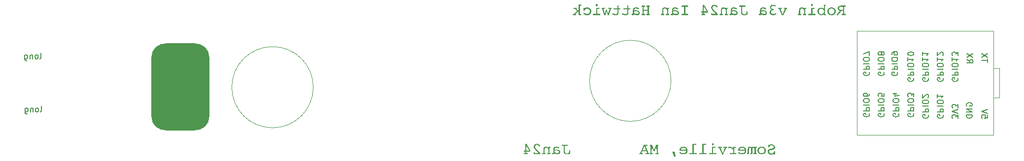
<source format=gbo>
G04 #@! TF.GenerationSoftware,KiCad,Pcbnew,7.0.5-0*
G04 #@! TF.CreationDate,2024-12-30T17:13:37-05:00*
G04 #@! TF.ProjectId,ESP32_MIDI_v3a,45535033-325f-44d4-9944-495f7633612e,rev?*
G04 #@! TF.SameCoordinates,Original*
G04 #@! TF.FileFunction,Legend,Bot*
G04 #@! TF.FilePolarity,Positive*
%FSLAX46Y46*%
G04 Gerber Fmt 4.6, Leading zero omitted, Abs format (unit mm)*
G04 Created by KiCad (PCBNEW 7.0.5-0) date 2024-12-30 17:13:37*
%MOMM*%
%LPD*%
G01*
G04 APERTURE LIST*
G04 Aperture macros list*
%AMRoundRect*
0 Rectangle with rounded corners*
0 $1 Rounding radius*
0 $2 $3 $4 $5 $6 $7 $8 $9 X,Y pos of 4 corners*
0 Add a 4 corners polygon primitive as box body*
4,1,4,$2,$3,$4,$5,$6,$7,$8,$9,$2,$3,0*
0 Add four circle primitives for the rounded corners*
1,1,$1+$1,$2,$3*
1,1,$1+$1,$4,$5*
1,1,$1+$1,$6,$7*
1,1,$1+$1,$8,$9*
0 Add four rect primitives between the rounded corners*
20,1,$1+$1,$2,$3,$4,$5,0*
20,1,$1+$1,$4,$5,$6,$7,0*
20,1,$1+$1,$6,$7,$8,$9,0*
20,1,$1+$1,$8,$9,$2,$3,0*%
G04 Aperture macros list end*
%ADD10C,0.150000*%
%ADD11C,0.120000*%
%ADD12RoundRect,2.500000X-2.500000X5.000000X-2.500000X-5.000000X2.500000X-5.000000X2.500000X5.000000X0*%
G04 APERTURE END LIST*
D10*
X43532449Y-102369635D02*
X43627687Y-102322016D01*
X43627687Y-102322016D02*
X43675306Y-102226777D01*
X43675306Y-102226777D02*
X43675306Y-101369635D01*
X43008639Y-102369635D02*
X43103877Y-102322016D01*
X43103877Y-102322016D02*
X43151496Y-102274396D01*
X43151496Y-102274396D02*
X43199115Y-102179158D01*
X43199115Y-102179158D02*
X43199115Y-101893444D01*
X43199115Y-101893444D02*
X43151496Y-101798206D01*
X43151496Y-101798206D02*
X43103877Y-101750587D01*
X43103877Y-101750587D02*
X43008639Y-101702968D01*
X43008639Y-101702968D02*
X42865782Y-101702968D01*
X42865782Y-101702968D02*
X42770544Y-101750587D01*
X42770544Y-101750587D02*
X42722925Y-101798206D01*
X42722925Y-101798206D02*
X42675306Y-101893444D01*
X42675306Y-101893444D02*
X42675306Y-102179158D01*
X42675306Y-102179158D02*
X42722925Y-102274396D01*
X42722925Y-102274396D02*
X42770544Y-102322016D01*
X42770544Y-102322016D02*
X42865782Y-102369635D01*
X42865782Y-102369635D02*
X43008639Y-102369635D01*
X42246734Y-101702968D02*
X42246734Y-102369635D01*
X42246734Y-101798206D02*
X42199115Y-101750587D01*
X42199115Y-101750587D02*
X42103877Y-101702968D01*
X42103877Y-101702968D02*
X41961020Y-101702968D01*
X41961020Y-101702968D02*
X41865782Y-101750587D01*
X41865782Y-101750587D02*
X41818163Y-101845825D01*
X41818163Y-101845825D02*
X41818163Y-102369635D01*
X40913401Y-101702968D02*
X40913401Y-102512492D01*
X40913401Y-102512492D02*
X40961020Y-102607730D01*
X40961020Y-102607730D02*
X41008639Y-102655349D01*
X41008639Y-102655349D02*
X41103877Y-102702968D01*
X41103877Y-102702968D02*
X41246734Y-102702968D01*
X41246734Y-102702968D02*
X41341972Y-102655349D01*
X40913401Y-102322016D02*
X41008639Y-102369635D01*
X41008639Y-102369635D02*
X41199115Y-102369635D01*
X41199115Y-102369635D02*
X41294353Y-102322016D01*
X41294353Y-102322016D02*
X41341972Y-102274396D01*
X41341972Y-102274396D02*
X41389591Y-102179158D01*
X41389591Y-102179158D02*
X41389591Y-101893444D01*
X41389591Y-101893444D02*
X41341972Y-101798206D01*
X41341972Y-101798206D02*
X41294353Y-101750587D01*
X41294353Y-101750587D02*
X41199115Y-101702968D01*
X41199115Y-101702968D02*
X41008639Y-101702968D01*
X41008639Y-101702968D02*
X40913401Y-101750587D01*
X43488104Y-93190315D02*
X43583342Y-93142696D01*
X43583342Y-93142696D02*
X43630961Y-93047457D01*
X43630961Y-93047457D02*
X43630961Y-92190315D01*
X42964294Y-93190315D02*
X43059532Y-93142696D01*
X43059532Y-93142696D02*
X43107151Y-93095076D01*
X43107151Y-93095076D02*
X43154770Y-92999838D01*
X43154770Y-92999838D02*
X43154770Y-92714124D01*
X43154770Y-92714124D02*
X43107151Y-92618886D01*
X43107151Y-92618886D02*
X43059532Y-92571267D01*
X43059532Y-92571267D02*
X42964294Y-92523648D01*
X42964294Y-92523648D02*
X42821437Y-92523648D01*
X42821437Y-92523648D02*
X42726199Y-92571267D01*
X42726199Y-92571267D02*
X42678580Y-92618886D01*
X42678580Y-92618886D02*
X42630961Y-92714124D01*
X42630961Y-92714124D02*
X42630961Y-92999838D01*
X42630961Y-92999838D02*
X42678580Y-93095076D01*
X42678580Y-93095076D02*
X42726199Y-93142696D01*
X42726199Y-93142696D02*
X42821437Y-93190315D01*
X42821437Y-93190315D02*
X42964294Y-93190315D01*
X42202389Y-92523648D02*
X42202389Y-93190315D01*
X42202389Y-92618886D02*
X42154770Y-92571267D01*
X42154770Y-92571267D02*
X42059532Y-92523648D01*
X42059532Y-92523648D02*
X41916675Y-92523648D01*
X41916675Y-92523648D02*
X41821437Y-92571267D01*
X41821437Y-92571267D02*
X41773818Y-92666505D01*
X41773818Y-92666505D02*
X41773818Y-93190315D01*
X40869056Y-92523648D02*
X40869056Y-93333172D01*
X40869056Y-93333172D02*
X40916675Y-93428410D01*
X40916675Y-93428410D02*
X40964294Y-93476029D01*
X40964294Y-93476029D02*
X41059532Y-93523648D01*
X41059532Y-93523648D02*
X41202389Y-93523648D01*
X41202389Y-93523648D02*
X41297627Y-93476029D01*
X40869056Y-93142696D02*
X40964294Y-93190315D01*
X40964294Y-93190315D02*
X41154770Y-93190315D01*
X41154770Y-93190315D02*
X41250008Y-93142696D01*
X41250008Y-93142696D02*
X41297627Y-93095076D01*
X41297627Y-93095076D02*
X41345246Y-92999838D01*
X41345246Y-92999838D02*
X41345246Y-92714124D01*
X41345246Y-92714124D02*
X41297627Y-92618886D01*
X41297627Y-92618886D02*
X41250008Y-92571267D01*
X41250008Y-92571267D02*
X41154770Y-92523648D01*
X41154770Y-92523648D02*
X40964294Y-92523648D01*
X40964294Y-92523648D02*
X40869056Y-92571267D01*
G36*
X169557431Y-109625317D02*
G01*
X169560631Y-109644648D01*
X169565971Y-109664206D01*
X169574191Y-109682609D01*
X169586140Y-109698275D01*
X169589183Y-109701032D01*
X169607520Y-109712367D01*
X169626174Y-109718412D01*
X169648370Y-109721770D01*
X169667341Y-109722526D01*
X169687926Y-109721358D01*
X169709337Y-109717044D01*
X169727943Y-109709550D01*
X169745773Y-109697094D01*
X169753314Y-109689309D01*
X169764541Y-109673026D01*
X169773430Y-109652817D01*
X169779189Y-109632370D01*
X169782676Y-109613126D01*
X169784970Y-109591879D01*
X169785554Y-109582819D01*
X169803628Y-109271165D01*
X169803628Y-109246741D01*
X169802735Y-109223883D01*
X169800056Y-109203670D01*
X169794673Y-109183431D01*
X169785545Y-109164708D01*
X169778227Y-109155394D01*
X169761273Y-109142406D01*
X169741726Y-109134430D01*
X169721166Y-109130206D01*
X169700976Y-109128632D01*
X169693719Y-109128527D01*
X169673813Y-109130367D01*
X169650992Y-109137839D01*
X169630460Y-109151060D01*
X169615683Y-109165776D01*
X169602372Y-109184171D01*
X169590526Y-109206244D01*
X169582604Y-109225213D01*
X169575505Y-109246252D01*
X169569329Y-109267238D01*
X169563255Y-109286232D01*
X169556299Y-109305873D01*
X169548522Y-109325000D01*
X169543754Y-109335157D01*
X169534288Y-109352726D01*
X169523844Y-109369532D01*
X169512421Y-109385573D01*
X169500019Y-109400850D01*
X169486638Y-109415363D01*
X169472278Y-109429112D01*
X169456940Y-109442096D01*
X169440622Y-109454316D01*
X169423326Y-109465773D01*
X169405051Y-109476464D01*
X169392323Y-109483168D01*
X169372462Y-109492421D01*
X169351897Y-109500765D01*
X169330628Y-109508198D01*
X169308655Y-109514721D01*
X169285977Y-109520334D01*
X169262596Y-109525036D01*
X169238510Y-109528829D01*
X169213721Y-109531711D01*
X169188227Y-109533683D01*
X169162029Y-109534745D01*
X169144173Y-109534947D01*
X169122269Y-109534615D01*
X169100888Y-109533619D01*
X169080030Y-109531959D01*
X169059695Y-109529635D01*
X169039883Y-109526647D01*
X169020593Y-109522995D01*
X168992639Y-109516271D01*
X168965862Y-109508054D01*
X168940261Y-109498342D01*
X168915836Y-109487137D01*
X168892588Y-109474437D01*
X168870516Y-109460243D01*
X168856454Y-109449951D01*
X168836638Y-109433597D01*
X168818770Y-109416411D01*
X168802852Y-109398392D01*
X168788883Y-109379540D01*
X168776863Y-109359855D01*
X168766793Y-109339337D01*
X168758671Y-109317987D01*
X168752499Y-109295803D01*
X168748275Y-109272786D01*
X168746001Y-109248937D01*
X168745568Y-109232575D01*
X168746169Y-109212257D01*
X168747973Y-109192704D01*
X168752247Y-109167822D01*
X168758658Y-109144298D01*
X168767207Y-109122133D01*
X168777892Y-109101326D01*
X168790715Y-109081879D01*
X168805675Y-109063789D01*
X168813956Y-109055254D01*
X168831908Y-109039264D01*
X168851814Y-109024754D01*
X168873674Y-109011726D01*
X168891351Y-109002926D01*
X168910127Y-108994959D01*
X168930002Y-108987825D01*
X168950976Y-108981523D01*
X168973050Y-108976055D01*
X168996222Y-108971420D01*
X169012281Y-108968792D01*
X169215491Y-108940949D01*
X169250430Y-108935604D01*
X169284170Y-108929706D01*
X169316711Y-108923254D01*
X169348054Y-108916250D01*
X169378199Y-108908691D01*
X169407146Y-108900580D01*
X169434894Y-108891915D01*
X169461444Y-108882697D01*
X169486796Y-108872925D01*
X169510949Y-108862600D01*
X169533904Y-108851722D01*
X169555661Y-108840290D01*
X169576219Y-108828305D01*
X169595579Y-108815766D01*
X169613741Y-108802675D01*
X169630704Y-108789030D01*
X169646498Y-108774696D01*
X169661273Y-108759659D01*
X169675029Y-108743921D01*
X169687766Y-108727480D01*
X169699483Y-108710338D01*
X169710182Y-108692493D01*
X169719862Y-108673945D01*
X169728524Y-108654696D01*
X169736166Y-108634744D01*
X169742789Y-108614091D01*
X169748393Y-108592735D01*
X169752978Y-108570676D01*
X169756545Y-108547916D01*
X169759092Y-108524453D01*
X169760621Y-108500289D01*
X169761130Y-108475422D01*
X169760451Y-108449005D01*
X169758413Y-108423123D01*
X169755016Y-108397775D01*
X169750261Y-108372962D01*
X169744147Y-108348683D01*
X169736675Y-108324938D01*
X169727844Y-108301727D01*
X169717655Y-108279050D01*
X169706107Y-108256908D01*
X169693200Y-108235300D01*
X169678935Y-108214227D01*
X169663311Y-108193688D01*
X169646328Y-108173683D01*
X169627987Y-108154212D01*
X169608287Y-108135275D01*
X169587229Y-108116873D01*
X169565158Y-108099305D01*
X169542418Y-108082870D01*
X169519011Y-108067569D01*
X169494936Y-108053401D01*
X169470193Y-108040366D01*
X169444782Y-108028465D01*
X169418703Y-108017697D01*
X169391957Y-108008063D01*
X169364543Y-107999562D01*
X169336460Y-107992195D01*
X169307710Y-107985961D01*
X169278292Y-107980860D01*
X169248207Y-107976893D01*
X169217453Y-107974060D01*
X169186032Y-107972360D01*
X169153942Y-107971793D01*
X169130090Y-107972198D01*
X169105857Y-107973415D01*
X169086195Y-107974972D01*
X169066290Y-107977048D01*
X169046140Y-107979643D01*
X169025745Y-107982757D01*
X169005107Y-107986390D01*
X168994696Y-107988401D01*
X168973348Y-107992851D01*
X168951312Y-107997896D01*
X168928590Y-108003537D01*
X168905181Y-108009773D01*
X168881085Y-108016604D01*
X168856302Y-108024030D01*
X168837264Y-108029991D01*
X168817839Y-108036286D01*
X168804675Y-108040669D01*
X168797011Y-108021693D01*
X168782693Y-108011360D01*
X168762619Y-108005984D01*
X168740923Y-108003713D01*
X168719651Y-108003064D01*
X168716748Y-108003056D01*
X168695355Y-108003674D01*
X168673740Y-108005958D01*
X168653445Y-108010629D01*
X168634688Y-108019560D01*
X168633217Y-108020642D01*
X168620279Y-108036451D01*
X168612402Y-108056036D01*
X168607313Y-108078232D01*
X168604291Y-108101015D01*
X168603907Y-108105150D01*
X168584856Y-108388960D01*
X168584856Y-108402637D01*
X168586189Y-108422386D01*
X168590974Y-108442551D01*
X168600519Y-108462172D01*
X168612700Y-108476887D01*
X168629826Y-108489638D01*
X168647969Y-108497469D01*
X168668859Y-108502003D01*
X168689392Y-108503265D01*
X168711327Y-108500451D01*
X168731639Y-108492007D01*
X168750329Y-108477935D01*
X168764114Y-108462624D01*
X168776860Y-108443710D01*
X168788568Y-108421194D01*
X168796668Y-108401943D01*
X168801744Y-108387983D01*
X168807838Y-108368326D01*
X168815120Y-108346848D01*
X168822367Y-108327671D01*
X168830778Y-108308207D01*
X168840334Y-108289797D01*
X168852318Y-108270937D01*
X168865553Y-108253191D01*
X168880039Y-108236560D01*
X168895778Y-108221043D01*
X168912768Y-108206640D01*
X168931010Y-108193352D01*
X168950503Y-108181178D01*
X168971249Y-108170118D01*
X168992864Y-108160272D01*
X169015212Y-108151739D01*
X169038293Y-108144518D01*
X169062107Y-108138611D01*
X169086653Y-108134016D01*
X169111933Y-108130734D01*
X169137944Y-108128765D01*
X169157934Y-108128149D01*
X169164689Y-108128108D01*
X169185207Y-108128442D01*
X169205241Y-108129444D01*
X169224790Y-108131114D01*
X169253205Y-108134870D01*
X169280529Y-108140130D01*
X169306762Y-108146892D01*
X169331906Y-108155156D01*
X169355958Y-108164924D01*
X169378920Y-108176194D01*
X169400792Y-108188966D01*
X169421573Y-108203242D01*
X169434822Y-108213593D01*
X169453329Y-108230081D01*
X169470015Y-108247488D01*
X169484882Y-108265813D01*
X169497928Y-108285057D01*
X169509153Y-108305220D01*
X169518559Y-108326302D01*
X169526144Y-108348302D01*
X169531908Y-108371222D01*
X169535852Y-108395060D01*
X169537976Y-108419816D01*
X169538381Y-108436831D01*
X169537698Y-108456761D01*
X169534664Y-108482078D01*
X169529203Y-108505961D01*
X169521315Y-108528408D01*
X169510999Y-108549421D01*
X169498256Y-108568998D01*
X169483087Y-108587141D01*
X169465490Y-108603849D01*
X169460711Y-108607801D01*
X169440019Y-108622815D01*
X169422827Y-108633263D01*
X169404202Y-108643016D01*
X169384142Y-108652074D01*
X169362648Y-108660436D01*
X169339720Y-108668102D01*
X169315358Y-108675073D01*
X169289562Y-108681348D01*
X169262333Y-108686928D01*
X169233669Y-108691813D01*
X169223796Y-108693286D01*
X169003977Y-108721618D01*
X168974580Y-108726047D01*
X168946107Y-108731152D01*
X168918557Y-108736931D01*
X168891931Y-108743387D01*
X168866228Y-108750517D01*
X168841449Y-108758324D01*
X168817593Y-108766805D01*
X168794661Y-108775963D01*
X168772652Y-108785795D01*
X168751567Y-108796303D01*
X168731406Y-108807487D01*
X168712168Y-108819346D01*
X168693854Y-108831881D01*
X168676463Y-108845091D01*
X168659995Y-108858976D01*
X168644452Y-108873538D01*
X168629782Y-108888702D01*
X168616058Y-108904518D01*
X168603282Y-108920987D01*
X168591451Y-108938109D01*
X168580567Y-108955884D01*
X168570629Y-108974311D01*
X168561638Y-108993390D01*
X168553593Y-109013122D01*
X168546495Y-109033507D01*
X168540343Y-109054544D01*
X168535138Y-109076234D01*
X168530879Y-109098577D01*
X168527566Y-109121572D01*
X168525200Y-109145220D01*
X168523780Y-109169520D01*
X168523307Y-109194473D01*
X168523979Y-109223963D01*
X168525994Y-109252717D01*
X168529352Y-109280734D01*
X168534054Y-109308015D01*
X168540099Y-109334559D01*
X168547487Y-109360367D01*
X168556219Y-109385438D01*
X168566294Y-109409773D01*
X168577712Y-109433371D01*
X168590474Y-109456232D01*
X168604579Y-109478357D01*
X168620027Y-109499746D01*
X168636819Y-109520398D01*
X168654954Y-109540313D01*
X168674433Y-109559492D01*
X168695254Y-109577934D01*
X168717137Y-109595443D01*
X168739920Y-109611823D01*
X168763604Y-109627073D01*
X168788189Y-109641193D01*
X168813674Y-109654183D01*
X168840060Y-109666045D01*
X168867346Y-109676776D01*
X168895533Y-109686378D01*
X168924621Y-109694850D01*
X168954610Y-109702192D01*
X168985499Y-109708405D01*
X169017288Y-109713489D01*
X169049979Y-109717442D01*
X169083570Y-109720266D01*
X169118061Y-109721961D01*
X169153454Y-109722526D01*
X169178222Y-109722152D01*
X169202943Y-109721030D01*
X169227620Y-109719160D01*
X169252250Y-109716542D01*
X169276835Y-109713176D01*
X169301373Y-109709062D01*
X169325866Y-109704200D01*
X169350314Y-109698590D01*
X169374814Y-109692316D01*
X169399712Y-109685218D01*
X169418645Y-109679353D01*
X169437802Y-109673025D01*
X169457182Y-109666232D01*
X169476786Y-109658977D01*
X169496612Y-109651257D01*
X169516662Y-109643074D01*
X169536935Y-109634427D01*
X169557431Y-109625317D01*
G37*
G36*
X167495815Y-108347133D02*
G01*
X167515405Y-108347683D01*
X167553892Y-108349881D01*
X167591456Y-108353545D01*
X167628096Y-108358674D01*
X167663813Y-108365268D01*
X167698606Y-108373328D01*
X167732476Y-108382854D01*
X167765422Y-108393845D01*
X167797444Y-108406301D01*
X167828543Y-108420223D01*
X167858719Y-108435610D01*
X167887971Y-108452463D01*
X167916299Y-108470781D01*
X167943704Y-108490565D01*
X167970185Y-108511814D01*
X167995743Y-108534528D01*
X168019995Y-108558401D01*
X168042683Y-108583125D01*
X168063806Y-108608700D01*
X168083365Y-108635126D01*
X168101359Y-108662403D01*
X168117788Y-108690531D01*
X168132652Y-108719510D01*
X168145952Y-108749340D01*
X168157687Y-108780021D01*
X168167858Y-108811553D01*
X168176463Y-108843936D01*
X168183504Y-108877171D01*
X168188981Y-108911256D01*
X168192892Y-108946192D01*
X168195239Y-108981979D01*
X168196022Y-109018618D01*
X168195239Y-109055201D01*
X168192892Y-109090944D01*
X168188981Y-109125848D01*
X168183504Y-109159912D01*
X168176463Y-109193137D01*
X168167858Y-109225522D01*
X168157687Y-109257067D01*
X168145952Y-109287773D01*
X168132652Y-109317640D01*
X168117788Y-109346666D01*
X168101359Y-109374854D01*
X168083365Y-109402201D01*
X168063806Y-109428709D01*
X168042683Y-109454378D01*
X168019995Y-109479206D01*
X167995743Y-109503196D01*
X167970185Y-109525969D01*
X167943704Y-109547274D01*
X167916299Y-109567109D01*
X167887971Y-109585475D01*
X167858719Y-109602372D01*
X167828543Y-109617799D01*
X167797444Y-109631757D01*
X167765422Y-109644246D01*
X167732476Y-109655265D01*
X167698606Y-109664816D01*
X167663813Y-109672897D01*
X167628096Y-109679508D01*
X167591456Y-109684651D01*
X167553892Y-109688324D01*
X167515405Y-109690528D01*
X167495815Y-109691079D01*
X167475994Y-109691263D01*
X167456113Y-109691079D01*
X167436467Y-109690528D01*
X167397874Y-109688324D01*
X167360217Y-109684651D01*
X167323495Y-109679508D01*
X167287707Y-109672897D01*
X167252855Y-109664816D01*
X167218938Y-109655265D01*
X167185956Y-109644246D01*
X167153908Y-109631757D01*
X167122796Y-109617799D01*
X167092619Y-109602372D01*
X167063376Y-109585475D01*
X167035069Y-109567109D01*
X167007696Y-109547274D01*
X166981259Y-109525969D01*
X166955757Y-109503196D01*
X166931445Y-109479206D01*
X166908702Y-109454378D01*
X166887527Y-109428709D01*
X166867921Y-109402201D01*
X166849883Y-109374854D01*
X166833414Y-109346666D01*
X166818513Y-109317640D01*
X166805181Y-109287773D01*
X166793417Y-109257067D01*
X166783222Y-109225522D01*
X166774595Y-109193137D01*
X166767537Y-109159912D01*
X166762047Y-109125848D01*
X166758126Y-109090944D01*
X166755773Y-109055201D01*
X166755031Y-109020572D01*
X166993859Y-109020572D01*
X166994387Y-109046658D01*
X166995973Y-109072160D01*
X166998616Y-109097079D01*
X167002315Y-109121413D01*
X167007072Y-109145164D01*
X167012887Y-109168331D01*
X167019758Y-109190914D01*
X167027686Y-109212913D01*
X167036672Y-109234328D01*
X167046714Y-109255159D01*
X167057814Y-109275407D01*
X167069971Y-109295070D01*
X167083185Y-109314150D01*
X167097456Y-109332645D01*
X167112784Y-109350557D01*
X167129169Y-109367885D01*
X167146381Y-109384329D01*
X167164187Y-109399713D01*
X167182590Y-109414036D01*
X167201587Y-109427297D01*
X167221180Y-109439498D01*
X167241368Y-109450638D01*
X167262152Y-109460716D01*
X167283531Y-109469734D01*
X167305505Y-109477691D01*
X167328074Y-109484587D01*
X167351239Y-109490422D01*
X167375000Y-109495197D01*
X167399355Y-109498910D01*
X167424306Y-109501562D01*
X167449852Y-109503154D01*
X167475994Y-109503684D01*
X167502134Y-109503156D01*
X167527674Y-109501570D01*
X167552616Y-109498927D01*
X167576958Y-109495227D01*
X167600701Y-109490470D01*
X167623845Y-109484656D01*
X167646390Y-109477785D01*
X167668335Y-109469856D01*
X167689682Y-109460871D01*
X167710429Y-109450828D01*
X167730577Y-109439729D01*
X167750126Y-109427572D01*
X167769076Y-109414358D01*
X167787426Y-109400087D01*
X167805178Y-109384759D01*
X167822330Y-109368374D01*
X167838597Y-109351101D01*
X167853815Y-109333233D01*
X167867983Y-109314770D01*
X167881101Y-109295711D01*
X167893170Y-109276057D01*
X167904190Y-109255808D01*
X167914160Y-109234964D01*
X167923080Y-109213524D01*
X167930952Y-109191488D01*
X167937773Y-109168858D01*
X167943545Y-109145632D01*
X167948268Y-109121810D01*
X167951941Y-109097394D01*
X167954565Y-109072382D01*
X167956139Y-109046774D01*
X167956664Y-109020572D01*
X167956135Y-108994482D01*
X167954550Y-108968968D01*
X167951907Y-108944030D01*
X167948207Y-108919669D01*
X167943450Y-108895884D01*
X167937636Y-108872675D01*
X167930765Y-108850043D01*
X167922836Y-108827986D01*
X167913851Y-108806506D01*
X167903808Y-108785602D01*
X167892708Y-108765275D01*
X167880552Y-108745524D01*
X167867338Y-108726349D01*
X167853067Y-108707750D01*
X167837739Y-108689728D01*
X167821353Y-108672281D01*
X167804148Y-108655600D01*
X167786358Y-108639996D01*
X167767984Y-108625467D01*
X167749027Y-108612015D01*
X167729486Y-108599638D01*
X167709360Y-108588338D01*
X167688651Y-108578114D01*
X167667358Y-108568967D01*
X167645481Y-108560895D01*
X167623020Y-108553900D01*
X167599976Y-108547981D01*
X167576347Y-108543138D01*
X167552135Y-108539371D01*
X167527338Y-108536681D01*
X167501958Y-108535067D01*
X167475994Y-108534528D01*
X167450028Y-108535067D01*
X167424642Y-108536681D01*
X167399836Y-108539371D01*
X167375610Y-108543138D01*
X167351964Y-108547981D01*
X167328899Y-108553900D01*
X167306413Y-108560895D01*
X167284508Y-108568967D01*
X167263182Y-108578114D01*
X167242437Y-108588338D01*
X167222271Y-108599638D01*
X167202686Y-108612015D01*
X167183681Y-108625467D01*
X167165256Y-108639996D01*
X167147411Y-108655600D01*
X167130146Y-108672281D01*
X167113642Y-108689728D01*
X167098204Y-108707750D01*
X167083830Y-108726349D01*
X167070520Y-108745524D01*
X167058276Y-108765275D01*
X167047096Y-108785602D01*
X167036981Y-108806506D01*
X167027930Y-108827986D01*
X167019945Y-108850043D01*
X167013024Y-108872675D01*
X167007168Y-108895884D01*
X167002377Y-108919669D01*
X166998650Y-108944030D01*
X166995988Y-108968968D01*
X166994391Y-108994482D01*
X166993859Y-109020572D01*
X166755031Y-109020572D01*
X166754989Y-109018618D01*
X166755775Y-108982155D01*
X166758134Y-108946528D01*
X166762064Y-108911737D01*
X166767568Y-108877781D01*
X166774643Y-108844662D01*
X166783291Y-108812378D01*
X166793511Y-108780929D01*
X166805303Y-108750317D01*
X166818668Y-108720540D01*
X166833605Y-108691600D01*
X166850114Y-108663494D01*
X166868196Y-108636225D01*
X166887850Y-108609792D01*
X166909076Y-108584194D01*
X166931874Y-108559432D01*
X166956245Y-108535505D01*
X166981860Y-108512673D01*
X167008391Y-108491313D01*
X167035838Y-108471426D01*
X167064200Y-108453012D01*
X167093479Y-108436072D01*
X167123674Y-108420604D01*
X167154784Y-108406610D01*
X167186810Y-108394089D01*
X167219753Y-108383041D01*
X167253611Y-108373466D01*
X167288385Y-108365364D01*
X167324075Y-108358735D01*
X167360681Y-108353579D01*
X167398203Y-108349896D01*
X167436640Y-108347686D01*
X167456203Y-108347134D01*
X167475994Y-108346950D01*
X167495815Y-108347133D01*
G37*
G36*
X165286113Y-108900893D02*
G01*
X165286250Y-108877203D01*
X165286662Y-108854494D01*
X165287349Y-108832766D01*
X165288311Y-108812019D01*
X165289547Y-108792252D01*
X165291917Y-108764442D01*
X165294905Y-108738838D01*
X165298512Y-108715440D01*
X165302736Y-108694250D01*
X165307579Y-108675266D01*
X165314998Y-108653387D01*
X165321284Y-108639553D01*
X165333362Y-108619851D01*
X165347921Y-108603489D01*
X165364961Y-108590466D01*
X165384481Y-108580782D01*
X165406482Y-108574437D01*
X165425869Y-108571766D01*
X165441451Y-108571165D01*
X165466196Y-108572539D01*
X165489628Y-108576660D01*
X165511747Y-108583530D01*
X165532554Y-108593147D01*
X165552047Y-108605512D01*
X165570228Y-108620624D01*
X165587096Y-108638484D01*
X165602651Y-108659092D01*
X165613302Y-108676158D01*
X165622904Y-108694383D01*
X165631460Y-108713768D01*
X165638967Y-108734311D01*
X165645427Y-108756014D01*
X165650840Y-108778876D01*
X165655205Y-108802897D01*
X165658522Y-108828078D01*
X165660792Y-108854417D01*
X165662014Y-108881916D01*
X165662247Y-108900893D01*
X165662247Y-109472421D01*
X165637334Y-109472421D01*
X165617321Y-109472726D01*
X165594753Y-109473967D01*
X165574903Y-109476161D01*
X165554673Y-109480054D01*
X165536020Y-109486331D01*
X165525959Y-109491960D01*
X165511018Y-109507207D01*
X165502303Y-109526638D01*
X165498319Y-109548452D01*
X165497627Y-109564256D01*
X165498749Y-109584055D01*
X165502779Y-109603877D01*
X165510816Y-109622600D01*
X165521074Y-109636064D01*
X165538114Y-109648686D01*
X165557528Y-109656049D01*
X165578030Y-109659415D01*
X165592393Y-109660000D01*
X165766782Y-109660000D01*
X165787625Y-109659072D01*
X165808599Y-109655646D01*
X165828161Y-109648639D01*
X165844549Y-109636816D01*
X165847383Y-109633621D01*
X165856572Y-109616372D01*
X165862459Y-109595017D01*
X165865905Y-109572062D01*
X165867649Y-109549653D01*
X165868305Y-109529580D01*
X165868387Y-109518827D01*
X165868387Y-109480237D01*
X165868387Y-108900893D01*
X165868387Y-108793914D01*
X165869120Y-108768826D01*
X165871318Y-108745096D01*
X165874982Y-108722725D01*
X165880111Y-108701713D01*
X165886706Y-108682059D01*
X165894766Y-108663763D01*
X165906902Y-108642805D01*
X165915282Y-108631249D01*
X165930631Y-108613939D01*
X165947673Y-108599564D01*
X165966409Y-108588122D01*
X165986838Y-108579614D01*
X166008960Y-108574040D01*
X166032776Y-108571400D01*
X166042777Y-108571165D01*
X166065680Y-108572453D01*
X166087863Y-108576317D01*
X166109324Y-108582757D01*
X166130063Y-108591773D01*
X166150082Y-108603365D01*
X166156594Y-108607801D01*
X166172277Y-108619968D01*
X166187268Y-108633876D01*
X166201567Y-108649525D01*
X166215174Y-108666916D01*
X166228090Y-108686047D01*
X166240314Y-108706920D01*
X166245010Y-108715757D01*
X166245010Y-109472421D01*
X166194207Y-109472421D01*
X166174409Y-109472734D01*
X166152021Y-109474005D01*
X166132258Y-109476254D01*
X166112004Y-109480244D01*
X166093151Y-109486679D01*
X166082833Y-109492449D01*
X166068901Y-109506226D01*
X166059529Y-109525027D01*
X166055025Y-109545955D01*
X166054012Y-109564256D01*
X166055134Y-109586556D01*
X166059164Y-109608034D01*
X166067201Y-109627088D01*
X166077459Y-109639483D01*
X166096264Y-109650302D01*
X166117284Y-109656073D01*
X166140035Y-109659018D01*
X166162772Y-109659979D01*
X166166852Y-109660000D01*
X166531751Y-109660000D01*
X166553904Y-109658901D01*
X166573345Y-109655605D01*
X166592243Y-109649148D01*
X166609271Y-109638453D01*
X166610886Y-109637041D01*
X166623165Y-109621804D01*
X166631425Y-109602471D01*
X166635394Y-109581848D01*
X166636287Y-109564256D01*
X166634744Y-109542598D01*
X166629203Y-109521853D01*
X166618152Y-109503623D01*
X166604047Y-109491960D01*
X166584111Y-109483412D01*
X166564150Y-109478603D01*
X166544236Y-109475646D01*
X166521340Y-109473642D01*
X166500877Y-109472726D01*
X166478506Y-109472421D01*
X166451151Y-109472421D01*
X166451151Y-108565792D01*
X166476064Y-108565792D01*
X166499168Y-108565463D01*
X166520363Y-108564479D01*
X166544175Y-108562325D01*
X166565004Y-108559145D01*
X166586065Y-108553976D01*
X166605209Y-108546079D01*
X166607466Y-108544787D01*
X166622640Y-108532086D01*
X166633478Y-108515478D01*
X166639981Y-108494961D01*
X166642115Y-108473804D01*
X166642149Y-108470537D01*
X166640439Y-108449013D01*
X166634428Y-108428229D01*
X166624090Y-108411077D01*
X166614794Y-108401660D01*
X166597006Y-108390326D01*
X166577627Y-108383365D01*
X166557916Y-108379678D01*
X166535633Y-108378236D01*
X166532240Y-108378213D01*
X166322191Y-108378213D01*
X166301430Y-108379159D01*
X166280975Y-108383004D01*
X166263511Y-108392424D01*
X166262595Y-108393356D01*
X166252623Y-108411223D01*
X166247586Y-108432537D01*
X166245205Y-108454328D01*
X166245010Y-108457348D01*
X166230836Y-108443647D01*
X166212754Y-108427831D01*
X166194267Y-108413470D01*
X166175374Y-108400564D01*
X166156075Y-108389112D01*
X166136371Y-108379116D01*
X166124354Y-108373817D01*
X166103658Y-108366077D01*
X166082174Y-108359649D01*
X166059904Y-108354532D01*
X166036846Y-108350728D01*
X166013002Y-108348236D01*
X165993359Y-108347186D01*
X165978297Y-108346950D01*
X165954766Y-108347568D01*
X165932288Y-108349423D01*
X165910863Y-108352514D01*
X165890491Y-108356842D01*
X165871173Y-108362406D01*
X165848507Y-108371100D01*
X165827486Y-108381726D01*
X165819539Y-108386517D01*
X165800787Y-108399872D01*
X165783609Y-108415206D01*
X165768005Y-108432520D01*
X165753975Y-108451814D01*
X165743885Y-108468674D01*
X165734802Y-108486802D01*
X165726727Y-108506196D01*
X165712042Y-108486474D01*
X165696807Y-108468094D01*
X165681023Y-108451058D01*
X165664689Y-108435366D01*
X165647806Y-108421017D01*
X165630373Y-108408011D01*
X165612390Y-108396348D01*
X165593859Y-108386029D01*
X165574586Y-108376870D01*
X165554627Y-108368932D01*
X165533981Y-108362215D01*
X165512648Y-108356720D01*
X165490628Y-108352445D01*
X165467921Y-108349392D01*
X165444527Y-108347561D01*
X165420446Y-108346950D01*
X165398714Y-108347406D01*
X165377727Y-108348774D01*
X165357483Y-108351054D01*
X165337984Y-108354247D01*
X165310130Y-108360745D01*
X165283951Y-108369296D01*
X165259446Y-108379899D01*
X165236615Y-108392555D01*
X165215459Y-108407262D01*
X165195977Y-108424022D01*
X165178170Y-108442834D01*
X165162037Y-108463698D01*
X165147371Y-108486863D01*
X165134148Y-108512579D01*
X165126133Y-108531140D01*
X165118760Y-108550834D01*
X165112028Y-108571661D01*
X165105938Y-108593622D01*
X165100488Y-108616716D01*
X165095679Y-108640944D01*
X165091512Y-108666305D01*
X165087986Y-108692800D01*
X165085101Y-108720428D01*
X165082857Y-108749189D01*
X165081254Y-108779084D01*
X165080292Y-108810113D01*
X165079972Y-108842274D01*
X165079972Y-109472421D01*
X165057990Y-109472421D01*
X165037504Y-109472734D01*
X165014387Y-109474005D01*
X164994036Y-109476254D01*
X164973268Y-109480244D01*
X164954074Y-109486679D01*
X164943684Y-109492449D01*
X164929752Y-109506226D01*
X164920380Y-109525027D01*
X164915877Y-109545955D01*
X164914863Y-109564256D01*
X164916056Y-109584055D01*
X164920337Y-109603877D01*
X164928877Y-109622600D01*
X164939776Y-109636064D01*
X164957379Y-109648686D01*
X164977218Y-109656049D01*
X164998032Y-109659415D01*
X165012561Y-109660000D01*
X165178646Y-109660000D01*
X165198332Y-109658883D01*
X165218738Y-109654759D01*
X165238682Y-109646325D01*
X165255024Y-109633922D01*
X165260223Y-109628248D01*
X165271550Y-109609838D01*
X165278806Y-109589973D01*
X165283053Y-109570155D01*
X165285480Y-109547761D01*
X165286113Y-109527131D01*
X165286113Y-108900893D01*
G37*
G36*
X164119949Y-108347135D02*
G01*
X164139593Y-108347688D01*
X164178174Y-108349904D01*
X164215812Y-108353596D01*
X164252507Y-108358765D01*
X164288260Y-108365411D01*
X164323071Y-108373534D01*
X164356938Y-108383134D01*
X164389863Y-108394211D01*
X164421846Y-108406765D01*
X164452886Y-108420795D01*
X164482983Y-108436303D01*
X164512137Y-108453287D01*
X164540349Y-108471749D01*
X164567619Y-108491687D01*
X164593945Y-108513102D01*
X164619330Y-108535994D01*
X164643464Y-108560017D01*
X164666041Y-108584949D01*
X164687061Y-108610789D01*
X164706524Y-108637538D01*
X164724430Y-108665195D01*
X164740779Y-108693760D01*
X164755571Y-108723233D01*
X164768806Y-108753614D01*
X164780484Y-108784904D01*
X164790605Y-108817102D01*
X164799169Y-108850209D01*
X164806175Y-108884223D01*
X164811625Y-108919146D01*
X164815518Y-108954977D01*
X164817853Y-108991717D01*
X164818632Y-109029364D01*
X164817897Y-109066333D01*
X164815693Y-109102378D01*
X164812020Y-109137499D01*
X164806878Y-109171697D01*
X164800266Y-109204971D01*
X164792185Y-109237322D01*
X164782635Y-109268749D01*
X164771615Y-109299253D01*
X164759126Y-109328833D01*
X164745168Y-109357489D01*
X164729741Y-109385222D01*
X164712844Y-109412032D01*
X164694478Y-109437918D01*
X164674643Y-109462880D01*
X164653338Y-109486919D01*
X164630565Y-109510034D01*
X164606509Y-109531980D01*
X164581480Y-109552510D01*
X164555477Y-109571624D01*
X164528502Y-109589322D01*
X164500553Y-109605604D01*
X164471631Y-109620470D01*
X164441736Y-109633921D01*
X164410868Y-109645956D01*
X164379027Y-109656574D01*
X164346213Y-109665777D01*
X164312425Y-109673565D01*
X164277664Y-109679936D01*
X164241930Y-109684891D01*
X164205223Y-109688431D01*
X164167543Y-109690555D01*
X164128890Y-109691263D01*
X164110869Y-109691129D01*
X164083810Y-109690428D01*
X164056716Y-109689125D01*
X164029588Y-109687222D01*
X164002426Y-109684718D01*
X163975229Y-109681612D01*
X163947998Y-109677906D01*
X163920732Y-109673598D01*
X163893432Y-109668689D01*
X163866098Y-109663179D01*
X163838729Y-109657069D01*
X163820447Y-109652617D01*
X163793160Y-109645503D01*
X163766037Y-109637865D01*
X163739076Y-109629703D01*
X163712278Y-109621018D01*
X163685644Y-109611809D01*
X163659173Y-109602076D01*
X163632865Y-109591819D01*
X163606720Y-109581038D01*
X163580738Y-109569734D01*
X163554919Y-109557906D01*
X163550984Y-109556011D01*
X163532325Y-109546480D01*
X163512169Y-109534917D01*
X163494452Y-109523216D01*
X163476864Y-109509391D01*
X163462595Y-109495380D01*
X163451366Y-109480710D01*
X163441909Y-109463087D01*
X163435576Y-109442165D01*
X163433775Y-109422595D01*
X163434455Y-109410846D01*
X163439104Y-109391260D01*
X163448159Y-109373683D01*
X163461618Y-109358115D01*
X163472358Y-109349151D01*
X163490269Y-109339182D01*
X163510345Y-109333386D01*
X163530006Y-109331737D01*
X163542356Y-109333080D01*
X163564362Y-109338538D01*
X163587221Y-109345926D01*
X163607431Y-109353230D01*
X163630269Y-109362046D01*
X163655734Y-109372373D01*
X163674171Y-109380097D01*
X163693775Y-109388493D01*
X163714547Y-109397561D01*
X163736487Y-109407300D01*
X163759595Y-109417711D01*
X163783174Y-109428121D01*
X163806528Y-109437861D01*
X163829656Y-109446928D01*
X163852560Y-109455324D01*
X163875238Y-109463048D01*
X163897691Y-109470101D01*
X163919919Y-109476482D01*
X163941922Y-109482191D01*
X163963700Y-109487228D01*
X163985252Y-109491594D01*
X164006580Y-109495288D01*
X164027682Y-109498311D01*
X164048559Y-109500662D01*
X164069211Y-109502341D01*
X164089637Y-109503348D01*
X164109839Y-109503684D01*
X164136110Y-109503270D01*
X164161680Y-109502028D01*
X164186547Y-109499957D01*
X164210711Y-109497059D01*
X164234174Y-109493332D01*
X164256934Y-109488778D01*
X164278992Y-109483395D01*
X164300348Y-109477184D01*
X164321002Y-109470145D01*
X164340954Y-109462277D01*
X164360203Y-109453582D01*
X164378750Y-109444058D01*
X164396595Y-109433707D01*
X164413738Y-109422527D01*
X164430179Y-109410519D01*
X164445917Y-109397683D01*
X164460808Y-109384087D01*
X164474829Y-109369801D01*
X164487980Y-109354824D01*
X164500261Y-109339156D01*
X164511672Y-109322797D01*
X164522213Y-109305748D01*
X164531883Y-109288008D01*
X164540683Y-109269577D01*
X164548614Y-109250456D01*
X164555674Y-109230643D01*
X164561864Y-109210140D01*
X164567184Y-109188947D01*
X164571634Y-109167062D01*
X164575213Y-109144487D01*
X164577923Y-109121221D01*
X164579762Y-109097264D01*
X163656524Y-109097264D01*
X163636008Y-109097264D01*
X163610146Y-109097028D01*
X163586234Y-109096319D01*
X163564271Y-109095139D01*
X163544257Y-109093486D01*
X163520603Y-109090547D01*
X163500415Y-109086769D01*
X163480053Y-109080866D01*
X163460642Y-109070397D01*
X163458658Y-109068668D01*
X163445057Y-109051189D01*
X163436461Y-109030586D01*
X163431550Y-109008982D01*
X163429189Y-108988197D01*
X163428401Y-108964884D01*
X163429148Y-108933066D01*
X163430824Y-108909685D01*
X163678506Y-108909685D01*
X164572923Y-108909685D01*
X164567584Y-108887944D01*
X164561581Y-108866806D01*
X164554914Y-108846270D01*
X164547583Y-108826338D01*
X164539588Y-108807008D01*
X164530929Y-108788282D01*
X164521606Y-108770158D01*
X164511618Y-108752637D01*
X164500967Y-108735720D01*
X164489652Y-108719405D01*
X164477673Y-108703693D01*
X164465029Y-108688585D01*
X164451722Y-108674079D01*
X164437750Y-108660176D01*
X164423115Y-108646876D01*
X164407815Y-108634180D01*
X164391959Y-108622112D01*
X164375652Y-108610824D01*
X164358894Y-108600314D01*
X164341687Y-108590582D01*
X164324029Y-108581629D01*
X164305920Y-108573455D01*
X164287362Y-108566059D01*
X164268353Y-108559441D01*
X164248893Y-108553602D01*
X164228984Y-108548542D01*
X164208624Y-108544260D01*
X164187814Y-108540757D01*
X164166553Y-108538032D01*
X164144842Y-108536086D01*
X164122681Y-108534918D01*
X164100069Y-108534528D01*
X164079150Y-108534931D01*
X164058647Y-108536139D01*
X164038560Y-108538152D01*
X164018889Y-108540970D01*
X163990162Y-108546708D01*
X163962372Y-108554257D01*
X163935517Y-108563618D01*
X163909598Y-108574790D01*
X163884615Y-108587775D01*
X163860568Y-108602571D01*
X163837457Y-108619179D01*
X163815282Y-108637599D01*
X163808109Y-108644105D01*
X163787713Y-108664397D01*
X163769000Y-108685848D01*
X163751970Y-108708458D01*
X163736623Y-108732227D01*
X163722958Y-108757156D01*
X163710977Y-108783244D01*
X163700679Y-108810490D01*
X163694748Y-108829299D01*
X163689566Y-108848623D01*
X163685131Y-108868462D01*
X163681445Y-108888816D01*
X163678506Y-108909685D01*
X163430824Y-108909685D01*
X163431386Y-108901847D01*
X163435116Y-108871227D01*
X163440339Y-108841206D01*
X163447054Y-108811784D01*
X163455261Y-108782962D01*
X163464960Y-108754738D01*
X163476151Y-108727114D01*
X163488834Y-108700089D01*
X163503010Y-108673663D01*
X163518678Y-108647836D01*
X163535838Y-108622609D01*
X163554490Y-108597980D01*
X163574634Y-108573951D01*
X163596271Y-108550521D01*
X163619399Y-108527690D01*
X163643660Y-108505803D01*
X163668691Y-108485329D01*
X163694493Y-108466266D01*
X163721065Y-108448616D01*
X163748409Y-108432378D01*
X163776524Y-108417551D01*
X163805409Y-108404137D01*
X163835066Y-108392135D01*
X163865493Y-108381545D01*
X163896691Y-108372366D01*
X163928660Y-108364600D01*
X163961400Y-108358246D01*
X163994911Y-108353304D01*
X164029193Y-108349774D01*
X164064246Y-108347656D01*
X164100069Y-108346950D01*
X164119949Y-108347135D01*
G37*
G36*
X162569644Y-109472421D02*
G01*
X162113398Y-109472421D01*
X162091245Y-109473473D01*
X162071804Y-109476628D01*
X162052906Y-109482811D01*
X162035879Y-109493050D01*
X162034263Y-109494403D01*
X162020868Y-109510670D01*
X162013054Y-109529633D01*
X162009482Y-109549929D01*
X162008862Y-109564256D01*
X162010031Y-109586556D01*
X162014229Y-109608034D01*
X162022601Y-109627088D01*
X162033286Y-109639483D01*
X162052206Y-109650302D01*
X162073043Y-109656073D01*
X162095432Y-109659018D01*
X162117712Y-109659979D01*
X162121702Y-109660000D01*
X163020027Y-109660000D01*
X163042274Y-109658854D01*
X163061995Y-109655418D01*
X163081443Y-109648686D01*
X163099381Y-109637536D01*
X163101116Y-109636064D01*
X163114339Y-109620706D01*
X163123235Y-109601562D01*
X163127510Y-109581367D01*
X163128471Y-109564256D01*
X163126731Y-109542549D01*
X163120613Y-109521705D01*
X163110090Y-109504648D01*
X163100628Y-109495380D01*
X163082256Y-109484282D01*
X163061839Y-109477466D01*
X163040819Y-109473856D01*
X163020457Y-109472511D01*
X163013189Y-109472421D01*
X162774319Y-109472421D01*
X162774319Y-108565792D01*
X162867620Y-108565792D01*
X162891744Y-108565611D01*
X162914108Y-108565070D01*
X162934712Y-108564169D01*
X162959445Y-108562406D01*
X162981049Y-108560001D01*
X163003654Y-108556094D01*
X163024325Y-108550084D01*
X163034193Y-108545275D01*
X163050014Y-108531069D01*
X163059731Y-108513964D01*
X163065356Y-108492646D01*
X163066922Y-108470537D01*
X163065243Y-108449013D01*
X163059340Y-108428229D01*
X163049186Y-108411077D01*
X163040055Y-108401660D01*
X163022740Y-108390326D01*
X163003651Y-108383365D01*
X162984093Y-108379678D01*
X162961870Y-108378236D01*
X162958478Y-108378213D01*
X162645359Y-108378213D01*
X162623921Y-108379644D01*
X162604416Y-108384524D01*
X162589183Y-108392868D01*
X162575826Y-108408215D01*
X162570121Y-108426987D01*
X162569644Y-108435366D01*
X162569644Y-108672281D01*
X162553297Y-108652034D01*
X162536862Y-108632447D01*
X162520339Y-108613520D01*
X162503729Y-108595253D01*
X162487030Y-108577647D01*
X162470244Y-108560701D01*
X162453371Y-108544415D01*
X162436409Y-108528789D01*
X162419360Y-108513823D01*
X162402223Y-108499518D01*
X162384998Y-108485873D01*
X162367685Y-108472888D01*
X162350285Y-108460563D01*
X162332797Y-108448898D01*
X162315221Y-108437894D01*
X162297557Y-108427550D01*
X162279764Y-108417790D01*
X162261798Y-108408659D01*
X162243661Y-108400159D01*
X162225353Y-108392288D01*
X162206872Y-108385046D01*
X162188220Y-108378434D01*
X162169396Y-108372452D01*
X162150401Y-108367100D01*
X162131233Y-108362377D01*
X162111894Y-108358284D01*
X162092384Y-108354821D01*
X162072701Y-108351987D01*
X162052847Y-108349784D01*
X162032821Y-108348209D01*
X162012623Y-108347265D01*
X161992254Y-108346950D01*
X161969768Y-108347366D01*
X161948107Y-108348616D01*
X161927270Y-108350698D01*
X161907257Y-108353613D01*
X161888069Y-108357361D01*
X161863767Y-108363654D01*
X161840930Y-108371428D01*
X161819559Y-108380683D01*
X161799653Y-108391418D01*
X161794905Y-108394333D01*
X161777160Y-108406614D01*
X161761780Y-108419765D01*
X161745883Y-108437427D01*
X161733682Y-108456449D01*
X161725179Y-108476830D01*
X161720373Y-108498571D01*
X161719190Y-108516943D01*
X161720990Y-108538037D01*
X161726389Y-108558149D01*
X161735389Y-108577280D01*
X161747988Y-108595429D01*
X161756803Y-108605359D01*
X161771183Y-108618640D01*
X161788654Y-108630661D01*
X161806873Y-108638942D01*
X161828611Y-108643827D01*
X161839846Y-108644438D01*
X161861145Y-108641115D01*
X161882466Y-108633935D01*
X161904053Y-108624582D01*
X161924377Y-108614530D01*
X161942165Y-108605013D01*
X161946824Y-108602428D01*
X161965257Y-108592582D01*
X161983186Y-108584049D01*
X162004889Y-108575228D01*
X162025804Y-108568459D01*
X162045933Y-108563741D01*
X162069048Y-108560787D01*
X162080181Y-108560418D01*
X162100430Y-108561109D01*
X162120876Y-108563183D01*
X162141520Y-108566639D01*
X162162361Y-108571478D01*
X162183400Y-108577699D01*
X162204636Y-108585302D01*
X162226070Y-108594288D01*
X162247701Y-108604657D01*
X162269530Y-108616408D01*
X162291556Y-108629541D01*
X162306350Y-108639064D01*
X162328834Y-108654526D01*
X162351773Y-108671602D01*
X162367319Y-108683883D01*
X162383067Y-108696881D01*
X162399017Y-108710597D01*
X162415170Y-108725030D01*
X162431524Y-108740181D01*
X162448081Y-108756049D01*
X162464841Y-108772635D01*
X162481802Y-108789938D01*
X162498966Y-108807958D01*
X162516332Y-108826696D01*
X162533900Y-108846152D01*
X162551671Y-108866325D01*
X162569644Y-108887215D01*
X162569644Y-109472421D01*
G37*
G36*
X161383600Y-108565792D02*
G01*
X161405422Y-108565463D01*
X161425457Y-108564479D01*
X161447990Y-108562325D01*
X161467732Y-108559145D01*
X161487739Y-108553976D01*
X161506002Y-108546079D01*
X161508164Y-108544787D01*
X161524457Y-108530224D01*
X161534464Y-108513127D01*
X161540257Y-108492122D01*
X161541870Y-108470537D01*
X161540160Y-108449013D01*
X161534149Y-108428229D01*
X161523811Y-108411077D01*
X161514515Y-108401660D01*
X161496727Y-108390326D01*
X161477348Y-108383365D01*
X161457636Y-108379678D01*
X161435354Y-108378236D01*
X161431960Y-108378213D01*
X161047034Y-108378213D01*
X161023885Y-108378714D01*
X161003289Y-108380217D01*
X160981943Y-108383342D01*
X160961684Y-108388812D01*
X160942986Y-108398729D01*
X160929076Y-108414558D01*
X160920961Y-108433942D01*
X160917252Y-108455260D01*
X160916608Y-108470537D01*
X160918268Y-108492122D01*
X160924229Y-108513127D01*
X160934525Y-108530224D01*
X160949157Y-108543413D01*
X160951290Y-108544787D01*
X160971990Y-108553976D01*
X160992243Y-108559145D01*
X161012217Y-108562325D01*
X161035005Y-108564479D01*
X161055262Y-108565463D01*
X161077320Y-108565792D01*
X161128122Y-108565792D01*
X160771039Y-109484145D01*
X160373900Y-108565792D01*
X160456454Y-108565792D01*
X160481764Y-108565471D01*
X160504937Y-108564509D01*
X160525972Y-108562906D01*
X160549261Y-108560001D01*
X160569211Y-108556094D01*
X160588743Y-108550084D01*
X160599092Y-108545275D01*
X160615334Y-108532910D01*
X160626936Y-108516332D01*
X160633897Y-108495541D01*
X160636181Y-108473893D01*
X160636217Y-108470537D01*
X160634978Y-108449570D01*
X160630529Y-108429214D01*
X160621654Y-108410911D01*
X160610327Y-108398729D01*
X160591394Y-108388812D01*
X160571004Y-108383342D01*
X160549584Y-108380217D01*
X160528952Y-108378714D01*
X160505792Y-108378213D01*
X160081297Y-108378213D01*
X160061577Y-108379037D01*
X160041044Y-108382083D01*
X160020840Y-108388311D01*
X160002272Y-108398821D01*
X159998743Y-108401660D01*
X159985520Y-108416391D01*
X159976624Y-108434753D01*
X159972350Y-108454125D01*
X159971388Y-108470537D01*
X159973001Y-108492122D01*
X159978794Y-108513127D01*
X159988801Y-108530224D01*
X160005094Y-108544787D01*
X160025488Y-108553976D01*
X160045432Y-108559145D01*
X160065095Y-108562325D01*
X160087526Y-108564479D01*
X160107462Y-108565463D01*
X160129169Y-108565792D01*
X160154082Y-108565792D01*
X160607397Y-109597962D01*
X160616052Y-109616532D01*
X160626828Y-109637362D01*
X160637557Y-109655544D01*
X160650368Y-109673868D01*
X160665228Y-109690427D01*
X160675785Y-109699078D01*
X160694378Y-109709337D01*
X160713902Y-109715908D01*
X160736466Y-109720236D01*
X160758224Y-109722159D01*
X160773970Y-109722526D01*
X160795042Y-109721719D01*
X160817325Y-109718737D01*
X160837130Y-109713557D01*
X160856730Y-109704948D01*
X160865317Y-109699567D01*
X160881559Y-109684790D01*
X160893901Y-109669059D01*
X160906380Y-109649344D01*
X160916885Y-109629872D01*
X160927484Y-109607632D01*
X160931751Y-109597962D01*
X161383600Y-108565792D01*
G37*
G36*
X159200558Y-107987913D02*
G01*
X159200322Y-107959888D01*
X159199613Y-107933880D01*
X159198433Y-107909890D01*
X159196780Y-107887918D01*
X159194654Y-107867964D01*
X159191086Y-107844498D01*
X159186678Y-107824619D01*
X159179988Y-107804815D01*
X159173691Y-107793007D01*
X159159015Y-107777399D01*
X159141784Y-107767073D01*
X159120261Y-107759562D01*
X159099044Y-107755455D01*
X159074847Y-107753303D01*
X159058897Y-107752951D01*
X159038548Y-107753478D01*
X159015646Y-107755618D01*
X158995558Y-107759403D01*
X158975167Y-107766118D01*
X158956501Y-107776947D01*
X158946545Y-107786657D01*
X158935696Y-107805821D01*
X158929578Y-107824919D01*
X158924820Y-107848525D01*
X158921992Y-107870656D01*
X158920034Y-107895672D01*
X158919137Y-107916327D01*
X158918729Y-107938605D01*
X158918702Y-107946392D01*
X158918925Y-107968648D01*
X158919595Y-107989256D01*
X158921182Y-108014169D01*
X158923563Y-108036151D01*
X158927656Y-108059507D01*
X158934205Y-108081489D01*
X158944103Y-108098799D01*
X158960803Y-108111622D01*
X158981977Y-108119837D01*
X159005001Y-108124645D01*
X159027624Y-108127078D01*
X159047973Y-108127994D01*
X159058897Y-108128108D01*
X159079925Y-108127689D01*
X159103526Y-108125983D01*
X159124146Y-108122966D01*
X159144954Y-108117614D01*
X159163804Y-108108982D01*
X159173691Y-108101242D01*
X159185445Y-108083900D01*
X159192975Y-108062716D01*
X159197383Y-108040093D01*
X159199613Y-108018092D01*
X159200453Y-107998431D01*
X159200558Y-107987913D01*
G37*
G36*
X158946545Y-109472421D02*
G01*
X158505443Y-109472421D01*
X158483290Y-109473473D01*
X158463849Y-109476628D01*
X158444951Y-109482811D01*
X158427923Y-109493050D01*
X158426308Y-109494403D01*
X158412913Y-109510670D01*
X158405099Y-109529633D01*
X158401527Y-109549929D01*
X158400907Y-109564256D01*
X158402052Y-109586556D01*
X158406166Y-109608034D01*
X158414371Y-109627088D01*
X158424842Y-109639483D01*
X158443809Y-109650302D01*
X158464753Y-109656073D01*
X158487287Y-109659018D01*
X158509726Y-109659979D01*
X158513747Y-109660000D01*
X159579623Y-109660000D01*
X159599343Y-109659158D01*
X159619876Y-109656049D01*
X159640080Y-109649691D01*
X159658649Y-109638962D01*
X159662177Y-109636064D01*
X159675400Y-109620706D01*
X159684296Y-109601562D01*
X159688570Y-109581367D01*
X159689532Y-109564256D01*
X159687731Y-109542549D01*
X159681398Y-109521705D01*
X159670506Y-109504648D01*
X159660711Y-109495380D01*
X159642220Y-109484282D01*
X159621955Y-109477466D01*
X159601269Y-109473856D01*
X159581342Y-109472511D01*
X159574249Y-109472421D01*
X159155129Y-109472421D01*
X159155129Y-108565792D01*
X159423307Y-108565792D01*
X159443446Y-108564933D01*
X159464597Y-108561761D01*
X159485678Y-108555273D01*
X159503462Y-108545732D01*
X159509281Y-108541367D01*
X159523449Y-108525890D01*
X159532980Y-108506935D01*
X159537559Y-108487166D01*
X159538590Y-108470537D01*
X159536880Y-108449013D01*
X159530870Y-108428229D01*
X159520531Y-108411077D01*
X159511235Y-108401660D01*
X159493645Y-108390326D01*
X159474312Y-108383365D01*
X159454540Y-108379678D01*
X159432103Y-108378236D01*
X159428681Y-108378213D01*
X159026168Y-108378213D01*
X159006561Y-108379450D01*
X158986059Y-108384319D01*
X158968039Y-108393845D01*
X158954122Y-108408003D01*
X158947070Y-108427397D01*
X158946545Y-108435366D01*
X158946545Y-109472421D01*
G37*
G36*
X157485973Y-108065582D02*
G01*
X157719469Y-108065582D01*
X157743510Y-108065406D01*
X157765808Y-108064878D01*
X157786364Y-108063998D01*
X157811059Y-108062277D01*
X157832655Y-108059930D01*
X157855293Y-108056116D01*
X157876067Y-108050248D01*
X157886043Y-108045554D01*
X157902336Y-108031425D01*
X157912342Y-108014519D01*
X157918135Y-107993521D01*
X157919748Y-107971793D01*
X157918008Y-107949811D01*
X157912787Y-107930760D01*
X157902754Y-107912831D01*
X157891905Y-107901451D01*
X157873958Y-107890117D01*
X157854633Y-107883156D01*
X157835118Y-107879469D01*
X157813173Y-107878027D01*
X157809839Y-107878004D01*
X157356524Y-107878004D01*
X157336955Y-107879202D01*
X157316606Y-107883919D01*
X157298883Y-107893147D01*
X157284858Y-107908213D01*
X157278687Y-107927768D01*
X157278367Y-107934180D01*
X157278367Y-109472421D01*
X156847034Y-109472421D01*
X156825522Y-109473473D01*
X156804258Y-109477251D01*
X156784569Y-109484786D01*
X156770830Y-109494403D01*
X156757950Y-109510670D01*
X156750437Y-109529633D01*
X156747002Y-109549929D01*
X156746406Y-109564256D01*
X156747528Y-109586556D01*
X156751558Y-109608034D01*
X156759595Y-109627088D01*
X156769853Y-109639483D01*
X156788515Y-109650302D01*
X156809214Y-109656073D01*
X156831534Y-109659018D01*
X156853790Y-109659979D01*
X156857780Y-109660000D01*
X157871877Y-109660000D01*
X157894170Y-109658854D01*
X157914031Y-109655418D01*
X157933754Y-109648686D01*
X157952147Y-109637536D01*
X157953942Y-109636064D01*
X157967402Y-109620706D01*
X157976457Y-109601562D01*
X157980807Y-109581367D01*
X157981786Y-109564256D01*
X157979985Y-109542549D01*
X157973652Y-109521705D01*
X157962760Y-109504648D01*
X157952965Y-109495380D01*
X157934474Y-109484282D01*
X157914209Y-109477466D01*
X157893523Y-109473856D01*
X157873596Y-109472511D01*
X157866503Y-109472421D01*
X157485973Y-109472421D01*
X157485973Y-108065582D01*
G37*
G36*
X155805582Y-108065582D02*
G01*
X156039078Y-108065582D01*
X156063120Y-108065406D01*
X156085418Y-108064878D01*
X156105973Y-108063998D01*
X156130668Y-108062277D01*
X156152264Y-108059930D01*
X156174902Y-108056116D01*
X156195676Y-108050248D01*
X156205652Y-108045554D01*
X156221945Y-108031425D01*
X156231951Y-108014519D01*
X156237745Y-107993521D01*
X156239357Y-107971793D01*
X156237617Y-107949811D01*
X156232397Y-107930760D01*
X156222363Y-107912831D01*
X156211514Y-107901451D01*
X156193568Y-107890117D01*
X156174242Y-107883156D01*
X156154727Y-107879469D01*
X156132782Y-107878027D01*
X156129448Y-107878004D01*
X155676133Y-107878004D01*
X155656564Y-107879202D01*
X155636215Y-107883919D01*
X155618492Y-107893147D01*
X155604467Y-107908213D01*
X155598296Y-107927768D01*
X155597976Y-107934180D01*
X155597976Y-109472421D01*
X155166643Y-109472421D01*
X155145131Y-109473473D01*
X155123867Y-109477251D01*
X155104178Y-109484786D01*
X155090439Y-109494403D01*
X155077559Y-109510670D01*
X155070046Y-109529633D01*
X155066611Y-109549929D01*
X155066015Y-109564256D01*
X155067137Y-109586556D01*
X155071167Y-109608034D01*
X155079204Y-109627088D01*
X155089462Y-109639483D01*
X155108124Y-109650302D01*
X155128823Y-109656073D01*
X155151143Y-109659018D01*
X155173400Y-109659979D01*
X155177390Y-109660000D01*
X156191486Y-109660000D01*
X156213779Y-109658854D01*
X156233641Y-109655418D01*
X156253363Y-109648686D01*
X156271756Y-109637536D01*
X156273551Y-109636064D01*
X156287011Y-109620706D01*
X156296066Y-109601562D01*
X156300416Y-109581367D01*
X156301395Y-109564256D01*
X156299594Y-109542549D01*
X156293261Y-109521705D01*
X156282369Y-109504648D01*
X156272575Y-109495380D01*
X156254083Y-109484282D01*
X156233819Y-109477466D01*
X156213132Y-109473856D01*
X156193205Y-109472511D01*
X156186113Y-109472421D01*
X155805582Y-109472421D01*
X155805582Y-108065582D01*
G37*
G36*
X154037604Y-108347135D02*
G01*
X154057248Y-108347688D01*
X154095829Y-108349904D01*
X154133467Y-108353596D01*
X154170163Y-108358765D01*
X154205916Y-108365411D01*
X154240726Y-108373534D01*
X154274594Y-108383134D01*
X154307519Y-108394211D01*
X154339501Y-108406765D01*
X154370541Y-108420795D01*
X154400638Y-108436303D01*
X154429793Y-108453287D01*
X154458005Y-108471749D01*
X154485274Y-108491687D01*
X154511601Y-108513102D01*
X154536985Y-108535994D01*
X154561119Y-108560017D01*
X154583696Y-108584949D01*
X154604716Y-108610789D01*
X154624180Y-108637538D01*
X154642086Y-108665195D01*
X154658435Y-108693760D01*
X154673227Y-108723233D01*
X154686461Y-108753614D01*
X154698139Y-108784904D01*
X154708260Y-108817102D01*
X154716824Y-108850209D01*
X154723831Y-108884223D01*
X154729280Y-108919146D01*
X154733173Y-108954977D01*
X154735508Y-108991717D01*
X154736287Y-109029364D01*
X154735552Y-109066333D01*
X154733348Y-109102378D01*
X154729675Y-109137499D01*
X154724533Y-109171697D01*
X154717921Y-109204971D01*
X154709840Y-109237322D01*
X154700290Y-109268749D01*
X154689270Y-109299253D01*
X154676781Y-109328833D01*
X154662823Y-109357489D01*
X154647396Y-109385222D01*
X154630499Y-109412032D01*
X154612133Y-109437918D01*
X154592298Y-109462880D01*
X154570994Y-109486919D01*
X154548220Y-109510034D01*
X154524164Y-109531980D01*
X154499135Y-109552510D01*
X154473133Y-109571624D01*
X154446157Y-109589322D01*
X154418208Y-109605604D01*
X154389287Y-109620470D01*
X154359392Y-109633921D01*
X154328524Y-109645956D01*
X154296682Y-109656574D01*
X154263868Y-109665777D01*
X154230080Y-109673565D01*
X154195320Y-109679936D01*
X154159586Y-109684891D01*
X154122879Y-109688431D01*
X154085199Y-109690555D01*
X154046545Y-109691263D01*
X154028525Y-109691129D01*
X154001465Y-109690428D01*
X153974371Y-109689125D01*
X153947243Y-109687222D01*
X153920081Y-109684718D01*
X153892884Y-109681612D01*
X153865653Y-109677906D01*
X153838387Y-109673598D01*
X153811087Y-109668689D01*
X153783753Y-109663179D01*
X153756385Y-109657069D01*
X153738103Y-109652617D01*
X153710816Y-109645503D01*
X153683692Y-109637865D01*
X153656731Y-109629703D01*
X153629934Y-109621018D01*
X153603299Y-109611809D01*
X153576828Y-109602076D01*
X153550520Y-109591819D01*
X153524375Y-109581038D01*
X153498393Y-109569734D01*
X153472575Y-109557906D01*
X153468639Y-109556011D01*
X153449980Y-109546480D01*
X153429824Y-109534917D01*
X153412107Y-109523216D01*
X153394519Y-109509391D01*
X153380251Y-109495380D01*
X153369021Y-109480710D01*
X153359564Y-109463087D01*
X153353231Y-109442165D01*
X153351430Y-109422595D01*
X153352110Y-109410846D01*
X153356760Y-109391260D01*
X153365814Y-109373683D01*
X153379274Y-109358115D01*
X153390013Y-109349151D01*
X153407925Y-109339182D01*
X153428000Y-109333386D01*
X153447662Y-109331737D01*
X153460011Y-109333080D01*
X153482017Y-109338538D01*
X153504877Y-109345926D01*
X153525087Y-109353230D01*
X153547924Y-109362046D01*
X153573390Y-109372373D01*
X153591826Y-109380097D01*
X153611430Y-109388493D01*
X153632202Y-109397561D01*
X153654142Y-109407300D01*
X153677250Y-109417711D01*
X153700829Y-109428121D01*
X153724183Y-109437861D01*
X153747311Y-109446928D01*
X153770215Y-109455324D01*
X153792893Y-109463048D01*
X153815346Y-109470101D01*
X153837574Y-109476482D01*
X153859577Y-109482191D01*
X153881355Y-109487228D01*
X153902908Y-109491594D01*
X153924235Y-109495288D01*
X153945337Y-109498311D01*
X153966214Y-109500662D01*
X153986866Y-109502341D01*
X154007293Y-109503348D01*
X154027494Y-109503684D01*
X154053766Y-109503270D01*
X154079335Y-109502028D01*
X154104202Y-109499957D01*
X154128367Y-109497059D01*
X154151829Y-109493332D01*
X154174590Y-109488778D01*
X154196648Y-109483395D01*
X154218004Y-109477184D01*
X154238657Y-109470145D01*
X154258609Y-109462277D01*
X154277858Y-109453582D01*
X154296406Y-109444058D01*
X154314251Y-109433707D01*
X154331393Y-109422527D01*
X154347834Y-109410519D01*
X154363572Y-109397683D01*
X154378464Y-109384087D01*
X154392485Y-109369801D01*
X154405636Y-109354824D01*
X154417916Y-109339156D01*
X154429327Y-109322797D01*
X154439868Y-109305748D01*
X154449538Y-109288008D01*
X154458339Y-109269577D01*
X154466269Y-109250456D01*
X154473329Y-109230643D01*
X154479519Y-109210140D01*
X154484839Y-109188947D01*
X154489289Y-109167062D01*
X154492868Y-109144487D01*
X154495578Y-109121221D01*
X154497418Y-109097264D01*
X153574180Y-109097264D01*
X153553663Y-109097264D01*
X153527802Y-109097028D01*
X153503889Y-109096319D01*
X153481926Y-109095139D01*
X153461912Y-109093486D01*
X153438258Y-109090547D01*
X153418070Y-109086769D01*
X153397708Y-109080866D01*
X153378297Y-109070397D01*
X153376313Y-109068668D01*
X153362712Y-109051189D01*
X153354117Y-109030586D01*
X153349205Y-109008982D01*
X153346844Y-108988197D01*
X153346057Y-108964884D01*
X153346803Y-108933066D01*
X153348479Y-108909685D01*
X153596161Y-108909685D01*
X154490579Y-108909685D01*
X154485240Y-108887944D01*
X154479237Y-108866806D01*
X154472570Y-108846270D01*
X154465239Y-108826338D01*
X154457243Y-108807008D01*
X154448584Y-108788282D01*
X154439261Y-108770158D01*
X154429274Y-108752637D01*
X154418622Y-108735720D01*
X154407307Y-108719405D01*
X154395328Y-108703693D01*
X154382684Y-108688585D01*
X154369377Y-108674079D01*
X154355406Y-108660176D01*
X154340770Y-108646876D01*
X154325471Y-108634180D01*
X154309614Y-108622112D01*
X154293307Y-108610824D01*
X154276549Y-108600314D01*
X154259342Y-108590582D01*
X154241684Y-108581629D01*
X154223575Y-108573455D01*
X154205017Y-108566059D01*
X154186008Y-108559441D01*
X154166549Y-108553602D01*
X154146639Y-108548542D01*
X154126279Y-108544260D01*
X154105469Y-108540757D01*
X154084208Y-108538032D01*
X154062497Y-108536086D01*
X154040336Y-108534918D01*
X154017725Y-108534528D01*
X153996806Y-108534931D01*
X153976302Y-108536139D01*
X153956215Y-108538152D01*
X153936544Y-108540970D01*
X153907818Y-108546708D01*
X153880027Y-108554257D01*
X153853172Y-108563618D01*
X153827253Y-108574790D01*
X153802270Y-108587775D01*
X153778223Y-108602571D01*
X153755112Y-108619179D01*
X153732937Y-108637599D01*
X153725765Y-108644105D01*
X153705368Y-108664397D01*
X153686655Y-108685848D01*
X153669625Y-108708458D01*
X153654278Y-108732227D01*
X153640614Y-108757156D01*
X153628632Y-108783244D01*
X153618334Y-108810490D01*
X153612404Y-108829299D01*
X153607221Y-108848623D01*
X153602786Y-108868462D01*
X153599100Y-108888816D01*
X153596161Y-108909685D01*
X153348479Y-108909685D01*
X153349041Y-108901847D01*
X153352771Y-108871227D01*
X153357994Y-108841206D01*
X153364709Y-108811784D01*
X153372916Y-108782962D01*
X153382615Y-108754738D01*
X153393806Y-108727114D01*
X153406490Y-108700089D01*
X153420665Y-108673663D01*
X153436333Y-108647836D01*
X153453493Y-108622609D01*
X153472145Y-108597980D01*
X153492289Y-108573951D01*
X153513926Y-108550521D01*
X153537055Y-108527690D01*
X153561315Y-108505803D01*
X153586346Y-108485329D01*
X153612148Y-108466266D01*
X153638721Y-108448616D01*
X153666064Y-108432378D01*
X153694179Y-108417551D01*
X153723065Y-108404137D01*
X153752721Y-108392135D01*
X153783148Y-108381545D01*
X153814347Y-108372366D01*
X153846316Y-108364600D01*
X153879056Y-108358246D01*
X153912567Y-108353304D01*
X153946848Y-108349774D01*
X153981901Y-108347656D01*
X154017725Y-108346950D01*
X154037604Y-108347135D01*
G37*
G36*
X152514654Y-109265303D02*
G01*
X152509435Y-109246019D01*
X152501831Y-109226102D01*
X152491174Y-109209211D01*
X152485833Y-109204242D01*
X152467117Y-109195703D01*
X152447234Y-109192097D01*
X152425261Y-109191053D01*
X152124354Y-109191053D01*
X152104899Y-109193397D01*
X152091625Y-109199357D01*
X152079533Y-109215016D01*
X152078925Y-109220362D01*
X152081856Y-109238436D01*
X152089174Y-109257112D01*
X152090160Y-109258953D01*
X152467759Y-110051765D01*
X152478421Y-110069525D01*
X152493106Y-110084210D01*
X152494138Y-110084982D01*
X152511357Y-110094508D01*
X152529797Y-110097683D01*
X152538590Y-110097683D01*
X152554710Y-110097683D01*
X152650453Y-110061535D01*
X152668700Y-110051732D01*
X152683670Y-110039064D01*
X152692906Y-110021662D01*
X152694417Y-110009755D01*
X152694417Y-109989984D01*
X152694417Y-109987773D01*
X152691974Y-109974584D01*
X152514654Y-109265303D01*
G37*
G36*
X148988764Y-108985401D02*
G01*
X148693230Y-108127620D01*
X148684194Y-108107344D01*
X148673756Y-108089686D01*
X148660109Y-108072711D01*
X148644630Y-108059156D01*
X148640474Y-108056301D01*
X148621789Y-108046684D01*
X148602435Y-108040523D01*
X148580276Y-108036466D01*
X148559050Y-108034663D01*
X148543754Y-108034319D01*
X148318562Y-108034319D01*
X148297923Y-108035846D01*
X148277917Y-108041212D01*
X148259675Y-108051707D01*
X148252128Y-108058743D01*
X148240021Y-108076060D01*
X148232958Y-108095152D01*
X148229730Y-108114913D01*
X148229169Y-108128597D01*
X148230525Y-108150302D01*
X148235394Y-108171215D01*
X148245106Y-108189780D01*
X148257501Y-108201870D01*
X148276950Y-108211551D01*
X148297313Y-108216891D01*
X148318413Y-108219942D01*
X148338568Y-108221409D01*
X148361060Y-108221898D01*
X148383042Y-108221898D01*
X148344452Y-109472421D01*
X148313189Y-109472421D01*
X148291764Y-109472726D01*
X148272186Y-109473642D01*
X148250312Y-109475646D01*
X148227872Y-109479309D01*
X148206945Y-109485320D01*
X148193510Y-109491960D01*
X148178869Y-109505381D01*
X148169020Y-109524212D01*
X148164288Y-109545492D01*
X148163224Y-109564256D01*
X148164781Y-109586116D01*
X148169452Y-109605289D01*
X148178429Y-109623647D01*
X148188136Y-109635575D01*
X148205596Y-109648455D01*
X148225062Y-109655969D01*
X148245349Y-109659403D01*
X148259455Y-109660000D01*
X148645359Y-109660000D01*
X148669142Y-109659487D01*
X148690420Y-109657948D01*
X148712648Y-109654748D01*
X148734022Y-109649148D01*
X148752440Y-109640287D01*
X148754291Y-109638995D01*
X148768223Y-109624393D01*
X148777595Y-109604768D01*
X148782099Y-109583107D01*
X148783112Y-109564256D01*
X148781476Y-109543122D01*
X148775599Y-109522690D01*
X148763878Y-109504447D01*
X148748918Y-109492449D01*
X148730729Y-109484645D01*
X148710338Y-109479482D01*
X148689962Y-109476254D01*
X148666508Y-109474005D01*
X148645530Y-109472910D01*
X148622583Y-109472441D01*
X148616538Y-109472421D01*
X148557431Y-109472421D01*
X148586252Y-108287843D01*
X148858339Y-109077725D01*
X148866376Y-109098086D01*
X148875100Y-109115941D01*
X148886146Y-109133602D01*
X148899915Y-109149608D01*
X148909141Y-109157348D01*
X148926177Y-109166965D01*
X148946999Y-109173834D01*
X148968323Y-109177591D01*
X148988908Y-109179136D01*
X149000000Y-109179330D01*
X149020653Y-109178540D01*
X149042318Y-109175621D01*
X149061366Y-109170552D01*
X149079928Y-109162126D01*
X149087927Y-109156859D01*
X149102368Y-109143304D01*
X149115404Y-109125596D01*
X149125659Y-109106696D01*
X149133593Y-109087966D01*
X149137264Y-109077725D01*
X149413747Y-108287843D01*
X149438171Y-109472421D01*
X149346336Y-109472421D01*
X149322176Y-109472946D01*
X149300378Y-109474520D01*
X149280941Y-109477144D01*
X149260734Y-109481677D01*
X149241456Y-109488877D01*
X149232519Y-109493914D01*
X149216462Y-109507971D01*
X149205660Y-109526509D01*
X149200469Y-109546751D01*
X149199302Y-109564256D01*
X149200681Y-109586032D01*
X149205634Y-109607197D01*
X149215513Y-109626263D01*
X149228122Y-109638995D01*
X149245799Y-109648184D01*
X149266626Y-109654071D01*
X149288459Y-109657517D01*
X149309461Y-109659261D01*
X149333015Y-109659979D01*
X149338032Y-109660000D01*
X149722470Y-109660000D01*
X149742459Y-109658854D01*
X149762441Y-109654740D01*
X149781271Y-109646536D01*
X149794766Y-109636064D01*
X149807388Y-109618766D01*
X149814751Y-109599202D01*
X149818117Y-109578632D01*
X149818702Y-109564256D01*
X149817252Y-109542598D01*
X149812047Y-109521853D01*
X149801666Y-109503623D01*
X149788415Y-109491960D01*
X149769609Y-109483412D01*
X149747142Y-109477936D01*
X149727660Y-109475169D01*
X149705316Y-109473356D01*
X149685379Y-109472593D01*
X149669225Y-109472421D01*
X149638939Y-109472421D01*
X149598883Y-108221898D01*
X149620865Y-108221898D01*
X149643381Y-108221409D01*
X149663607Y-108219942D01*
X149684856Y-108216891D01*
X149705480Y-108211551D01*
X149723554Y-108203102D01*
X149725401Y-108201870D01*
X149739333Y-108187976D01*
X149748705Y-108168828D01*
X149753208Y-108147396D01*
X149754221Y-108128597D01*
X149752756Y-108107195D01*
X149747604Y-108086256D01*
X149738743Y-108068641D01*
X149730774Y-108058743D01*
X149714116Y-108045863D01*
X149695698Y-108038350D01*
X149674033Y-108034701D01*
X149663363Y-108034319D01*
X149438171Y-108034319D01*
X149415422Y-108035092D01*
X149394803Y-108037410D01*
X149373438Y-108042069D01*
X149354972Y-108048831D01*
X149341451Y-108056301D01*
X149325575Y-108069002D01*
X149311653Y-108085122D01*
X149301075Y-108102032D01*
X149291992Y-108121560D01*
X149289672Y-108127620D01*
X148988764Y-108985401D01*
G37*
G36*
X147693140Y-108034339D02*
G01*
X147716374Y-108034640D01*
X147737813Y-108035301D01*
X147763607Y-108036743D01*
X147786211Y-108038827D01*
X147805625Y-108041552D01*
X147828763Y-108046841D01*
X147846685Y-108054836D01*
X147859508Y-108066926D01*
X147869554Y-108085490D01*
X147874591Y-108106403D01*
X147875994Y-108128108D01*
X147874809Y-108146129D01*
X147869542Y-108166951D01*
X147858582Y-108185996D01*
X147842288Y-108200404D01*
X147830539Y-108206596D01*
X147810003Y-108213502D01*
X147788605Y-108217784D01*
X147768097Y-108220197D01*
X147745156Y-108221562D01*
X147725052Y-108221898D01*
X147524284Y-108221898D01*
X147991765Y-109472421D01*
X148017655Y-109472421D01*
X148022762Y-109472441D01*
X148046723Y-109473125D01*
X148068061Y-109474788D01*
X148090203Y-109478073D01*
X148111261Y-109483687D01*
X148129030Y-109492449D01*
X148141639Y-109504447D01*
X148151517Y-109522690D01*
X148156471Y-109543122D01*
X148157850Y-109564256D01*
X148156837Y-109583571D01*
X148152334Y-109605583D01*
X148142961Y-109625238D01*
X148129030Y-109639483D01*
X148118580Y-109645394D01*
X148099102Y-109651985D01*
X148077905Y-109656073D01*
X148057065Y-109658377D01*
X148033340Y-109659679D01*
X148012281Y-109660000D01*
X147650802Y-109660000D01*
X147626874Y-109659679D01*
X147605159Y-109658717D01*
X147581128Y-109656613D01*
X147560556Y-109653508D01*
X147540435Y-109648459D01*
X147521353Y-109639483D01*
X147508317Y-109627088D01*
X147498103Y-109608034D01*
X147492982Y-109586556D01*
X147491556Y-109564256D01*
X147492723Y-109546270D01*
X147497914Y-109525601D01*
X147508716Y-109506874D01*
X147524773Y-109492937D01*
X147544740Y-109483961D01*
X147564443Y-109478913D01*
X147583959Y-109475807D01*
X147606289Y-109473703D01*
X147626179Y-109472742D01*
X147647871Y-109472421D01*
X147781228Y-109472421D01*
X147663014Y-109128527D01*
X146965457Y-109128527D01*
X146832100Y-109472421D01*
X146959595Y-109472421D01*
X146975854Y-109472601D01*
X146995969Y-109473403D01*
X147018602Y-109475306D01*
X147042078Y-109478913D01*
X147061536Y-109483961D01*
X147081228Y-109492937D01*
X147095333Y-109505088D01*
X147106384Y-109523284D01*
X147111925Y-109543479D01*
X147113468Y-109564256D01*
X147112437Y-109583571D01*
X147107858Y-109605583D01*
X147098327Y-109625238D01*
X147084159Y-109639483D01*
X147080142Y-109641968D01*
X147061486Y-109649401D01*
X147039801Y-109654209D01*
X147017717Y-109657114D01*
X146997422Y-109658717D01*
X146974791Y-109659679D01*
X146949825Y-109660000D01*
X146576133Y-109660000D01*
X146559014Y-109659679D01*
X146535996Y-109657996D01*
X146516172Y-109654870D01*
X146497081Y-109649401D01*
X146478925Y-109639483D01*
X146467384Y-109627088D01*
X146458343Y-109608034D01*
X146453809Y-109586556D01*
X146452547Y-109564256D01*
X146453226Y-109548850D01*
X146457142Y-109527426D01*
X146465707Y-109508067D01*
X146480390Y-109492449D01*
X146499448Y-109482767D01*
X146519347Y-109477428D01*
X146539938Y-109474377D01*
X146559589Y-109472910D01*
X146581507Y-109472421D01*
X146604954Y-109472421D01*
X146817388Y-108940949D01*
X147032379Y-108940949D01*
X147594138Y-108940949D01*
X147327913Y-108212616D01*
X147032379Y-108940949D01*
X146817388Y-108940949D01*
X147142288Y-108128108D01*
X147145055Y-108121523D01*
X147153585Y-108103348D01*
X147163970Y-108085139D01*
X147176411Y-108068279D01*
X147191137Y-108054347D01*
X147210075Y-108044666D01*
X147230094Y-108039326D01*
X147250936Y-108036275D01*
X147270903Y-108034808D01*
X147293230Y-108034319D01*
X147684996Y-108034319D01*
X147693140Y-108034339D01*
G37*
G36*
X133659595Y-108221898D02*
G01*
X134030355Y-108221898D01*
X134054986Y-108221585D01*
X134077342Y-108220646D01*
X134097423Y-108219081D01*
X134119326Y-108216245D01*
X134140919Y-108211551D01*
X134159642Y-108204295D01*
X134163712Y-108201870D01*
X134178352Y-108187740D01*
X134188201Y-108168433D01*
X134192933Y-108146925D01*
X134193998Y-108128108D01*
X134192853Y-108108190D01*
X134188739Y-108088459D01*
X134180534Y-108070131D01*
X134170062Y-108057278D01*
X134151983Y-108045171D01*
X134133466Y-108038714D01*
X134111347Y-108035126D01*
X134092393Y-108034319D01*
X134030355Y-108034319D01*
X133264898Y-108034319D01*
X133200418Y-108034319D01*
X133180049Y-108035441D01*
X133159746Y-108039471D01*
X133140701Y-108047508D01*
X133127145Y-108057766D01*
X133114523Y-108074711D01*
X133107160Y-108093876D01*
X133103794Y-108114026D01*
X133103210Y-108128108D01*
X133104659Y-108149837D01*
X133109864Y-108170834D01*
X133120245Y-108189566D01*
X133133496Y-108201870D01*
X133152882Y-108210632D01*
X133173313Y-108215561D01*
X133194195Y-108218592D01*
X133218584Y-108220646D01*
X133240619Y-108221585D01*
X133264898Y-108221898D01*
X133442219Y-108221898D01*
X133442219Y-109098729D01*
X133442740Y-109137308D01*
X133444302Y-109174521D01*
X133446907Y-109210367D01*
X133450553Y-109244848D01*
X133455242Y-109277962D01*
X133460972Y-109309709D01*
X133467744Y-109340091D01*
X133475558Y-109369106D01*
X133484413Y-109396755D01*
X133494311Y-109423038D01*
X133505250Y-109447955D01*
X133517232Y-109471505D01*
X133530255Y-109493689D01*
X133544320Y-109514507D01*
X133559427Y-109533959D01*
X133575575Y-109552044D01*
X133592882Y-109568903D01*
X133611464Y-109584673D01*
X133631320Y-109599357D01*
X133652451Y-109612952D01*
X133674856Y-109625460D01*
X133698536Y-109636880D01*
X133723491Y-109647213D01*
X133749720Y-109656458D01*
X133777224Y-109664615D01*
X133806003Y-109671685D01*
X133836056Y-109677667D01*
X133867384Y-109682561D01*
X133899987Y-109686368D01*
X133933864Y-109689087D01*
X133969016Y-109690719D01*
X134005443Y-109691263D01*
X134029515Y-109691031D01*
X134053373Y-109690335D01*
X134077017Y-109689176D01*
X134100445Y-109687553D01*
X134123660Y-109685467D01*
X134146659Y-109682916D01*
X134169444Y-109679902D01*
X134192014Y-109676425D01*
X134214369Y-109672484D01*
X134236510Y-109668079D01*
X134251151Y-109664884D01*
X134273033Y-109659681D01*
X134294897Y-109653962D01*
X134316744Y-109647728D01*
X134338575Y-109640979D01*
X134360388Y-109633715D01*
X134382183Y-109625935D01*
X134403962Y-109617641D01*
X134425724Y-109608831D01*
X134447468Y-109599506D01*
X134469195Y-109589665D01*
X134483670Y-109582819D01*
X134503048Y-109572561D01*
X134521358Y-109560837D01*
X134537068Y-109547648D01*
X134546685Y-109535924D01*
X134554670Y-109516719D01*
X134558929Y-109495241D01*
X134560881Y-109475566D01*
X134561769Y-109452834D01*
X134561828Y-109444577D01*
X134561828Y-109121688D01*
X134561523Y-109098760D01*
X134560607Y-109078091D01*
X134558603Y-109055432D01*
X134554939Y-109032900D01*
X134548929Y-109013038D01*
X134542288Y-109001521D01*
X134526861Y-108988641D01*
X134508000Y-108981127D01*
X134487278Y-108977693D01*
X134472435Y-108977096D01*
X134452886Y-108978384D01*
X134433476Y-108982777D01*
X134416259Y-108990286D01*
X134400460Y-109001826D01*
X134387375Y-109018049D01*
X134382065Y-109028387D01*
X134376074Y-109047583D01*
X134373761Y-109061116D01*
X134371863Y-109081674D01*
X134371116Y-109101857D01*
X134370841Y-109123885D01*
X134370830Y-109129993D01*
X134370830Y-109143670D01*
X134370586Y-109165896D01*
X134369853Y-109187145D01*
X134368632Y-109207418D01*
X134366922Y-109226713D01*
X134364179Y-109247832D01*
X134360894Y-109268873D01*
X134357069Y-109289838D01*
X134354710Y-109301451D01*
X134348516Y-109321381D01*
X134341292Y-109340503D01*
X134333037Y-109358818D01*
X134323752Y-109376327D01*
X134313437Y-109393028D01*
X134298080Y-109414040D01*
X134280891Y-109433618D01*
X134266798Y-109447359D01*
X134251674Y-109460294D01*
X134235519Y-109472421D01*
X134218432Y-109483595D01*
X134200692Y-109493670D01*
X134182299Y-109502646D01*
X134163254Y-109510523D01*
X134143556Y-109517301D01*
X134123206Y-109522979D01*
X134102203Y-109527559D01*
X134080547Y-109531039D01*
X134058239Y-109533421D01*
X134035278Y-109534703D01*
X134019609Y-109534947D01*
X133996325Y-109534527D01*
X133973859Y-109533268D01*
X133952209Y-109531169D01*
X133931376Y-109528230D01*
X133911360Y-109524452D01*
X133892160Y-109519835D01*
X133864891Y-109511334D01*
X133839461Y-109500944D01*
X133815867Y-109488665D01*
X133794112Y-109474497D01*
X133774193Y-109458440D01*
X133756113Y-109440494D01*
X133745080Y-109427480D01*
X133729803Y-109406045D01*
X133716028Y-109382223D01*
X133703756Y-109356014D01*
X133696410Y-109337214D01*
X133689732Y-109317354D01*
X133683721Y-109296434D01*
X133678378Y-109274452D01*
X133673703Y-109251409D01*
X133669696Y-109227305D01*
X133666357Y-109202141D01*
X133663685Y-109175915D01*
X133661682Y-109148628D01*
X133660346Y-109120281D01*
X133659678Y-109090873D01*
X133659595Y-109075771D01*
X133659595Y-108221898D01*
G37*
G36*
X132188190Y-108347164D02*
G01*
X132216753Y-108347805D01*
X132244656Y-108348873D01*
X132271898Y-108350369D01*
X132298481Y-108352293D01*
X132324403Y-108354644D01*
X132349665Y-108357422D01*
X132374267Y-108360628D01*
X132398208Y-108364261D01*
X132421490Y-108368321D01*
X132444111Y-108372809D01*
X132466072Y-108377725D01*
X132487372Y-108383067D01*
X132508013Y-108388838D01*
X132527993Y-108395035D01*
X132547313Y-108401660D01*
X132574375Y-108412042D01*
X132598776Y-108422852D01*
X132620514Y-108434092D01*
X132639591Y-108445761D01*
X132656006Y-108457860D01*
X132673751Y-108474659D01*
X132686765Y-108492222D01*
X132695046Y-108510548D01*
X132698743Y-108534528D01*
X132698642Y-108540808D01*
X132696695Y-108561675D01*
X132692271Y-108580812D01*
X132684180Y-108600566D01*
X132672854Y-108618060D01*
X132664288Y-108627347D01*
X132647248Y-108640099D01*
X132628121Y-108647749D01*
X132606908Y-108650300D01*
X132604165Y-108650243D01*
X132584038Y-108647541D01*
X132562464Y-108642194D01*
X132542062Y-108635889D01*
X132518866Y-108627783D01*
X132499636Y-108620522D01*
X132478835Y-108612247D01*
X132456463Y-108602959D01*
X132432519Y-108592658D01*
X132416130Y-108585619D01*
X132391911Y-108575912D01*
X132368130Y-108567226D01*
X132344787Y-108559563D01*
X132321882Y-108552921D01*
X132299415Y-108547301D01*
X132277386Y-108542703D01*
X132255795Y-108539127D01*
X132234642Y-108536572D01*
X132213927Y-108535039D01*
X132193649Y-108534528D01*
X132174012Y-108534862D01*
X132145795Y-108536615D01*
X132119064Y-108539871D01*
X132093817Y-108544630D01*
X132070057Y-108550891D01*
X132047781Y-108558655D01*
X132026992Y-108567921D01*
X132007687Y-108578690D01*
X131989869Y-108590962D01*
X131973535Y-108604736D01*
X131958688Y-108620013D01*
X131949519Y-108631046D01*
X131936875Y-108648898D01*
X131925562Y-108668312D01*
X131915580Y-108689290D01*
X131906929Y-108711830D01*
X131899609Y-108735932D01*
X131893620Y-108761598D01*
X131888961Y-108788826D01*
X131885634Y-108817617D01*
X131884155Y-108837680D01*
X131883268Y-108858436D01*
X131882972Y-108879888D01*
X131882972Y-108889658D01*
X131904160Y-108884345D01*
X131925226Y-108879399D01*
X131946170Y-108874820D01*
X131966992Y-108870607D01*
X131987691Y-108866760D01*
X132008269Y-108863279D01*
X132028724Y-108860165D01*
X132049057Y-108857418D01*
X132069307Y-108855013D01*
X132089510Y-108852930D01*
X132109668Y-108851166D01*
X132129780Y-108849724D01*
X132149846Y-108848602D01*
X132169866Y-108847800D01*
X132189841Y-108847320D01*
X132209769Y-108847159D01*
X132247037Y-108847615D01*
X132283248Y-108848983D01*
X132318402Y-108851264D01*
X132352499Y-108854456D01*
X132385538Y-108858560D01*
X132417521Y-108863577D01*
X132448446Y-108869506D01*
X132478314Y-108876346D01*
X132507125Y-108884099D01*
X132534879Y-108892764D01*
X132561576Y-108902341D01*
X132587216Y-108912830D01*
X132611799Y-108924231D01*
X132635324Y-108936545D01*
X132657793Y-108949770D01*
X132679204Y-108963907D01*
X132699375Y-108978810D01*
X132718245Y-108994453D01*
X132735813Y-109010836D01*
X132752080Y-109027960D01*
X132767046Y-109045824D01*
X132780710Y-109064429D01*
X132793073Y-109083773D01*
X132804134Y-109103859D01*
X132813894Y-109124684D01*
X132822353Y-109146250D01*
X132829511Y-109168556D01*
X132835367Y-109191603D01*
X132839921Y-109215390D01*
X132843175Y-109239917D01*
X132845127Y-109265185D01*
X132845778Y-109291193D01*
X132845287Y-109313159D01*
X132843816Y-109334607D01*
X132841364Y-109355536D01*
X132837931Y-109375945D01*
X132833518Y-109395836D01*
X132828123Y-109415207D01*
X132821748Y-109434060D01*
X132814392Y-109452393D01*
X132806056Y-109470208D01*
X132796738Y-109487503D01*
X132786440Y-109504279D01*
X132775161Y-109520537D01*
X132762901Y-109536275D01*
X132749660Y-109551495D01*
X132735439Y-109566195D01*
X132720237Y-109580376D01*
X132704176Y-109593804D01*
X132687501Y-109606365D01*
X132670211Y-109618060D01*
X132652307Y-109628889D01*
X132633788Y-109638852D01*
X132614655Y-109647948D01*
X132594908Y-109656177D01*
X132574546Y-109663541D01*
X132553570Y-109670038D01*
X132531979Y-109675669D01*
X132509774Y-109680434D01*
X132486954Y-109684332D01*
X132463520Y-109687364D01*
X132439472Y-109689530D01*
X132414809Y-109690829D01*
X132389532Y-109691263D01*
X132372038Y-109691047D01*
X132345912Y-109689915D01*
X132319923Y-109687813D01*
X132294071Y-109684740D01*
X132268357Y-109680697D01*
X132242780Y-109675684D01*
X132217341Y-109669701D01*
X132192039Y-109662747D01*
X132166874Y-109654823D01*
X132141847Y-109645928D01*
X132116957Y-109636064D01*
X132100486Y-109628910D01*
X132076065Y-109617457D01*
X132051988Y-109605136D01*
X132028255Y-109591949D01*
X132004865Y-109577894D01*
X131981818Y-109562972D01*
X131959115Y-109547182D01*
X131936755Y-109530526D01*
X131914739Y-109513002D01*
X131893066Y-109494610D01*
X131871737Y-109475352D01*
X131860990Y-109564256D01*
X131857310Y-109580903D01*
X131850639Y-109600748D01*
X131840725Y-109619862D01*
X131828262Y-109635575D01*
X131823471Y-109639940D01*
X131805763Y-109651389D01*
X131785384Y-109658068D01*
X131764759Y-109660000D01*
X131548848Y-109660000D01*
X131545455Y-109659974D01*
X131523203Y-109658381D01*
X131503568Y-109654311D01*
X131484334Y-109646625D01*
X131466782Y-109634110D01*
X131453323Y-109617263D01*
X131445057Y-109598914D01*
X131440271Y-109577390D01*
X131438939Y-109555952D01*
X131438971Y-109552445D01*
X131441015Y-109529818D01*
X131446237Y-109510557D01*
X131456099Y-109492666D01*
X131472156Y-109477794D01*
X131474265Y-109476442D01*
X131492581Y-109468177D01*
X131513229Y-109462768D01*
X131533925Y-109459440D01*
X131557793Y-109457186D01*
X131579172Y-109456156D01*
X131602581Y-109455812D01*
X131669993Y-109455812D01*
X131669993Y-109195938D01*
X131882972Y-109195938D01*
X131883554Y-109208061D01*
X131888210Y-109232134D01*
X131897522Y-109255978D01*
X131907561Y-109273711D01*
X131920219Y-109291315D01*
X131935496Y-109308790D01*
X131953392Y-109326137D01*
X131973907Y-109343354D01*
X131997041Y-109360443D01*
X132013919Y-109371764D01*
X132031960Y-109383028D01*
X132050683Y-109393853D01*
X132069604Y-109403980D01*
X132088724Y-109413408D01*
X132108042Y-109422137D01*
X132127559Y-109430169D01*
X132147274Y-109437502D01*
X132167187Y-109444137D01*
X132187299Y-109450073D01*
X132207609Y-109455311D01*
X132228118Y-109459850D01*
X132248825Y-109463691D01*
X132269731Y-109466834D01*
X132290835Y-109469278D01*
X132312137Y-109471024D01*
X132333639Y-109472072D01*
X132355338Y-109472421D01*
X132377134Y-109471902D01*
X132398191Y-109470343D01*
X132418510Y-109467746D01*
X132438090Y-109464109D01*
X132463049Y-109457644D01*
X132486695Y-109449332D01*
X132509028Y-109439173D01*
X132530048Y-109427167D01*
X132549755Y-109413314D01*
X132567616Y-109397919D01*
X132583094Y-109381532D01*
X132596192Y-109364153D01*
X132606908Y-109345781D01*
X132615243Y-109326417D01*
X132621196Y-109306061D01*
X132624768Y-109284713D01*
X132625959Y-109262372D01*
X132625482Y-109247725D01*
X132622978Y-109226470D01*
X132618326Y-109206074D01*
X132611529Y-109186537D01*
X132602584Y-109167858D01*
X132591493Y-109150038D01*
X132578255Y-109133076D01*
X132562871Y-109116973D01*
X132545340Y-109101729D01*
X132525662Y-109087344D01*
X132503838Y-109073817D01*
X132496118Y-109069489D01*
X132471910Y-109057330D01*
X132446132Y-109046408D01*
X132418782Y-109036722D01*
X132399676Y-109030952D01*
X132379871Y-109025731D01*
X132359368Y-109021060D01*
X132338167Y-109016939D01*
X132316267Y-109013367D01*
X132293669Y-109010344D01*
X132270372Y-109007871D01*
X132246377Y-109005948D01*
X132221684Y-109004574D01*
X132196292Y-109003750D01*
X132170202Y-109003475D01*
X132161409Y-109003521D01*
X132139427Y-109004036D01*
X132117445Y-109005123D01*
X132095464Y-109006783D01*
X132073482Y-109009016D01*
X132051500Y-109011821D01*
X132029518Y-109015198D01*
X132016194Y-109017421D01*
X131993797Y-109021640D01*
X131971162Y-109026504D01*
X131948288Y-109032011D01*
X131925176Y-109038162D01*
X131901825Y-109044958D01*
X131882972Y-109050858D01*
X131882972Y-109195938D01*
X131669993Y-109195938D01*
X131669993Y-108833482D01*
X131670475Y-108803898D01*
X131671924Y-108775230D01*
X131674337Y-108747478D01*
X131677717Y-108720642D01*
X131682062Y-108694721D01*
X131687372Y-108669717D01*
X131693648Y-108645628D01*
X131700889Y-108622456D01*
X131709096Y-108600199D01*
X131718269Y-108578859D01*
X131728407Y-108558434D01*
X131739510Y-108538925D01*
X131751579Y-108520332D01*
X131764614Y-108502655D01*
X131778614Y-108485894D01*
X131793579Y-108470048D01*
X131809490Y-108455142D01*
X131826323Y-108441197D01*
X131844080Y-108428214D01*
X131862761Y-108416193D01*
X131882365Y-108405133D01*
X131902893Y-108395035D01*
X131924345Y-108385899D01*
X131946720Y-108377725D01*
X131970018Y-108370512D01*
X131994240Y-108364261D01*
X132019386Y-108358971D01*
X132045455Y-108354644D01*
X132072447Y-108351278D01*
X132100364Y-108348873D01*
X132129203Y-108347431D01*
X132158967Y-108346950D01*
X132188190Y-108347164D01*
G37*
G36*
X131018353Y-109472421D02*
G01*
X131018353Y-108576538D01*
X131044242Y-108576538D01*
X131066774Y-108576195D01*
X131087473Y-108575164D01*
X131110772Y-108572910D01*
X131131208Y-108569583D01*
X131151953Y-108564173D01*
X131170947Y-108555909D01*
X131173203Y-108554556D01*
X131188376Y-108541215D01*
X131199214Y-108523660D01*
X131205142Y-108504843D01*
X131207750Y-108482800D01*
X131207885Y-108475910D01*
X131206506Y-108454636D01*
X131201552Y-108433700D01*
X131191673Y-108414453D01*
X131179064Y-108401172D01*
X131160032Y-108390074D01*
X131141329Y-108383953D01*
X131119213Y-108380029D01*
X131097540Y-108378415D01*
X131085764Y-108378213D01*
X131021284Y-108378213D01*
X130889392Y-108378213D01*
X130869823Y-108379295D01*
X130849474Y-108383556D01*
X130831751Y-108391891D01*
X130817726Y-108405635D01*
X130811415Y-108424304D01*
X130811235Y-108428527D01*
X130811235Y-108512547D01*
X130792476Y-108497088D01*
X130773751Y-108482402D01*
X130755061Y-108468488D01*
X130736405Y-108455348D01*
X130717783Y-108442980D01*
X130699196Y-108431385D01*
X130680643Y-108420563D01*
X130662124Y-108410514D01*
X130643640Y-108401238D01*
X130625190Y-108392734D01*
X130612909Y-108387494D01*
X130594348Y-108380249D01*
X130575666Y-108373716D01*
X130556864Y-108367895D01*
X130537942Y-108362788D01*
X130518900Y-108358393D01*
X130493323Y-108353641D01*
X130467533Y-108350157D01*
X130448049Y-108348375D01*
X130428446Y-108347306D01*
X130408722Y-108346950D01*
X130383119Y-108347463D01*
X130358210Y-108349003D01*
X130333996Y-108351570D01*
X130310476Y-108355163D01*
X130287651Y-108359782D01*
X130265520Y-108365428D01*
X130244084Y-108372101D01*
X130223342Y-108379801D01*
X130203295Y-108388527D01*
X130183943Y-108398279D01*
X130165285Y-108409058D01*
X130147322Y-108420864D01*
X130130053Y-108433696D01*
X130113479Y-108447555D01*
X130097599Y-108462441D01*
X130082414Y-108478353D01*
X130067981Y-108495110D01*
X130054479Y-108512653D01*
X130041908Y-108530983D01*
X130030268Y-108550099D01*
X130019560Y-108570001D01*
X130009782Y-108590689D01*
X130000936Y-108612163D01*
X129993021Y-108634424D01*
X129986037Y-108657470D01*
X129979985Y-108681303D01*
X129974863Y-108705922D01*
X129970673Y-108731327D01*
X129967414Y-108757518D01*
X129965086Y-108784496D01*
X129963689Y-108812259D01*
X129963224Y-108840809D01*
X129963224Y-109472421D01*
X129898743Y-109472421D01*
X129878302Y-109472958D01*
X129856229Y-109475018D01*
X129836835Y-109478625D01*
X129817594Y-109484786D01*
X129800069Y-109494403D01*
X129785429Y-109508816D01*
X129775580Y-109527324D01*
X129770848Y-109547215D01*
X129769783Y-109564256D01*
X129771326Y-109585484D01*
X129776867Y-109606252D01*
X129786438Y-109623296D01*
X129802023Y-109638018D01*
X129821288Y-109647635D01*
X129843304Y-109653796D01*
X129866007Y-109657402D01*
X129887628Y-109659227D01*
X129911707Y-109659978D01*
X129916817Y-109660000D01*
X130220655Y-109660000D01*
X130241653Y-109659687D01*
X130265130Y-109658415D01*
X130285531Y-109656166D01*
X130305950Y-109652176D01*
X130326283Y-109644666D01*
X130333496Y-109639972D01*
X130346376Y-109623972D01*
X130353889Y-109603617D01*
X130357061Y-109583885D01*
X130357920Y-109564256D01*
X130356541Y-109543122D01*
X130351587Y-109522690D01*
X130341708Y-109504447D01*
X130329099Y-109492449D01*
X130311514Y-109483687D01*
X130290917Y-109478073D01*
X130269393Y-109474788D01*
X130248728Y-109473125D01*
X130225582Y-109472441D01*
X130220655Y-109472421D01*
X130172295Y-109472421D01*
X130172295Y-108877445D01*
X130172580Y-108856872D01*
X130173433Y-108836916D01*
X130175778Y-108808142D01*
X130179403Y-108780760D01*
X130184308Y-108754768D01*
X130190491Y-108730167D01*
X130197955Y-108706957D01*
X130206697Y-108685139D01*
X130216719Y-108664711D01*
X130228021Y-108645674D01*
X130240602Y-108628029D01*
X130245080Y-108622456D01*
X130259306Y-108606742D01*
X130274692Y-108592574D01*
X130291237Y-108579952D01*
X130308942Y-108568875D01*
X130327805Y-108559344D01*
X130347828Y-108551358D01*
X130369010Y-108544918D01*
X130391351Y-108540024D01*
X130414851Y-108536675D01*
X130439510Y-108534872D01*
X130456594Y-108534528D01*
X130482593Y-108535396D01*
X130508017Y-108537997D01*
X130532865Y-108542334D01*
X130557138Y-108548405D01*
X130580836Y-108556210D01*
X130603958Y-108565750D01*
X130626506Y-108577024D01*
X130648477Y-108590033D01*
X130669874Y-108604776D01*
X130690695Y-108621254D01*
X130704256Y-108633203D01*
X130723375Y-108652116D01*
X130740612Y-108671854D01*
X130755969Y-108692416D01*
X130769446Y-108713803D01*
X130781043Y-108736014D01*
X130790758Y-108759049D01*
X130798594Y-108782908D01*
X130804549Y-108807592D01*
X130808623Y-108833100D01*
X130810817Y-108859433D01*
X130811235Y-108877445D01*
X130811235Y-109472421D01*
X130762875Y-109472421D01*
X130743076Y-109472734D01*
X130720688Y-109474005D01*
X130700925Y-109476254D01*
X130680672Y-109480244D01*
X130661818Y-109486679D01*
X130651500Y-109492449D01*
X130637568Y-109506226D01*
X130628196Y-109525027D01*
X130623692Y-109545955D01*
X130622679Y-109564256D01*
X130623555Y-109583885D01*
X130626791Y-109603617D01*
X130634454Y-109623972D01*
X130647592Y-109639972D01*
X130667011Y-109649653D01*
X130686268Y-109654347D01*
X130706172Y-109657183D01*
X130729583Y-109659041D01*
X130750836Y-109659823D01*
X130768248Y-109660000D01*
X131018353Y-109660000D01*
X131092602Y-109660000D01*
X131112856Y-109659192D01*
X131133966Y-109656210D01*
X131154773Y-109650112D01*
X131173947Y-109639821D01*
X131177599Y-109637041D01*
X131191059Y-109621804D01*
X131200113Y-109602471D01*
X131204464Y-109581848D01*
X131205443Y-109564256D01*
X131203900Y-109542598D01*
X131198359Y-109521853D01*
X131187308Y-109503623D01*
X131173203Y-109491960D01*
X131153236Y-109483412D01*
X131133212Y-109478603D01*
X131113219Y-109475646D01*
X131090221Y-109473642D01*
X131069659Y-109472726D01*
X131047173Y-109472421D01*
X131018353Y-109472421D01*
G37*
G36*
X129305233Y-109660000D02*
G01*
X129327060Y-109659272D01*
X129347050Y-109657090D01*
X129368614Y-109652550D01*
X129387534Y-109645915D01*
X129406263Y-109635527D01*
X129413189Y-109630202D01*
X129426703Y-109615623D01*
X129436897Y-109597958D01*
X129443773Y-109577208D01*
X129447024Y-109556966D01*
X129447871Y-109538367D01*
X129443750Y-109513553D01*
X129435249Y-109491707D01*
X129422111Y-109467088D01*
X129410777Y-109449134D01*
X129397382Y-109429948D01*
X129381926Y-109409528D01*
X129364409Y-109387877D01*
X129344831Y-109364992D01*
X129323193Y-109340875D01*
X129299494Y-109315525D01*
X129273734Y-109288943D01*
X129245913Y-109261128D01*
X129231230Y-109246758D01*
X129216031Y-109232080D01*
X129200318Y-109217094D01*
X129184089Y-109201800D01*
X129144521Y-109163210D01*
X129128264Y-109147570D01*
X129112827Y-109132754D01*
X129095673Y-109116315D01*
X129080713Y-109101996D01*
X129064654Y-109086639D01*
X129047496Y-109070245D01*
X129029239Y-109052812D01*
X128999967Y-109024902D01*
X128971624Y-108997470D01*
X128944211Y-108970516D01*
X128917727Y-108944040D01*
X128892172Y-108918042D01*
X128867546Y-108892522D01*
X128843850Y-108867480D01*
X128821083Y-108842916D01*
X128799245Y-108818830D01*
X128778337Y-108795221D01*
X128758357Y-108772091D01*
X128739307Y-108749439D01*
X128721187Y-108727265D01*
X128703995Y-108705569D01*
X128687733Y-108684351D01*
X128672400Y-108663611D01*
X128657996Y-108643349D01*
X128644522Y-108623565D01*
X128631977Y-108604258D01*
X128620361Y-108585430D01*
X128609674Y-108567080D01*
X128599917Y-108549208D01*
X128583190Y-108514897D01*
X128570181Y-108482499D01*
X128560888Y-108452013D01*
X128555312Y-108423438D01*
X128553454Y-108396775D01*
X128554192Y-108369604D01*
X128556408Y-108343412D01*
X128560100Y-108318199D01*
X128565269Y-108293965D01*
X128571915Y-108270709D01*
X128580038Y-108248432D01*
X128589638Y-108227135D01*
X128600715Y-108206816D01*
X128613268Y-108187476D01*
X128627299Y-108169114D01*
X128637473Y-108157418D01*
X128653656Y-108141006D01*
X128670698Y-108126208D01*
X128688598Y-108113024D01*
X128707357Y-108101455D01*
X128726975Y-108091501D01*
X128747451Y-108083160D01*
X128768786Y-108076434D01*
X128790980Y-108071322D01*
X128814032Y-108067824D01*
X128837943Y-108065941D01*
X128854361Y-108065582D01*
X128875976Y-108066139D01*
X128897348Y-108067811D01*
X128918475Y-108070597D01*
X128939357Y-108074497D01*
X128959996Y-108079512D01*
X128980390Y-108085641D01*
X129000540Y-108092884D01*
X129020446Y-108101242D01*
X129039627Y-108110546D01*
X129057846Y-108120628D01*
X129075103Y-108131490D01*
X129091399Y-108143129D01*
X129106733Y-108155548D01*
X129124547Y-108172165D01*
X129140860Y-108189999D01*
X129146964Y-108197473D01*
X129159397Y-108214355D01*
X129171121Y-108230933D01*
X129173342Y-108234110D01*
X129186234Y-108255748D01*
X129199507Y-108274501D01*
X129213161Y-108290370D01*
X129230766Y-108306148D01*
X129248968Y-108317418D01*
X129267765Y-108324180D01*
X129287159Y-108326434D01*
X129307555Y-108324984D01*
X129327431Y-108319779D01*
X129345411Y-108309398D01*
X129357501Y-108296147D01*
X129366477Y-108277585D01*
X129372227Y-108255733D01*
X129375593Y-108232835D01*
X129377296Y-108210815D01*
X129377938Y-108191276D01*
X129378018Y-108180865D01*
X129377574Y-108160565D01*
X129375978Y-108140515D01*
X129372353Y-108120174D01*
X129368736Y-108109057D01*
X129359074Y-108091426D01*
X129346112Y-108074540D01*
X129332588Y-108060209D01*
X129315737Y-108044847D01*
X129298156Y-108030087D01*
X129279845Y-108015927D01*
X129260804Y-108002369D01*
X129241033Y-107989412D01*
X129220533Y-107977056D01*
X129199302Y-107965300D01*
X129177342Y-107954146D01*
X129154651Y-107943593D01*
X129131231Y-107933641D01*
X129115212Y-107927341D01*
X129090793Y-107918524D01*
X129066263Y-107910574D01*
X129041620Y-107903491D01*
X129016866Y-107897276D01*
X128992001Y-107891928D01*
X128967024Y-107887447D01*
X128941935Y-107883834D01*
X128916734Y-107881087D01*
X128891422Y-107879208D01*
X128865999Y-107878196D01*
X128848988Y-107878004D01*
X128820766Y-107878580D01*
X128793132Y-107880309D01*
X128766086Y-107883190D01*
X128739628Y-107887224D01*
X128713757Y-107892410D01*
X128688474Y-107898749D01*
X128663779Y-107906240D01*
X128639672Y-107914884D01*
X128616152Y-107924681D01*
X128593220Y-107935630D01*
X128570875Y-107947731D01*
X128549118Y-107960985D01*
X128527949Y-107975392D01*
X128507368Y-107990951D01*
X128487375Y-108007662D01*
X128467969Y-108025526D01*
X128449395Y-108044169D01*
X128432019Y-108063338D01*
X128415842Y-108083034D01*
X128400863Y-108103257D01*
X128387082Y-108124006D01*
X128374500Y-108145282D01*
X128363116Y-108167084D01*
X128352930Y-108189413D01*
X128343943Y-108212269D01*
X128336154Y-108235652D01*
X128329563Y-108259561D01*
X128324171Y-108283996D01*
X128319977Y-108308959D01*
X128316981Y-108334448D01*
X128315183Y-108360463D01*
X128314584Y-108387006D01*
X128316408Y-108421406D01*
X128321881Y-108457195D01*
X128331002Y-108494373D01*
X128336931Y-108513484D01*
X128343771Y-108532941D01*
X128351524Y-108552746D01*
X128360189Y-108572897D01*
X128369766Y-108593397D01*
X128380255Y-108614243D01*
X128391656Y-108635437D01*
X128403970Y-108656978D01*
X128417195Y-108678866D01*
X128431332Y-108701102D01*
X128446382Y-108723685D01*
X128462344Y-108746615D01*
X128479217Y-108769893D01*
X128497003Y-108793517D01*
X128515701Y-108817490D01*
X128535311Y-108841809D01*
X128555833Y-108866475D01*
X128577267Y-108891489D01*
X128599614Y-108916851D01*
X128622872Y-108942559D01*
X128647043Y-108968615D01*
X128672125Y-108995018D01*
X128698120Y-109021768D01*
X128725027Y-109048866D01*
X128752846Y-109076311D01*
X128781577Y-109104103D01*
X128796315Y-109117838D01*
X128810611Y-109131198D01*
X128831225Y-109150538D01*
X128850842Y-109169037D01*
X128869464Y-109186694D01*
X128887090Y-109203510D01*
X128903719Y-109219484D01*
X128919352Y-109234616D01*
X128933990Y-109248907D01*
X128951957Y-109266653D01*
X128964270Y-109278981D01*
X129133286Y-109441158D01*
X128505582Y-109441158D01*
X128502812Y-109419291D01*
X128498530Y-109399484D01*
X128491624Y-109378981D01*
X128482662Y-109361283D01*
X128473342Y-109348346D01*
X128458749Y-109334241D01*
X128441835Y-109324166D01*
X128422601Y-109318121D01*
X128401046Y-109316106D01*
X128379553Y-109318029D01*
X128360502Y-109323799D01*
X128341989Y-109334889D01*
X128329727Y-109346880D01*
X128318401Y-109363672D01*
X128310310Y-109383272D01*
X128305886Y-109402727D01*
X128303939Y-109424332D01*
X128303838Y-109430900D01*
X128305303Y-109445554D01*
X128306280Y-109460209D01*
X128317027Y-109567676D01*
X128320232Y-109588223D01*
X128326247Y-109608491D01*
X128335922Y-109627478D01*
X128341939Y-109635575D01*
X128357545Y-109649481D01*
X128376153Y-109657614D01*
X128395673Y-109660000D01*
X129305233Y-109660000D01*
G37*
G36*
X127065763Y-107879616D02*
G01*
X127083600Y-107887773D01*
X127093721Y-107898673D01*
X127104688Y-107914940D01*
X127114863Y-107932714D01*
X127694696Y-108934598D01*
X127695542Y-108935919D01*
X127705931Y-108952672D01*
X127715205Y-108967976D01*
X127725058Y-108986869D01*
X127732979Y-109005499D01*
X127739934Y-109027510D01*
X127744107Y-109049142D01*
X127745498Y-109070397D01*
X127745498Y-109166629D01*
X127745424Y-109171804D01*
X127743247Y-109193202D01*
X127737294Y-109213352D01*
X127726448Y-109231109D01*
X127711503Y-109243902D01*
X127692864Y-109251385D01*
X127672714Y-109253579D01*
X127031332Y-109253579D01*
X127031332Y-109472421D01*
X127190579Y-109472421D01*
X127209681Y-109473194D01*
X127229319Y-109476049D01*
X127250378Y-109482811D01*
X127268248Y-109494403D01*
X127278720Y-109507012D01*
X127286924Y-109525065D01*
X127291038Y-109544551D01*
X127292184Y-109564256D01*
X127291359Y-109583571D01*
X127288314Y-109603065D01*
X127281101Y-109623321D01*
X127268736Y-109639483D01*
X127258450Y-109646455D01*
X127240086Y-109653508D01*
X127219659Y-109657575D01*
X127198914Y-109659499D01*
X127179344Y-109660000D01*
X126735799Y-109660000D01*
X126732376Y-109659976D01*
X126709939Y-109658504D01*
X126690168Y-109654740D01*
X126670834Y-109647634D01*
X126653244Y-109636064D01*
X126641277Y-109622600D01*
X126631900Y-109603877D01*
X126627198Y-109584055D01*
X126625889Y-109564256D01*
X126627057Y-109546270D01*
X126632247Y-109525601D01*
X126643049Y-109506874D01*
X126659106Y-109492937D01*
X126670682Y-109487027D01*
X126691415Y-109480435D01*
X126713391Y-109476348D01*
X126734669Y-109474044D01*
X126758643Y-109472742D01*
X126779762Y-109472421D01*
X126828122Y-109472421D01*
X126828122Y-109253579D01*
X126712351Y-109253579D01*
X126691756Y-109252111D01*
X126671097Y-109246328D01*
X126654221Y-109235017D01*
X126645490Y-109223446D01*
X126636980Y-109205538D01*
X126630584Y-109185274D01*
X126625889Y-109164187D01*
X126615143Y-109105080D01*
X126614204Y-109102279D01*
X126609769Y-109083098D01*
X126609271Y-109078982D01*
X126608304Y-109059162D01*
X126609525Y-109044202D01*
X126615936Y-109024281D01*
X126627843Y-109007383D01*
X126636575Y-108999388D01*
X126654901Y-108989751D01*
X126674249Y-108986866D01*
X126680565Y-108987451D01*
X126698368Y-108996216D01*
X126711374Y-109010802D01*
X126720533Y-109021274D01*
X126737478Y-109031372D01*
X126758269Y-109034738D01*
X126828122Y-109034738D01*
X126828122Y-108103684D01*
X127031332Y-108103684D01*
X127031332Y-109034738D01*
X127552058Y-109034738D01*
X127031332Y-108103684D01*
X126828122Y-108103684D01*
X126828122Y-107971793D01*
X126828534Y-107960682D01*
X126831832Y-107941036D01*
X126839846Y-107922456D01*
X126852447Y-107908138D01*
X126870621Y-107900474D01*
X127010816Y-107878004D01*
X127021563Y-107878004D01*
X127029954Y-107878004D01*
X127050383Y-107878004D01*
X127065763Y-107879616D01*
G37*
G36*
X181837195Y-84034903D02*
G01*
X181857941Y-84038269D01*
X181877630Y-84045633D01*
X181894975Y-84058255D01*
X181904302Y-84069635D01*
X181912927Y-84087564D01*
X181917415Y-84106615D01*
X181918911Y-84128597D01*
X181917846Y-84147711D01*
X181913114Y-84169403D01*
X181903265Y-84188624D01*
X181888625Y-84202358D01*
X181884555Y-84204724D01*
X181865831Y-84211804D01*
X181844239Y-84216383D01*
X181822336Y-84219150D01*
X181802254Y-84220676D01*
X181779899Y-84221592D01*
X181755268Y-84221898D01*
X181675645Y-84221898D01*
X181675645Y-85472421D01*
X181755268Y-85472421D01*
X181800697Y-85472421D01*
X181808437Y-85472505D01*
X181830006Y-85473764D01*
X181852046Y-85477144D01*
X181873112Y-85483525D01*
X181891556Y-85493914D01*
X181903524Y-85506188D01*
X181912900Y-85524228D01*
X181917602Y-85544027D01*
X181918911Y-85564256D01*
X181918052Y-85580903D01*
X181914236Y-85600748D01*
X181906293Y-85619862D01*
X181894487Y-85635575D01*
X181882535Y-85645092D01*
X181864078Y-85653893D01*
X181844753Y-85658473D01*
X181822679Y-85660000D01*
X181361060Y-85660000D01*
X181356133Y-85659979D01*
X181332988Y-85659261D01*
X181312322Y-85657517D01*
X181290798Y-85654071D01*
X181270202Y-85648184D01*
X181252616Y-85638995D01*
X181240007Y-85626263D01*
X181230128Y-85607197D01*
X181225175Y-85586032D01*
X181223796Y-85564256D01*
X181224964Y-85546751D01*
X181230154Y-85526509D01*
X181240956Y-85507971D01*
X181257013Y-85493914D01*
X181263562Y-85490073D01*
X181282048Y-85482580D01*
X181301465Y-85477794D01*
X181324180Y-85474520D01*
X181345627Y-85472946D01*
X181369364Y-85472421D01*
X181462665Y-85472421D01*
X181462665Y-84940949D01*
X181279972Y-84940949D01*
X181264056Y-84941271D01*
X181243757Y-84942702D01*
X181219865Y-84946101D01*
X181197618Y-84951288D01*
X181177018Y-84958265D01*
X181158062Y-84967031D01*
X181140753Y-84977585D01*
X181123446Y-84991040D01*
X181108639Y-85004912D01*
X181092977Y-85021547D01*
X181076460Y-85040945D01*
X181063511Y-85057307D01*
X181050082Y-85075223D01*
X181036171Y-85094694D01*
X181021780Y-85115718D01*
X181006908Y-85138297D01*
X180743126Y-85545205D01*
X180730425Y-85559371D01*
X180722354Y-85571557D01*
X180710204Y-85588361D01*
X180693923Y-85608015D01*
X180677551Y-85624524D01*
X180661088Y-85637889D01*
X180640380Y-85650173D01*
X180619528Y-85657543D01*
X180598534Y-85660000D01*
X180443196Y-85660000D01*
X180429242Y-85659403D01*
X180409199Y-85655969D01*
X180390008Y-85648455D01*
X180372854Y-85635575D01*
X180363337Y-85623647D01*
X180354535Y-85605289D01*
X180349956Y-85586116D01*
X180348429Y-85564256D01*
X180349443Y-85546270D01*
X180353946Y-85525601D01*
X180363318Y-85506874D01*
X180377250Y-85492937D01*
X180379099Y-85491675D01*
X180397287Y-85483020D01*
X180418161Y-85477550D01*
X180439736Y-85474425D01*
X180460313Y-85472922D01*
X180483251Y-85472421D01*
X180528681Y-85472421D01*
X180804675Y-85033761D01*
X180807980Y-85028800D01*
X180819667Y-85012157D01*
X180831542Y-84996636D01*
X180845341Y-84980272D01*
X180859385Y-84965373D01*
X180873796Y-84951634D01*
X180889183Y-84938750D01*
X180905547Y-84926721D01*
X180922889Y-84915547D01*
X180901571Y-84909909D01*
X180880848Y-84903740D01*
X180860721Y-84897040D01*
X180841189Y-84889810D01*
X180822253Y-84882050D01*
X180803912Y-84873759D01*
X180786166Y-84864938D01*
X180760664Y-84850711D01*
X180736501Y-84835291D01*
X180713677Y-84818677D01*
X180692194Y-84800870D01*
X180672049Y-84781869D01*
X180653244Y-84761674D01*
X180641473Y-84747581D01*
X180625240Y-84725796D01*
X180610716Y-84703239D01*
X180597900Y-84679909D01*
X180586793Y-84655806D01*
X180577395Y-84630931D01*
X180569706Y-84605283D01*
X180563725Y-84578861D01*
X180559453Y-84551667D01*
X180556890Y-84523701D01*
X180556036Y-84494961D01*
X180556122Y-84489099D01*
X180792463Y-84489099D01*
X180792841Y-84505271D01*
X180794824Y-84528576D01*
X180798508Y-84550740D01*
X180803892Y-84571762D01*
X180810976Y-84591641D01*
X180819760Y-84610379D01*
X180830244Y-84627974D01*
X180842429Y-84644428D01*
X180856313Y-84659739D01*
X180871898Y-84673909D01*
X180889183Y-84686936D01*
X180901647Y-84694981D01*
X180921746Y-84706075D01*
X180943527Y-84716001D01*
X180966992Y-84724759D01*
X180992139Y-84732350D01*
X181018969Y-84738773D01*
X181047483Y-84744028D01*
X181067427Y-84746882D01*
X181088119Y-84749218D01*
X181109559Y-84751034D01*
X181131747Y-84752332D01*
X181154683Y-84753111D01*
X181178367Y-84753370D01*
X181462665Y-84753370D01*
X181462665Y-84221898D01*
X181170062Y-84221898D01*
X181158399Y-84221963D01*
X181135620Y-84222490D01*
X181113569Y-84223543D01*
X181092248Y-84225123D01*
X181071655Y-84227230D01*
X181051791Y-84229863D01*
X181023362Y-84234801D01*
X180996573Y-84240923D01*
X180971424Y-84248230D01*
X180947915Y-84256722D01*
X180926047Y-84266399D01*
X180905818Y-84277262D01*
X180887229Y-84289309D01*
X180875753Y-84297932D01*
X180859928Y-84311832D01*
X180845769Y-84326892D01*
X180833275Y-84343110D01*
X180822447Y-84360488D01*
X180813286Y-84379025D01*
X180805789Y-84398722D01*
X180799959Y-84419577D01*
X180795794Y-84441592D01*
X180793296Y-84464766D01*
X180792463Y-84489099D01*
X180556122Y-84489099D01*
X180556244Y-84480730D01*
X180557336Y-84459598D01*
X180559364Y-84438724D01*
X180562327Y-84418108D01*
X180566227Y-84397749D01*
X180571063Y-84377647D01*
X180576835Y-84357803D01*
X180583542Y-84338217D01*
X180591186Y-84318889D01*
X180599765Y-84299818D01*
X180609281Y-84281004D01*
X180616028Y-84268701D01*
X180626721Y-84250817D01*
X180638101Y-84233621D01*
X180650169Y-84217112D01*
X180662923Y-84201290D01*
X180676364Y-84186154D01*
X180690491Y-84171706D01*
X180705306Y-84157944D01*
X180720808Y-84144870D01*
X180736997Y-84132482D01*
X180753872Y-84120781D01*
X180758362Y-84117847D01*
X180776959Y-84106654D01*
X180796578Y-84096331D01*
X180817221Y-84086878D01*
X180838886Y-84078295D01*
X180861574Y-84070582D01*
X180885284Y-84063739D01*
X180910018Y-84057767D01*
X180929239Y-84053859D01*
X180935815Y-84052656D01*
X180956793Y-84049279D01*
X180979642Y-84046245D01*
X181004363Y-84043555D01*
X181030956Y-84041208D01*
X181059420Y-84039204D01*
X181079437Y-84038059D01*
X181100285Y-84037067D01*
X181121966Y-84036227D01*
X181144478Y-84035540D01*
X181167822Y-84035006D01*
X181191998Y-84034624D01*
X181217007Y-84034395D01*
X181242847Y-84034319D01*
X181822679Y-84034319D01*
X181837195Y-84034903D01*
G37*
G36*
X179495815Y-84347133D02*
G01*
X179515405Y-84347683D01*
X179553892Y-84349881D01*
X179591456Y-84353545D01*
X179628096Y-84358674D01*
X179663813Y-84365268D01*
X179698606Y-84373328D01*
X179732476Y-84382854D01*
X179765422Y-84393845D01*
X179797444Y-84406301D01*
X179828543Y-84420223D01*
X179858719Y-84435610D01*
X179887971Y-84452463D01*
X179916299Y-84470781D01*
X179943704Y-84490565D01*
X179970185Y-84511814D01*
X179995743Y-84534528D01*
X180019995Y-84558401D01*
X180042683Y-84583125D01*
X180063806Y-84608700D01*
X180083365Y-84635126D01*
X180101359Y-84662403D01*
X180117788Y-84690531D01*
X180132652Y-84719510D01*
X180145952Y-84749340D01*
X180157687Y-84780021D01*
X180167858Y-84811553D01*
X180176463Y-84843936D01*
X180183504Y-84877171D01*
X180188981Y-84911256D01*
X180192892Y-84946192D01*
X180195239Y-84981979D01*
X180196022Y-85018618D01*
X180195239Y-85055201D01*
X180192892Y-85090944D01*
X180188981Y-85125848D01*
X180183504Y-85159912D01*
X180176463Y-85193137D01*
X180167858Y-85225522D01*
X180157687Y-85257067D01*
X180145952Y-85287773D01*
X180132652Y-85317640D01*
X180117788Y-85346666D01*
X180101359Y-85374854D01*
X180083365Y-85402201D01*
X180063806Y-85428709D01*
X180042683Y-85454378D01*
X180019995Y-85479206D01*
X179995743Y-85503196D01*
X179970185Y-85525969D01*
X179943704Y-85547274D01*
X179916299Y-85567109D01*
X179887971Y-85585475D01*
X179858719Y-85602372D01*
X179828543Y-85617799D01*
X179797444Y-85631757D01*
X179765422Y-85644246D01*
X179732476Y-85655265D01*
X179698606Y-85664816D01*
X179663813Y-85672897D01*
X179628096Y-85679508D01*
X179591456Y-85684651D01*
X179553892Y-85688324D01*
X179515405Y-85690528D01*
X179495815Y-85691079D01*
X179475994Y-85691263D01*
X179456113Y-85691079D01*
X179436467Y-85690528D01*
X179397874Y-85688324D01*
X179360217Y-85684651D01*
X179323495Y-85679508D01*
X179287707Y-85672897D01*
X179252855Y-85664816D01*
X179218938Y-85655265D01*
X179185956Y-85644246D01*
X179153908Y-85631757D01*
X179122796Y-85617799D01*
X179092619Y-85602372D01*
X179063376Y-85585475D01*
X179035069Y-85567109D01*
X179007696Y-85547274D01*
X178981259Y-85525969D01*
X178955757Y-85503196D01*
X178931445Y-85479206D01*
X178908702Y-85454378D01*
X178887527Y-85428709D01*
X178867921Y-85402201D01*
X178849883Y-85374854D01*
X178833414Y-85346666D01*
X178818513Y-85317640D01*
X178805181Y-85287773D01*
X178793417Y-85257067D01*
X178783222Y-85225522D01*
X178774595Y-85193137D01*
X178767537Y-85159912D01*
X178762047Y-85125848D01*
X178758126Y-85090944D01*
X178755773Y-85055201D01*
X178755031Y-85020572D01*
X178993859Y-85020572D01*
X178994387Y-85046658D01*
X178995973Y-85072160D01*
X178998616Y-85097079D01*
X179002315Y-85121413D01*
X179007072Y-85145164D01*
X179012887Y-85168331D01*
X179019758Y-85190914D01*
X179027686Y-85212913D01*
X179036672Y-85234328D01*
X179046714Y-85255159D01*
X179057814Y-85275407D01*
X179069971Y-85295070D01*
X179083185Y-85314150D01*
X179097456Y-85332645D01*
X179112784Y-85350557D01*
X179129169Y-85367885D01*
X179146381Y-85384329D01*
X179164187Y-85399713D01*
X179182590Y-85414036D01*
X179201587Y-85427297D01*
X179221180Y-85439498D01*
X179241368Y-85450638D01*
X179262152Y-85460716D01*
X179283531Y-85469734D01*
X179305505Y-85477691D01*
X179328074Y-85484587D01*
X179351239Y-85490422D01*
X179375000Y-85495197D01*
X179399355Y-85498910D01*
X179424306Y-85501562D01*
X179449852Y-85503154D01*
X179475994Y-85503684D01*
X179502134Y-85503156D01*
X179527674Y-85501570D01*
X179552616Y-85498927D01*
X179576958Y-85495227D01*
X179600701Y-85490470D01*
X179623845Y-85484656D01*
X179646390Y-85477785D01*
X179668335Y-85469856D01*
X179689682Y-85460871D01*
X179710429Y-85450828D01*
X179730577Y-85439729D01*
X179750126Y-85427572D01*
X179769076Y-85414358D01*
X179787426Y-85400087D01*
X179805178Y-85384759D01*
X179822330Y-85368374D01*
X179838597Y-85351101D01*
X179853815Y-85333233D01*
X179867983Y-85314770D01*
X179881101Y-85295711D01*
X179893170Y-85276057D01*
X179904190Y-85255808D01*
X179914160Y-85234964D01*
X179923080Y-85213524D01*
X179930952Y-85191488D01*
X179937773Y-85168858D01*
X179943545Y-85145632D01*
X179948268Y-85121810D01*
X179951941Y-85097394D01*
X179954565Y-85072382D01*
X179956139Y-85046774D01*
X179956664Y-85020572D01*
X179956135Y-84994482D01*
X179954550Y-84968968D01*
X179951907Y-84944030D01*
X179948207Y-84919669D01*
X179943450Y-84895884D01*
X179937636Y-84872675D01*
X179930765Y-84850043D01*
X179922836Y-84827986D01*
X179913851Y-84806506D01*
X179903808Y-84785602D01*
X179892708Y-84765275D01*
X179880552Y-84745524D01*
X179867338Y-84726349D01*
X179853067Y-84707750D01*
X179837739Y-84689728D01*
X179821353Y-84672281D01*
X179804148Y-84655600D01*
X179786358Y-84639996D01*
X179767984Y-84625467D01*
X179749027Y-84612015D01*
X179729486Y-84599638D01*
X179709360Y-84588338D01*
X179688651Y-84578114D01*
X179667358Y-84568967D01*
X179645481Y-84560895D01*
X179623020Y-84553900D01*
X179599976Y-84547981D01*
X179576347Y-84543138D01*
X179552135Y-84539371D01*
X179527338Y-84536681D01*
X179501958Y-84535067D01*
X179475994Y-84534528D01*
X179450028Y-84535067D01*
X179424642Y-84536681D01*
X179399836Y-84539371D01*
X179375610Y-84543138D01*
X179351964Y-84547981D01*
X179328899Y-84553900D01*
X179306413Y-84560895D01*
X179284508Y-84568967D01*
X179263182Y-84578114D01*
X179242437Y-84588338D01*
X179222271Y-84599638D01*
X179202686Y-84612015D01*
X179183681Y-84625467D01*
X179165256Y-84639996D01*
X179147411Y-84655600D01*
X179130146Y-84672281D01*
X179113642Y-84689728D01*
X179098204Y-84707750D01*
X179083830Y-84726349D01*
X179070520Y-84745524D01*
X179058276Y-84765275D01*
X179047096Y-84785602D01*
X179036981Y-84806506D01*
X179027930Y-84827986D01*
X179019945Y-84850043D01*
X179013024Y-84872675D01*
X179007168Y-84895884D01*
X179002377Y-84919669D01*
X178998650Y-84944030D01*
X178995988Y-84968968D01*
X178994391Y-84994482D01*
X178993859Y-85020572D01*
X178755031Y-85020572D01*
X178754989Y-85018618D01*
X178755775Y-84982155D01*
X178758134Y-84946528D01*
X178762064Y-84911737D01*
X178767568Y-84877781D01*
X178774643Y-84844662D01*
X178783291Y-84812378D01*
X178793511Y-84780929D01*
X178805303Y-84750317D01*
X178818668Y-84720540D01*
X178833605Y-84691600D01*
X178850114Y-84663494D01*
X178868196Y-84636225D01*
X178887850Y-84609792D01*
X178909076Y-84584194D01*
X178931874Y-84559432D01*
X178956245Y-84535505D01*
X178981860Y-84512673D01*
X179008391Y-84491313D01*
X179035838Y-84471426D01*
X179064200Y-84453012D01*
X179093479Y-84436072D01*
X179123674Y-84420604D01*
X179154784Y-84406610D01*
X179186810Y-84394089D01*
X179219753Y-84383041D01*
X179253611Y-84373466D01*
X179288385Y-84365364D01*
X179324075Y-84358735D01*
X179360681Y-84353579D01*
X179398203Y-84349896D01*
X179436640Y-84347686D01*
X179456203Y-84347134D01*
X179475994Y-84346950D01*
X179495815Y-84347133D01*
G37*
G36*
X178440776Y-83878027D02*
G01*
X178462508Y-83879469D01*
X178481809Y-83883156D01*
X178500891Y-83890117D01*
X178518562Y-83901451D01*
X178529221Y-83912831D01*
X178539078Y-83930760D01*
X178544207Y-83949811D01*
X178545917Y-83971793D01*
X178544281Y-83993164D01*
X178538404Y-84013925D01*
X178528252Y-84030778D01*
X178511723Y-84045066D01*
X178509498Y-84046328D01*
X178490718Y-84054042D01*
X178470156Y-84059091D01*
X178449872Y-84062196D01*
X178426727Y-84064300D01*
X178406149Y-84065262D01*
X178383740Y-84065582D01*
X178357362Y-84065582D01*
X178357362Y-85500753D01*
X178386182Y-85500753D01*
X178408660Y-85501013D01*
X178429200Y-85501791D01*
X178452147Y-85503494D01*
X178472066Y-85506008D01*
X178491970Y-85510095D01*
X178511723Y-85517362D01*
X178520730Y-85523115D01*
X178534163Y-85538914D01*
X178541032Y-85558028D01*
X178542986Y-85578911D01*
X178542759Y-85586337D01*
X178539345Y-85606503D01*
X178530749Y-85625193D01*
X178517096Y-85639972D01*
X178515422Y-85641204D01*
X178497986Y-85650533D01*
X178478920Y-85656166D01*
X178459482Y-85659041D01*
X178437473Y-85660000D01*
X178185903Y-85660000D01*
X178180379Y-85659884D01*
X178160013Y-85656702D01*
X178142916Y-85646810D01*
X178139117Y-85642131D01*
X178131582Y-85623226D01*
X178129727Y-85602847D01*
X178129727Y-85513454D01*
X178120969Y-85524452D01*
X178107273Y-85540292D01*
X178092908Y-85555341D01*
X178077872Y-85569601D01*
X178062167Y-85583071D01*
X178045793Y-85595750D01*
X178028748Y-85607640D01*
X178011034Y-85618740D01*
X177992650Y-85629049D01*
X177973596Y-85638569D01*
X177953872Y-85647299D01*
X177940353Y-85652623D01*
X177919523Y-85659964D01*
X177898032Y-85666533D01*
X177875880Y-85672329D01*
X177853067Y-85677352D01*
X177829592Y-85681603D01*
X177805457Y-85685080D01*
X177780660Y-85687785D01*
X177755202Y-85689717D01*
X177729083Y-85690876D01*
X177702302Y-85691263D01*
X177668618Y-85690516D01*
X177635586Y-85688278D01*
X177603207Y-85684548D01*
X177571480Y-85679325D01*
X177540406Y-85672610D01*
X177509984Y-85664404D01*
X177480215Y-85654704D01*
X177451099Y-85643513D01*
X177422635Y-85630830D01*
X177394824Y-85616654D01*
X177367665Y-85600986D01*
X177341159Y-85583826D01*
X177315305Y-85565174D01*
X177290104Y-85545030D01*
X177265556Y-85523393D01*
X177241660Y-85500265D01*
X177218768Y-85476064D01*
X177197353Y-85451210D01*
X177177415Y-85425704D01*
X177158954Y-85399545D01*
X177141969Y-85372734D01*
X177126462Y-85345270D01*
X177112431Y-85317153D01*
X177099877Y-85288384D01*
X177088801Y-85258962D01*
X177079201Y-85228888D01*
X177071078Y-85198161D01*
X177064432Y-85166782D01*
X177059262Y-85134750D01*
X177055570Y-85102065D01*
X177053355Y-85068728D01*
X177052616Y-85034738D01*
X177052636Y-85033761D01*
X177286113Y-85033761D01*
X177286586Y-85059530D01*
X177288005Y-85084693D01*
X177290372Y-85109249D01*
X177293684Y-85133198D01*
X177297943Y-85156541D01*
X177303148Y-85179276D01*
X177309300Y-85201405D01*
X177316399Y-85222927D01*
X177324443Y-85243842D01*
X177333435Y-85264151D01*
X177343372Y-85283852D01*
X177354256Y-85302947D01*
X177366087Y-85321435D01*
X177378864Y-85339316D01*
X177392587Y-85356591D01*
X177407257Y-85373258D01*
X177422623Y-85389052D01*
X177438558Y-85403827D01*
X177455062Y-85417583D01*
X177472134Y-85430320D01*
X177489775Y-85442038D01*
X177507984Y-85452737D01*
X177526762Y-85462417D01*
X177546109Y-85471078D01*
X177566024Y-85478720D01*
X177586508Y-85485343D01*
X177607561Y-85490947D01*
X177629182Y-85495532D01*
X177651372Y-85499099D01*
X177674130Y-85501646D01*
X177697458Y-85503175D01*
X177721353Y-85503684D01*
X177744957Y-85503169D01*
X177768019Y-85501623D01*
X177790539Y-85499047D01*
X177812517Y-85495441D01*
X177833953Y-85490804D01*
X177854847Y-85485137D01*
X177875200Y-85478439D01*
X177895010Y-85470711D01*
X177914278Y-85461953D01*
X177933005Y-85452164D01*
X177951190Y-85441345D01*
X177968832Y-85429495D01*
X177985933Y-85416615D01*
X178002492Y-85402705D01*
X178018509Y-85387764D01*
X178033984Y-85371793D01*
X178048713Y-85354959D01*
X178062492Y-85337553D01*
X178075320Y-85319575D01*
X178087199Y-85301024D01*
X178098127Y-85281900D01*
X178108104Y-85262204D01*
X178117132Y-85241936D01*
X178125209Y-85221095D01*
X178132336Y-85199682D01*
X178138512Y-85177696D01*
X178143739Y-85155138D01*
X178148015Y-85132008D01*
X178151341Y-85108305D01*
X178153717Y-85084029D01*
X178155142Y-85059181D01*
X178155617Y-85033761D01*
X178155142Y-85008403D01*
X178153717Y-84983622D01*
X178151341Y-84959418D01*
X178148015Y-84935789D01*
X178143739Y-84912737D01*
X178138512Y-84890261D01*
X178132336Y-84868361D01*
X178125209Y-84847037D01*
X178117132Y-84826290D01*
X178108104Y-84806119D01*
X178098127Y-84786524D01*
X178087199Y-84767506D01*
X178075320Y-84749063D01*
X178062492Y-84731197D01*
X178048713Y-84713908D01*
X178033984Y-84697194D01*
X178018509Y-84681282D01*
X178002492Y-84666397D01*
X177985933Y-84652538D01*
X177968832Y-84639706D01*
X177951190Y-84627900D01*
X177933005Y-84617121D01*
X177914278Y-84607368D01*
X177895010Y-84598642D01*
X177875200Y-84590943D01*
X177854847Y-84584270D01*
X177833953Y-84578624D01*
X177812517Y-84574004D01*
X177790539Y-84570411D01*
X177768019Y-84567845D01*
X177744957Y-84566305D01*
X177721353Y-84565792D01*
X177697923Y-84566309D01*
X177675016Y-84567860D01*
X177652631Y-84570446D01*
X177630770Y-84574065D01*
X177609431Y-84578719D01*
X177588615Y-84584407D01*
X177568322Y-84591130D01*
X177548551Y-84598886D01*
X177529304Y-84607677D01*
X177510579Y-84617502D01*
X177492378Y-84628362D01*
X177474699Y-84640255D01*
X177457542Y-84653183D01*
X177440909Y-84667145D01*
X177424799Y-84682141D01*
X177409211Y-84698171D01*
X177394304Y-84714938D01*
X177380360Y-84732266D01*
X177367377Y-84750155D01*
X177355355Y-84768605D01*
X177344296Y-84787616D01*
X177334198Y-84807187D01*
X177325062Y-84827320D01*
X177316887Y-84848014D01*
X177309674Y-84869269D01*
X177303423Y-84891085D01*
X177298134Y-84913462D01*
X177293806Y-84936400D01*
X177290440Y-84959898D01*
X177288036Y-84983958D01*
X177286593Y-85008579D01*
X177286113Y-85033761D01*
X177052636Y-85033761D01*
X177053336Y-85000225D01*
X177055494Y-84966419D01*
X177059091Y-84933318D01*
X177064126Y-84900923D01*
X177070601Y-84869235D01*
X177078514Y-84838252D01*
X177087866Y-84807976D01*
X177098656Y-84778405D01*
X177110885Y-84749540D01*
X177124554Y-84721382D01*
X177139660Y-84693929D01*
X177156206Y-84667183D01*
X177174190Y-84641142D01*
X177193613Y-84615808D01*
X177214475Y-84591179D01*
X177236775Y-84567257D01*
X177260154Y-84544365D01*
X177284250Y-84522950D01*
X177309064Y-84503012D01*
X177334595Y-84484550D01*
X177360843Y-84467566D01*
X177387809Y-84452058D01*
X177415493Y-84438028D01*
X177443893Y-84425474D01*
X177473012Y-84414397D01*
X177502848Y-84404797D01*
X177533401Y-84396674D01*
X177564672Y-84390028D01*
X177596660Y-84384859D01*
X177629365Y-84381167D01*
X177662788Y-84378951D01*
X177696929Y-84378213D01*
X177715009Y-84378400D01*
X177741692Y-84379382D01*
X177767851Y-84381205D01*
X177793487Y-84383870D01*
X177818598Y-84387376D01*
X177843186Y-84391724D01*
X177867250Y-84396913D01*
X177890791Y-84402944D01*
X177913807Y-84409816D01*
X177936300Y-84417529D01*
X177958269Y-84426085D01*
X177972528Y-84432174D01*
X177993353Y-84441929D01*
X178013498Y-84452432D01*
X178032966Y-84463682D01*
X178051755Y-84475679D01*
X178069865Y-84488423D01*
X178087298Y-84501914D01*
X178104052Y-84516153D01*
X178120127Y-84531138D01*
X178135525Y-84546870D01*
X178150244Y-84563349D01*
X178150244Y-83931249D01*
X178150407Y-83926248D01*
X178155483Y-83906320D01*
X178168806Y-83891193D01*
X178187597Y-83882653D01*
X178207098Y-83879047D01*
X178228401Y-83878004D01*
X178437473Y-83878004D01*
X178440776Y-83878027D01*
G37*
G36*
X176241730Y-83987913D02*
G01*
X176241494Y-83959888D01*
X176240786Y-83933880D01*
X176239605Y-83909890D01*
X176237952Y-83887918D01*
X176235827Y-83867964D01*
X176232259Y-83844498D01*
X176227851Y-83824619D01*
X176221160Y-83804815D01*
X176214863Y-83793007D01*
X176200187Y-83777399D01*
X176182957Y-83767073D01*
X176161433Y-83759562D01*
X176140217Y-83755455D01*
X176116019Y-83753303D01*
X176100069Y-83752951D01*
X176079721Y-83753478D01*
X176056818Y-83755618D01*
X176036730Y-83759403D01*
X176016340Y-83766118D01*
X175997673Y-83776947D01*
X175987718Y-83786657D01*
X175976868Y-83805821D01*
X175970750Y-83824919D01*
X175965992Y-83848525D01*
X175963164Y-83870656D01*
X175961206Y-83895672D01*
X175960309Y-83916327D01*
X175959901Y-83938605D01*
X175959874Y-83946392D01*
X175960097Y-83968648D01*
X175960767Y-83989256D01*
X175962354Y-84014169D01*
X175964736Y-84036151D01*
X175968829Y-84059507D01*
X175975378Y-84081489D01*
X175985275Y-84098799D01*
X176001975Y-84111622D01*
X176023149Y-84119837D01*
X176046173Y-84124645D01*
X176068797Y-84127078D01*
X176089145Y-84127994D01*
X176100069Y-84128108D01*
X176121097Y-84127689D01*
X176144698Y-84125983D01*
X176165318Y-84122966D01*
X176186127Y-84117614D01*
X176204977Y-84108982D01*
X176214863Y-84101242D01*
X176226618Y-84083900D01*
X176234148Y-84062716D01*
X176238555Y-84040093D01*
X176240786Y-84018092D01*
X176241625Y-83998431D01*
X176241730Y-83987913D01*
G37*
G36*
X175987718Y-85472421D02*
G01*
X175546615Y-85472421D01*
X175524462Y-85473473D01*
X175505021Y-85476628D01*
X175486123Y-85482811D01*
X175469096Y-85493050D01*
X175467480Y-85494403D01*
X175454085Y-85510670D01*
X175446271Y-85529633D01*
X175442699Y-85549929D01*
X175442079Y-85564256D01*
X175443224Y-85586556D01*
X175447338Y-85608034D01*
X175455543Y-85627088D01*
X175466015Y-85639483D01*
X175484982Y-85650302D01*
X175505926Y-85656073D01*
X175528459Y-85659018D01*
X175550899Y-85659979D01*
X175554919Y-85660000D01*
X176620795Y-85660000D01*
X176640516Y-85659158D01*
X176661049Y-85656049D01*
X176681252Y-85649691D01*
X176699821Y-85638962D01*
X176703349Y-85636064D01*
X176716573Y-85620706D01*
X176725468Y-85601562D01*
X176729743Y-85581367D01*
X176730704Y-85564256D01*
X176728903Y-85542549D01*
X176722570Y-85521705D01*
X176711678Y-85504648D01*
X176701884Y-85495380D01*
X176683392Y-85484282D01*
X176663128Y-85477466D01*
X176642441Y-85473856D01*
X176622514Y-85472511D01*
X176615422Y-85472421D01*
X176196301Y-85472421D01*
X176196301Y-84565792D01*
X176464480Y-84565792D01*
X176484618Y-84564933D01*
X176505769Y-84561761D01*
X176526850Y-84555273D01*
X176544634Y-84545732D01*
X176550453Y-84541367D01*
X176564621Y-84525890D01*
X176574152Y-84506935D01*
X176578732Y-84487166D01*
X176579762Y-84470537D01*
X176578053Y-84449013D01*
X176572042Y-84428229D01*
X176561704Y-84411077D01*
X176552407Y-84401660D01*
X176534817Y-84390326D01*
X176515484Y-84383365D01*
X176495712Y-84379678D01*
X176473276Y-84378236D01*
X176469853Y-84378213D01*
X176067341Y-84378213D01*
X176047733Y-84379450D01*
X176027231Y-84384319D01*
X176009211Y-84393845D01*
X175995295Y-84408003D01*
X175988242Y-84427397D01*
X175987718Y-84435366D01*
X175987718Y-85472421D01*
G37*
G36*
X174945778Y-85472421D02*
G01*
X174945778Y-84576538D01*
X174971667Y-84576538D01*
X174994199Y-84576195D01*
X175014898Y-84575164D01*
X175038197Y-84572910D01*
X175058633Y-84569583D01*
X175079378Y-84564173D01*
X175098372Y-84555909D01*
X175100628Y-84554556D01*
X175115801Y-84541215D01*
X175126639Y-84523660D01*
X175132567Y-84504843D01*
X175135175Y-84482800D01*
X175135310Y-84475910D01*
X175133931Y-84454636D01*
X175128977Y-84433700D01*
X175119098Y-84414453D01*
X175106489Y-84401172D01*
X175087457Y-84390074D01*
X175068754Y-84383953D01*
X175046638Y-84380029D01*
X175024965Y-84378415D01*
X175013189Y-84378213D01*
X174948709Y-84378213D01*
X174816817Y-84378213D01*
X174797248Y-84379295D01*
X174776899Y-84383556D01*
X174759176Y-84391891D01*
X174745151Y-84405635D01*
X174738840Y-84424304D01*
X174738660Y-84428527D01*
X174738660Y-84512547D01*
X174719901Y-84497088D01*
X174701176Y-84482402D01*
X174682486Y-84468488D01*
X174663830Y-84455348D01*
X174645208Y-84442980D01*
X174626621Y-84431385D01*
X174608068Y-84420563D01*
X174589549Y-84410514D01*
X174571065Y-84401238D01*
X174552615Y-84392734D01*
X174540334Y-84387494D01*
X174521773Y-84380249D01*
X174503091Y-84373716D01*
X174484289Y-84367895D01*
X174465367Y-84362788D01*
X174446325Y-84358393D01*
X174420748Y-84353641D01*
X174394957Y-84350157D01*
X174375474Y-84348375D01*
X174355871Y-84347306D01*
X174336147Y-84346950D01*
X174310544Y-84347463D01*
X174285635Y-84349003D01*
X174261421Y-84351570D01*
X174237901Y-84355163D01*
X174215075Y-84359782D01*
X174192945Y-84365428D01*
X174171509Y-84372101D01*
X174150767Y-84379801D01*
X174130720Y-84388527D01*
X174111368Y-84398279D01*
X174092710Y-84409058D01*
X174074747Y-84420864D01*
X174057478Y-84433696D01*
X174040904Y-84447555D01*
X174025024Y-84462441D01*
X174009839Y-84478353D01*
X173995406Y-84495110D01*
X173981904Y-84512653D01*
X173969333Y-84530983D01*
X173957693Y-84550099D01*
X173946985Y-84570001D01*
X173937207Y-84590689D01*
X173928361Y-84612163D01*
X173920446Y-84634424D01*
X173913462Y-84657470D01*
X173907410Y-84681303D01*
X173902288Y-84705922D01*
X173898098Y-84731327D01*
X173894839Y-84757518D01*
X173892511Y-84784496D01*
X173891114Y-84812259D01*
X173890648Y-84840809D01*
X173890648Y-85472421D01*
X173826168Y-85472421D01*
X173805727Y-85472958D01*
X173783654Y-85475018D01*
X173764259Y-85478625D01*
X173745019Y-85484786D01*
X173727494Y-85494403D01*
X173712854Y-85508816D01*
X173703005Y-85527324D01*
X173698273Y-85547215D01*
X173697208Y-85564256D01*
X173698751Y-85585484D01*
X173704292Y-85606252D01*
X173713863Y-85623296D01*
X173729448Y-85638018D01*
X173748713Y-85647635D01*
X173770729Y-85653796D01*
X173793432Y-85657402D01*
X173815053Y-85659227D01*
X173839132Y-85659978D01*
X173844242Y-85660000D01*
X174148080Y-85660000D01*
X174169078Y-85659687D01*
X174192555Y-85658415D01*
X174212956Y-85656166D01*
X174233375Y-85652176D01*
X174253708Y-85644666D01*
X174260921Y-85639972D01*
X174273801Y-85623972D01*
X174281314Y-85603617D01*
X174284486Y-85583885D01*
X174285345Y-85564256D01*
X174283966Y-85543122D01*
X174279012Y-85522690D01*
X174269133Y-85504447D01*
X174256524Y-85492449D01*
X174238939Y-85483687D01*
X174218342Y-85478073D01*
X174196818Y-85474788D01*
X174176153Y-85473125D01*
X174153007Y-85472441D01*
X174148080Y-85472421D01*
X174099720Y-85472421D01*
X174099720Y-84877445D01*
X174100005Y-84856872D01*
X174100858Y-84836916D01*
X174103203Y-84808142D01*
X174106828Y-84780760D01*
X174111733Y-84754768D01*
X174117916Y-84730167D01*
X174125380Y-84706957D01*
X174134122Y-84685139D01*
X174144144Y-84664711D01*
X174155446Y-84645674D01*
X174168027Y-84628029D01*
X174172505Y-84622456D01*
X174186731Y-84606742D01*
X174202117Y-84592574D01*
X174218662Y-84579952D01*
X174236367Y-84568875D01*
X174255230Y-84559344D01*
X174275253Y-84551358D01*
X174296435Y-84544918D01*
X174318776Y-84540024D01*
X174342276Y-84536675D01*
X174366935Y-84534872D01*
X174384019Y-84534528D01*
X174410018Y-84535396D01*
X174435442Y-84537997D01*
X174460290Y-84542334D01*
X174484563Y-84548405D01*
X174508261Y-84556210D01*
X174531383Y-84565750D01*
X174553930Y-84577024D01*
X174575902Y-84590033D01*
X174597299Y-84604776D01*
X174618120Y-84621254D01*
X174631681Y-84633203D01*
X174650799Y-84652116D01*
X174668037Y-84671854D01*
X174683394Y-84692416D01*
X174696871Y-84713803D01*
X174708468Y-84736014D01*
X174718183Y-84759049D01*
X174726019Y-84782908D01*
X174731974Y-84807592D01*
X174736048Y-84833100D01*
X174738242Y-84859433D01*
X174738660Y-84877445D01*
X174738660Y-85472421D01*
X174690300Y-85472421D01*
X174670501Y-85472734D01*
X174648113Y-85474005D01*
X174628350Y-85476254D01*
X174608097Y-85480244D01*
X174589243Y-85486679D01*
X174578925Y-85492449D01*
X174564993Y-85506226D01*
X174555621Y-85525027D01*
X174551117Y-85545955D01*
X174550104Y-85564256D01*
X174550980Y-85583885D01*
X174554216Y-85603617D01*
X174561879Y-85623972D01*
X174575017Y-85639972D01*
X174594436Y-85649653D01*
X174613693Y-85654347D01*
X174633597Y-85657183D01*
X174657008Y-85659041D01*
X174678261Y-85659823D01*
X174695673Y-85660000D01*
X174945778Y-85660000D01*
X175020027Y-85660000D01*
X175040280Y-85659192D01*
X175061391Y-85656210D01*
X175082198Y-85650112D01*
X175101372Y-85639821D01*
X175105024Y-85637041D01*
X175118484Y-85621804D01*
X175127538Y-85602471D01*
X175131889Y-85581848D01*
X175132868Y-85564256D01*
X175131325Y-85542598D01*
X175125784Y-85521853D01*
X175114733Y-85503623D01*
X175100628Y-85491960D01*
X175080661Y-85483412D01*
X175060637Y-85478603D01*
X175040644Y-85475646D01*
X175017646Y-85473642D01*
X174997084Y-85472726D01*
X174974598Y-85472421D01*
X174945778Y-85472421D01*
G37*
G36*
X171703210Y-84565792D02*
G01*
X171725031Y-84565463D01*
X171745067Y-84564479D01*
X171767600Y-84562325D01*
X171787342Y-84559145D01*
X171807349Y-84553976D01*
X171825611Y-84546079D01*
X171827773Y-84544787D01*
X171844067Y-84530224D01*
X171854073Y-84513127D01*
X171859866Y-84492122D01*
X171861479Y-84470537D01*
X171859769Y-84449013D01*
X171853759Y-84428229D01*
X171843420Y-84411077D01*
X171834124Y-84401660D01*
X171816336Y-84390326D01*
X171796957Y-84383365D01*
X171777246Y-84379678D01*
X171754963Y-84378236D01*
X171751570Y-84378213D01*
X171366643Y-84378213D01*
X171343495Y-84378714D01*
X171322899Y-84380217D01*
X171301552Y-84383342D01*
X171281293Y-84388812D01*
X171262595Y-84398729D01*
X171248685Y-84414558D01*
X171240571Y-84433942D01*
X171236861Y-84455260D01*
X171236217Y-84470537D01*
X171237877Y-84492122D01*
X171243838Y-84513127D01*
X171254134Y-84530224D01*
X171268766Y-84543413D01*
X171270900Y-84544787D01*
X171291599Y-84553976D01*
X171311852Y-84559145D01*
X171331826Y-84562325D01*
X171354614Y-84564479D01*
X171374871Y-84565463D01*
X171396929Y-84565792D01*
X171447732Y-84565792D01*
X171090648Y-85484145D01*
X170693510Y-84565792D01*
X170776064Y-84565792D01*
X170801373Y-84565471D01*
X170824546Y-84564509D01*
X170845581Y-84562906D01*
X170868870Y-84560001D01*
X170888820Y-84556094D01*
X170908352Y-84550084D01*
X170918702Y-84545275D01*
X170934944Y-84532910D01*
X170946545Y-84516332D01*
X170953506Y-84495541D01*
X170955790Y-84473893D01*
X170955826Y-84470537D01*
X170954588Y-84449570D01*
X170950138Y-84429214D01*
X170941263Y-84410911D01*
X170929937Y-84398729D01*
X170911003Y-84388812D01*
X170890614Y-84383342D01*
X170869193Y-84380217D01*
X170848561Y-84378714D01*
X170825401Y-84378213D01*
X170400907Y-84378213D01*
X170381186Y-84379037D01*
X170360653Y-84382083D01*
X170340449Y-84388311D01*
X170321881Y-84398821D01*
X170318353Y-84401660D01*
X170305129Y-84416391D01*
X170296233Y-84434753D01*
X170291959Y-84454125D01*
X170290997Y-84470537D01*
X170292610Y-84492122D01*
X170298403Y-84513127D01*
X170308410Y-84530224D01*
X170324703Y-84544787D01*
X170345097Y-84553976D01*
X170365041Y-84559145D01*
X170384705Y-84562325D01*
X170407135Y-84564479D01*
X170427071Y-84565463D01*
X170448778Y-84565792D01*
X170473691Y-84565792D01*
X170927006Y-85597962D01*
X170935661Y-85616532D01*
X170946437Y-85637362D01*
X170957166Y-85655544D01*
X170969977Y-85673868D01*
X170984837Y-85690427D01*
X170995394Y-85699078D01*
X171013987Y-85709337D01*
X171033511Y-85715908D01*
X171056075Y-85720236D01*
X171077833Y-85722159D01*
X171093579Y-85722526D01*
X171114651Y-85721719D01*
X171136934Y-85718737D01*
X171156739Y-85713557D01*
X171176340Y-85704948D01*
X171184926Y-85699567D01*
X171201168Y-85684790D01*
X171213510Y-85669059D01*
X171225990Y-85649344D01*
X171236494Y-85629872D01*
X171247094Y-85607632D01*
X171251360Y-85597962D01*
X171703210Y-84565792D01*
G37*
G36*
X169179204Y-84705987D02*
G01*
X169159397Y-84711761D01*
X169140156Y-84718092D01*
X169121479Y-84724981D01*
X169103367Y-84732426D01*
X169077257Y-84744639D01*
X169052419Y-84758106D01*
X169028852Y-84772826D01*
X169006555Y-84788801D01*
X168985529Y-84806028D01*
X168965774Y-84824510D01*
X168947290Y-84844245D01*
X168930076Y-84865233D01*
X168914188Y-84887304D01*
X168899863Y-84910285D01*
X168887100Y-84934176D01*
X168875900Y-84958977D01*
X168866263Y-84984688D01*
X168858189Y-85011310D01*
X168851677Y-85038841D01*
X168846728Y-85067283D01*
X168844297Y-85086750D01*
X168842561Y-85106622D01*
X168841519Y-85126898D01*
X168841172Y-85147578D01*
X168841838Y-85177099D01*
X168843836Y-85205944D01*
X168847165Y-85234114D01*
X168851827Y-85261609D01*
X168857820Y-85288428D01*
X168865146Y-85314571D01*
X168873803Y-85340039D01*
X168883792Y-85364832D01*
X168895113Y-85388949D01*
X168907766Y-85412391D01*
X168921751Y-85435157D01*
X168937068Y-85457247D01*
X168953716Y-85478663D01*
X168971697Y-85499402D01*
X168991009Y-85519466D01*
X169011653Y-85538855D01*
X169033355Y-85557311D01*
X169055838Y-85574576D01*
X169079104Y-85590650D01*
X169103153Y-85605533D01*
X169127984Y-85619226D01*
X169153597Y-85631728D01*
X169179992Y-85643040D01*
X169207170Y-85653161D01*
X169235130Y-85662091D01*
X169263872Y-85669830D01*
X169293397Y-85676379D01*
X169323704Y-85681737D01*
X169354794Y-85685905D01*
X169386665Y-85688881D01*
X169419319Y-85690667D01*
X169452756Y-85691263D01*
X169478709Y-85690938D01*
X169504299Y-85689965D01*
X169529526Y-85688343D01*
X169554392Y-85686072D01*
X169578894Y-85683153D01*
X169603034Y-85679585D01*
X169626811Y-85675368D01*
X169650226Y-85670502D01*
X169673279Y-85664987D01*
X169695968Y-85658824D01*
X169718296Y-85652012D01*
X169740260Y-85644551D01*
X169761862Y-85636442D01*
X169783102Y-85627683D01*
X169803979Y-85618276D01*
X169824494Y-85608220D01*
X169844191Y-85597781D01*
X169862618Y-85587223D01*
X169879775Y-85576547D01*
X169903126Y-85560311D01*
X169923618Y-85543809D01*
X169941251Y-85527040D01*
X169956024Y-85510006D01*
X169967938Y-85492705D01*
X169976993Y-85475138D01*
X169984618Y-85451302D01*
X169987159Y-85426992D01*
X169985327Y-85407178D01*
X169978887Y-85387149D01*
X169967811Y-85369517D01*
X169957850Y-85359092D01*
X169942158Y-85347338D01*
X169922606Y-85338129D01*
X169903540Y-85333511D01*
X169885554Y-85332226D01*
X169866168Y-85336622D01*
X169846268Y-85343835D01*
X169826038Y-85352078D01*
X169801976Y-85362519D01*
X169781415Y-85371793D01*
X169758699Y-85382303D01*
X169733828Y-85394050D01*
X169716050Y-85402568D01*
X169697810Y-85411026D01*
X169679726Y-85418939D01*
X169652894Y-85429786D01*
X169626415Y-85439404D01*
X169600287Y-85447795D01*
X169574511Y-85454958D01*
X169549087Y-85460892D01*
X169524016Y-85465599D01*
X169499296Y-85469078D01*
X169474929Y-85471330D01*
X169450913Y-85472353D01*
X169442986Y-85472421D01*
X169422830Y-85472058D01*
X169403152Y-85470971D01*
X169374528Y-85467980D01*
X169346978Y-85463357D01*
X169320501Y-85457103D01*
X169295097Y-85449218D01*
X169270767Y-85439701D01*
X169247510Y-85428553D01*
X169225326Y-85415773D01*
X169204216Y-85401362D01*
X169184179Y-85385319D01*
X169177739Y-85379609D01*
X169159406Y-85361730D01*
X169142877Y-85342898D01*
X169128151Y-85323113D01*
X169115228Y-85302375D01*
X169104108Y-85280683D01*
X169094791Y-85258039D01*
X169087278Y-85234441D01*
X169081568Y-85209890D01*
X169077661Y-85184387D01*
X169075557Y-85157930D01*
X169075157Y-85139762D01*
X169075779Y-85117374D01*
X169077647Y-85095638D01*
X169080759Y-85074555D01*
X169085117Y-85054125D01*
X169090720Y-85034347D01*
X169097568Y-85015221D01*
X169105661Y-84996749D01*
X169114999Y-84978928D01*
X169125582Y-84961761D01*
X169137410Y-84945246D01*
X169145987Y-84934598D01*
X169159644Y-84919381D01*
X169174237Y-84905238D01*
X169189766Y-84892167D01*
X169206231Y-84880170D01*
X169223632Y-84869247D01*
X169241969Y-84859396D01*
X169261241Y-84850619D01*
X169281450Y-84842916D01*
X169302595Y-84836285D01*
X169324675Y-84830728D01*
X169339916Y-84827620D01*
X169359944Y-84824384D01*
X169379872Y-84821853D01*
X169402045Y-84819602D01*
X169422836Y-84817896D01*
X169437613Y-84816873D01*
X169458215Y-84814870D01*
X169482533Y-84809954D01*
X169503247Y-84802474D01*
X169520360Y-84792430D01*
X169536684Y-84776268D01*
X169547379Y-84756099D01*
X169551882Y-84737078D01*
X169552896Y-84721130D01*
X169550141Y-84697717D01*
X169541876Y-84677548D01*
X169528102Y-84660623D01*
X169508817Y-84646941D01*
X169489423Y-84638332D01*
X169466502Y-84631798D01*
X169446998Y-84628260D01*
X169440055Y-84627341D01*
X169419020Y-84625081D01*
X169397618Y-84622394D01*
X169376647Y-84619226D01*
X169367271Y-84617571D01*
X169347573Y-84614068D01*
X169322431Y-84607901D01*
X169298572Y-84600024D01*
X169275995Y-84590437D01*
X169254700Y-84579141D01*
X169234687Y-84566135D01*
X169215957Y-84551419D01*
X169198509Y-84534994D01*
X169194347Y-84530621D01*
X169178891Y-84512440D01*
X169165496Y-84493312D01*
X169154161Y-84473239D01*
X169144888Y-84452219D01*
X169137675Y-84430252D01*
X169132523Y-84407339D01*
X169129432Y-84383480D01*
X169128401Y-84358674D01*
X169129114Y-84334823D01*
X169131252Y-84311813D01*
X169134816Y-84289645D01*
X169139805Y-84268319D01*
X169146219Y-84247834D01*
X169154058Y-84228191D01*
X169163323Y-84209389D01*
X169174014Y-84191428D01*
X169186130Y-84174309D01*
X169199671Y-84158032D01*
X169209490Y-84147648D01*
X169225081Y-84132982D01*
X169241444Y-84119758D01*
X169258580Y-84107977D01*
X169276489Y-84097639D01*
X169295171Y-84088743D01*
X169314625Y-84081290D01*
X169334852Y-84075279D01*
X169355853Y-84070711D01*
X169377626Y-84067586D01*
X169400171Y-84065903D01*
X169415631Y-84065582D01*
X169437302Y-84066213D01*
X169459085Y-84068107D01*
X169480980Y-84071262D01*
X169502986Y-84075680D01*
X169525104Y-84081360D01*
X169547333Y-84088303D01*
X169569674Y-84096507D01*
X169592127Y-84105974D01*
X169614691Y-84116703D01*
X169637367Y-84128694D01*
X169652547Y-84137390D01*
X169674550Y-84150135D01*
X169694948Y-84161627D01*
X169713739Y-84171865D01*
X169736298Y-84183566D01*
X169756001Y-84193038D01*
X169776616Y-84201744D01*
X169795467Y-84207594D01*
X169804466Y-84208709D01*
X169825129Y-84206738D01*
X169845642Y-84199926D01*
X169863579Y-84188248D01*
X169868457Y-84183796D01*
X169881852Y-84167033D01*
X169890286Y-84147884D01*
X169893635Y-84128612D01*
X169893859Y-84121758D01*
X169891454Y-84101150D01*
X169884241Y-84080603D01*
X169872220Y-84060117D01*
X169860049Y-84044793D01*
X169845172Y-84029503D01*
X169827591Y-84014247D01*
X169807305Y-83999026D01*
X169784314Y-83983839D01*
X169767484Y-83973734D01*
X169749452Y-83963643D01*
X169739986Y-83958604D01*
X169720622Y-83948844D01*
X169700998Y-83939713D01*
X169681115Y-83931212D01*
X169660973Y-83923341D01*
X169640571Y-83916100D01*
X169619910Y-83909488D01*
X169598989Y-83903506D01*
X169577808Y-83898154D01*
X169556368Y-83893431D01*
X169534669Y-83889338D01*
X169512710Y-83885875D01*
X169490491Y-83883041D01*
X169468014Y-83880837D01*
X169445276Y-83879263D01*
X169422279Y-83878319D01*
X169399023Y-83878004D01*
X169372558Y-83878509D01*
X169346655Y-83880026D01*
X169321313Y-83882555D01*
X169296532Y-83886094D01*
X169272312Y-83890645D01*
X169248653Y-83896207D01*
X169225555Y-83902781D01*
X169203018Y-83910366D01*
X169181042Y-83918962D01*
X169159626Y-83928570D01*
X169138772Y-83939188D01*
X169118479Y-83950819D01*
X169098747Y-83963460D01*
X169079576Y-83977113D01*
X169060966Y-83991777D01*
X169042916Y-84007452D01*
X169025644Y-84023805D01*
X169009486Y-84040624D01*
X168994442Y-84057908D01*
X168980512Y-84075657D01*
X168967697Y-84093872D01*
X168955997Y-84112553D01*
X168945410Y-84131699D01*
X168935938Y-84151311D01*
X168927580Y-84171389D01*
X168920337Y-84191932D01*
X168914208Y-84212941D01*
X168909193Y-84234415D01*
X168905293Y-84256355D01*
X168902507Y-84278760D01*
X168900836Y-84301631D01*
X168900279Y-84324968D01*
X168900875Y-84351366D01*
X168902666Y-84376889D01*
X168905650Y-84401535D01*
X168909827Y-84425306D01*
X168915198Y-84448201D01*
X168921762Y-84470220D01*
X168929521Y-84491363D01*
X168938472Y-84511631D01*
X168948617Y-84531022D01*
X168959956Y-84549538D01*
X168968178Y-84561395D01*
X168981570Y-84578437D01*
X168996285Y-84594757D01*
X169012322Y-84610356D01*
X169029682Y-84625234D01*
X169048363Y-84639391D01*
X169068367Y-84652826D01*
X169089694Y-84665540D01*
X169112342Y-84677533D01*
X169136314Y-84688804D01*
X169161607Y-84699354D01*
X169179204Y-84705987D01*
G37*
G36*
X167713661Y-84347164D02*
G01*
X167742224Y-84347805D01*
X167770127Y-84348873D01*
X167797370Y-84350369D01*
X167823952Y-84352293D01*
X167849874Y-84354644D01*
X167875136Y-84357422D01*
X167899738Y-84360628D01*
X167923679Y-84364261D01*
X167946961Y-84368321D01*
X167969582Y-84372809D01*
X167991543Y-84377725D01*
X168012843Y-84383067D01*
X168033484Y-84388838D01*
X168053464Y-84395035D01*
X168072784Y-84401660D01*
X168099846Y-84412042D01*
X168124247Y-84422852D01*
X168145985Y-84434092D01*
X168165062Y-84445761D01*
X168181477Y-84457860D01*
X168199222Y-84474659D01*
X168212236Y-84492222D01*
X168220517Y-84510548D01*
X168224214Y-84534528D01*
X168224113Y-84540808D01*
X168222167Y-84561675D01*
X168217742Y-84580812D01*
X168209651Y-84600566D01*
X168198325Y-84618060D01*
X168189759Y-84627347D01*
X168172719Y-84640099D01*
X168153592Y-84647749D01*
X168132379Y-84650300D01*
X168129636Y-84650243D01*
X168109509Y-84647541D01*
X168087935Y-84642194D01*
X168067533Y-84635889D01*
X168044337Y-84627783D01*
X168025107Y-84620522D01*
X168004306Y-84612247D01*
X167981934Y-84602959D01*
X167957990Y-84592658D01*
X167941601Y-84585619D01*
X167917382Y-84575912D01*
X167893601Y-84567226D01*
X167870258Y-84559563D01*
X167847353Y-84552921D01*
X167824886Y-84547301D01*
X167802857Y-84542703D01*
X167781266Y-84539127D01*
X167760113Y-84536572D01*
X167739398Y-84535039D01*
X167719120Y-84534528D01*
X167699483Y-84534862D01*
X167671266Y-84536615D01*
X167644535Y-84539871D01*
X167619288Y-84544630D01*
X167595528Y-84550891D01*
X167573252Y-84558655D01*
X167552463Y-84567921D01*
X167533158Y-84578690D01*
X167515340Y-84590962D01*
X167499006Y-84604736D01*
X167484159Y-84620013D01*
X167474990Y-84631046D01*
X167462346Y-84648898D01*
X167451033Y-84668312D01*
X167441051Y-84689290D01*
X167432400Y-84711830D01*
X167425080Y-84735932D01*
X167419091Y-84761598D01*
X167414433Y-84788826D01*
X167411105Y-84817617D01*
X167409626Y-84837680D01*
X167408739Y-84858436D01*
X167408443Y-84879888D01*
X167408443Y-84889658D01*
X167429631Y-84884345D01*
X167450697Y-84879399D01*
X167471641Y-84874820D01*
X167492463Y-84870607D01*
X167513162Y-84866760D01*
X167533740Y-84863279D01*
X167554195Y-84860165D01*
X167574528Y-84857418D01*
X167594778Y-84855013D01*
X167614981Y-84852930D01*
X167635139Y-84851166D01*
X167655251Y-84849724D01*
X167675317Y-84848602D01*
X167695337Y-84847800D01*
X167715312Y-84847320D01*
X167735240Y-84847159D01*
X167772508Y-84847615D01*
X167808719Y-84848983D01*
X167843873Y-84851264D01*
X167877970Y-84854456D01*
X167911009Y-84858560D01*
X167942992Y-84863577D01*
X167973917Y-84869506D01*
X168003785Y-84876346D01*
X168032596Y-84884099D01*
X168060350Y-84892764D01*
X168087047Y-84902341D01*
X168112687Y-84912830D01*
X168137270Y-84924231D01*
X168160795Y-84936545D01*
X168183264Y-84949770D01*
X168204675Y-84963907D01*
X168224846Y-84978810D01*
X168243716Y-84994453D01*
X168261284Y-85010836D01*
X168277551Y-85027960D01*
X168292517Y-85045824D01*
X168306181Y-85064429D01*
X168318544Y-85083773D01*
X168329605Y-85103859D01*
X168339365Y-85124684D01*
X168347824Y-85146250D01*
X168354982Y-85168556D01*
X168360838Y-85191603D01*
X168365393Y-85215390D01*
X168368646Y-85239917D01*
X168370598Y-85265185D01*
X168371249Y-85291193D01*
X168370758Y-85313159D01*
X168369287Y-85334607D01*
X168366835Y-85355536D01*
X168363402Y-85375945D01*
X168358989Y-85395836D01*
X168353594Y-85415207D01*
X168347219Y-85434060D01*
X168339863Y-85452393D01*
X168331527Y-85470208D01*
X168322209Y-85487503D01*
X168311911Y-85504279D01*
X168300632Y-85520537D01*
X168288372Y-85536275D01*
X168275131Y-85551495D01*
X168260910Y-85566195D01*
X168245708Y-85580376D01*
X168229647Y-85593804D01*
X168212972Y-85606365D01*
X168195682Y-85618060D01*
X168177778Y-85628889D01*
X168159259Y-85638852D01*
X168140126Y-85647948D01*
X168120379Y-85656177D01*
X168100017Y-85663541D01*
X168079041Y-85670038D01*
X168057450Y-85675669D01*
X168035245Y-85680434D01*
X168012425Y-85684332D01*
X167988991Y-85687364D01*
X167964943Y-85689530D01*
X167940280Y-85690829D01*
X167915003Y-85691263D01*
X167897509Y-85691047D01*
X167871383Y-85689915D01*
X167845394Y-85687813D01*
X167819542Y-85684740D01*
X167793828Y-85680697D01*
X167768251Y-85675684D01*
X167742812Y-85669701D01*
X167717510Y-85662747D01*
X167692345Y-85654823D01*
X167667318Y-85645928D01*
X167642428Y-85636064D01*
X167625957Y-85628910D01*
X167601536Y-85617457D01*
X167577459Y-85605136D01*
X167553726Y-85591949D01*
X167530336Y-85577894D01*
X167507289Y-85562972D01*
X167484586Y-85547182D01*
X167462226Y-85530526D01*
X167440210Y-85513002D01*
X167418537Y-85494610D01*
X167397208Y-85475352D01*
X167386461Y-85564256D01*
X167382781Y-85580903D01*
X167376110Y-85600748D01*
X167366196Y-85619862D01*
X167353733Y-85635575D01*
X167348942Y-85639940D01*
X167331234Y-85651389D01*
X167310855Y-85658068D01*
X167290230Y-85660000D01*
X167074319Y-85660000D01*
X167070926Y-85659974D01*
X167048674Y-85658381D01*
X167029039Y-85654311D01*
X167009805Y-85646625D01*
X166992254Y-85634110D01*
X166978794Y-85617263D01*
X166970528Y-85598914D01*
X166965742Y-85577390D01*
X166964410Y-85555952D01*
X166964442Y-85552445D01*
X166966486Y-85529818D01*
X166971708Y-85510557D01*
X166981570Y-85492666D01*
X166997627Y-85477794D01*
X166999736Y-85476442D01*
X167018052Y-85468177D01*
X167038700Y-85462768D01*
X167059396Y-85459440D01*
X167083265Y-85457186D01*
X167104643Y-85456156D01*
X167128053Y-85455812D01*
X167195464Y-85455812D01*
X167195464Y-85195938D01*
X167408443Y-85195938D01*
X167409025Y-85208061D01*
X167413681Y-85232134D01*
X167422993Y-85255978D01*
X167433032Y-85273711D01*
X167445690Y-85291315D01*
X167460967Y-85308790D01*
X167478863Y-85326137D01*
X167499378Y-85343354D01*
X167522512Y-85360443D01*
X167539390Y-85371764D01*
X167557431Y-85383028D01*
X167576154Y-85393853D01*
X167595075Y-85403980D01*
X167614195Y-85413408D01*
X167633513Y-85422137D01*
X167653030Y-85430169D01*
X167672745Y-85437502D01*
X167692658Y-85444137D01*
X167712770Y-85450073D01*
X167733080Y-85455311D01*
X167753589Y-85459850D01*
X167774296Y-85463691D01*
X167795202Y-85466834D01*
X167816306Y-85469278D01*
X167837609Y-85471024D01*
X167859110Y-85472072D01*
X167880809Y-85472421D01*
X167902605Y-85471902D01*
X167923662Y-85470343D01*
X167943981Y-85467746D01*
X167963562Y-85464109D01*
X167988520Y-85457644D01*
X168012166Y-85449332D01*
X168034499Y-85439173D01*
X168055519Y-85427167D01*
X168075226Y-85413314D01*
X168093087Y-85397919D01*
X168108565Y-85381532D01*
X168121663Y-85364153D01*
X168132379Y-85345781D01*
X168140714Y-85326417D01*
X168146667Y-85306061D01*
X168150239Y-85284713D01*
X168151430Y-85262372D01*
X168150953Y-85247725D01*
X168148449Y-85226470D01*
X168143797Y-85206074D01*
X168137000Y-85186537D01*
X168128055Y-85167858D01*
X168116964Y-85150038D01*
X168103726Y-85133076D01*
X168088342Y-85116973D01*
X168070811Y-85101729D01*
X168051133Y-85087344D01*
X168029309Y-85073817D01*
X168021589Y-85069489D01*
X167997382Y-85057330D01*
X167971603Y-85046408D01*
X167944253Y-85036722D01*
X167925147Y-85030952D01*
X167905342Y-85025731D01*
X167884839Y-85021060D01*
X167863638Y-85016939D01*
X167841738Y-85013367D01*
X167819140Y-85010344D01*
X167795843Y-85007871D01*
X167771848Y-85005948D01*
X167747155Y-85004574D01*
X167721763Y-85003750D01*
X167695673Y-85003475D01*
X167686880Y-85003521D01*
X167664898Y-85004036D01*
X167642916Y-85005123D01*
X167620935Y-85006783D01*
X167598953Y-85009016D01*
X167576971Y-85011821D01*
X167554989Y-85015198D01*
X167541665Y-85017421D01*
X167519269Y-85021640D01*
X167496633Y-85026504D01*
X167473759Y-85032011D01*
X167450647Y-85038162D01*
X167427296Y-85044958D01*
X167408443Y-85050858D01*
X167408443Y-85195938D01*
X167195464Y-85195938D01*
X167195464Y-84833482D01*
X167195946Y-84803898D01*
X167197395Y-84775230D01*
X167199808Y-84747478D01*
X167203188Y-84720642D01*
X167207533Y-84694721D01*
X167212843Y-84669717D01*
X167219119Y-84645628D01*
X167226360Y-84622456D01*
X167234567Y-84600199D01*
X167243740Y-84578859D01*
X167253878Y-84558434D01*
X167264981Y-84538925D01*
X167277050Y-84520332D01*
X167290085Y-84502655D01*
X167304085Y-84485894D01*
X167319050Y-84470048D01*
X167334961Y-84455142D01*
X167351794Y-84441197D01*
X167369551Y-84428214D01*
X167388232Y-84416193D01*
X167407837Y-84405133D01*
X167428364Y-84395035D01*
X167449816Y-84385899D01*
X167472191Y-84377725D01*
X167495489Y-84370512D01*
X167519711Y-84364261D01*
X167544857Y-84358971D01*
X167570926Y-84354644D01*
X167597919Y-84351278D01*
X167625835Y-84348873D01*
X167654674Y-84347431D01*
X167684438Y-84346950D01*
X167713661Y-84347164D01*
G37*
G36*
X164143893Y-84221898D02*
G01*
X164514654Y-84221898D01*
X164539284Y-84221585D01*
X164561640Y-84220646D01*
X164581722Y-84219081D01*
X164603625Y-84216245D01*
X164625217Y-84211551D01*
X164643941Y-84204295D01*
X164648011Y-84201870D01*
X164662651Y-84187740D01*
X164672500Y-84168433D01*
X164677232Y-84146925D01*
X164678297Y-84128108D01*
X164677151Y-84108190D01*
X164673037Y-84088459D01*
X164664833Y-84070131D01*
X164654361Y-84057278D01*
X164636281Y-84045171D01*
X164617765Y-84038714D01*
X164595645Y-84035126D01*
X164576692Y-84034319D01*
X164514654Y-84034319D01*
X163749197Y-84034319D01*
X163684717Y-84034319D01*
X163664347Y-84035441D01*
X163644045Y-84039471D01*
X163625000Y-84047508D01*
X163611444Y-84057766D01*
X163598822Y-84074711D01*
X163591459Y-84093876D01*
X163588093Y-84114026D01*
X163587508Y-84128108D01*
X163588957Y-84149837D01*
X163594163Y-84170834D01*
X163604544Y-84189566D01*
X163617794Y-84201870D01*
X163637181Y-84210632D01*
X163657612Y-84215561D01*
X163678494Y-84218592D01*
X163702882Y-84220646D01*
X163724918Y-84221585D01*
X163749197Y-84221898D01*
X163926517Y-84221898D01*
X163926517Y-85098729D01*
X163927038Y-85137308D01*
X163928601Y-85174521D01*
X163931206Y-85210367D01*
X163934852Y-85244848D01*
X163939540Y-85277962D01*
X163945271Y-85309709D01*
X163952043Y-85340091D01*
X163959856Y-85369106D01*
X163968712Y-85396755D01*
X163978610Y-85423038D01*
X163989549Y-85447955D01*
X164001530Y-85471505D01*
X164014553Y-85493689D01*
X164028618Y-85514507D01*
X164043725Y-85533959D01*
X164059874Y-85552044D01*
X164077181Y-85568903D01*
X164095762Y-85584673D01*
X164115619Y-85599357D01*
X164136749Y-85612952D01*
X164159155Y-85625460D01*
X164182835Y-85636880D01*
X164207790Y-85647213D01*
X164234019Y-85656458D01*
X164261523Y-85664615D01*
X164290302Y-85671685D01*
X164320355Y-85677667D01*
X164351683Y-85682561D01*
X164384286Y-85686368D01*
X164418163Y-85689087D01*
X164453315Y-85690719D01*
X164489741Y-85691263D01*
X164513814Y-85691031D01*
X164537672Y-85690335D01*
X164561315Y-85689176D01*
X164584744Y-85687553D01*
X164607958Y-85685467D01*
X164630958Y-85682916D01*
X164653742Y-85679902D01*
X164676312Y-85676425D01*
X164698668Y-85672484D01*
X164720808Y-85668079D01*
X164735450Y-85664884D01*
X164757331Y-85659681D01*
X164779196Y-85653962D01*
X164801043Y-85647728D01*
X164822873Y-85640979D01*
X164844686Y-85633715D01*
X164866482Y-85625935D01*
X164888261Y-85617641D01*
X164910022Y-85608831D01*
X164931766Y-85599506D01*
X164953494Y-85589665D01*
X164967969Y-85582819D01*
X164987347Y-85572561D01*
X165005657Y-85560837D01*
X165021366Y-85547648D01*
X165030983Y-85535924D01*
X165038969Y-85516719D01*
X165043228Y-85495241D01*
X165045180Y-85475566D01*
X165046067Y-85452834D01*
X165046127Y-85444577D01*
X165046127Y-85121688D01*
X165045821Y-85098760D01*
X165044905Y-85078091D01*
X165042902Y-85055432D01*
X165039238Y-85032900D01*
X165033227Y-85013038D01*
X165026587Y-85001521D01*
X165011160Y-84988641D01*
X164992299Y-84981127D01*
X164971577Y-84977693D01*
X164956734Y-84977096D01*
X164937185Y-84978384D01*
X164917775Y-84982777D01*
X164900558Y-84990286D01*
X164884758Y-85001826D01*
X164871673Y-85018049D01*
X164866364Y-85028387D01*
X164860372Y-85047583D01*
X164858060Y-85061116D01*
X164856162Y-85081674D01*
X164855415Y-85101857D01*
X164855140Y-85123885D01*
X164855129Y-85129993D01*
X164855129Y-85143670D01*
X164854884Y-85165896D01*
X164854152Y-85187145D01*
X164852930Y-85207418D01*
X164851221Y-85226713D01*
X164848477Y-85247832D01*
X164845193Y-85268873D01*
X164841368Y-85289838D01*
X164839009Y-85301451D01*
X164832815Y-85321381D01*
X164825590Y-85340503D01*
X164817336Y-85358818D01*
X164808051Y-85376327D01*
X164797735Y-85393028D01*
X164782379Y-85414040D01*
X164765190Y-85433618D01*
X164751096Y-85447359D01*
X164735972Y-85460294D01*
X164719818Y-85472421D01*
X164702731Y-85483595D01*
X164684991Y-85493670D01*
X164666598Y-85502646D01*
X164647553Y-85510523D01*
X164627855Y-85517301D01*
X164607505Y-85522979D01*
X164586502Y-85527559D01*
X164564846Y-85531039D01*
X164542538Y-85533421D01*
X164519577Y-85534703D01*
X164503907Y-85534947D01*
X164480624Y-85534527D01*
X164458158Y-85533268D01*
X164436508Y-85531169D01*
X164415675Y-85528230D01*
X164395658Y-85524452D01*
X164376458Y-85519835D01*
X164349190Y-85511334D01*
X164323759Y-85500944D01*
X164300166Y-85488665D01*
X164278410Y-85474497D01*
X164258492Y-85458440D01*
X164240411Y-85440494D01*
X164229378Y-85427480D01*
X164214101Y-85406045D01*
X164200327Y-85382223D01*
X164188055Y-85356014D01*
X164180709Y-85337214D01*
X164174030Y-85317354D01*
X164168020Y-85296434D01*
X164162677Y-85274452D01*
X164158002Y-85251409D01*
X164153995Y-85227305D01*
X164150655Y-85202141D01*
X164147984Y-85175915D01*
X164145980Y-85148628D01*
X164144645Y-85120281D01*
X164143977Y-85090873D01*
X164143893Y-85075771D01*
X164143893Y-84221898D01*
G37*
G36*
X162672489Y-84347164D02*
G01*
X162701052Y-84347805D01*
X162728955Y-84348873D01*
X162756197Y-84350369D01*
X162782780Y-84352293D01*
X162808702Y-84354644D01*
X162833964Y-84357422D01*
X162858565Y-84360628D01*
X162882507Y-84364261D01*
X162905788Y-84368321D01*
X162928409Y-84372809D01*
X162950370Y-84377725D01*
X162971671Y-84383067D01*
X162992311Y-84388838D01*
X163012292Y-84395035D01*
X163031612Y-84401660D01*
X163058674Y-84412042D01*
X163083074Y-84422852D01*
X163104813Y-84434092D01*
X163123890Y-84445761D01*
X163140304Y-84457860D01*
X163158050Y-84474659D01*
X163171064Y-84492222D01*
X163179345Y-84510548D01*
X163183042Y-84534528D01*
X163182941Y-84540808D01*
X163180994Y-84561675D01*
X163176570Y-84580812D01*
X163168479Y-84600566D01*
X163157152Y-84618060D01*
X163148587Y-84627347D01*
X163131547Y-84640099D01*
X163112420Y-84647749D01*
X163091207Y-84650300D01*
X163088463Y-84650243D01*
X163068336Y-84647541D01*
X163046762Y-84642194D01*
X163026360Y-84635889D01*
X163003165Y-84627783D01*
X162983935Y-84620522D01*
X162963134Y-84612247D01*
X162940761Y-84602959D01*
X162916817Y-84592658D01*
X162900428Y-84585619D01*
X162876210Y-84575912D01*
X162852429Y-84567226D01*
X162829086Y-84559563D01*
X162806181Y-84552921D01*
X162783714Y-84547301D01*
X162761685Y-84542703D01*
X162740094Y-84539127D01*
X162718941Y-84536572D01*
X162698225Y-84535039D01*
X162677948Y-84534528D01*
X162658311Y-84534862D01*
X162630094Y-84536615D01*
X162603362Y-84539871D01*
X162578116Y-84544630D01*
X162554355Y-84550891D01*
X162532080Y-84558655D01*
X162511290Y-84567921D01*
X162491986Y-84578690D01*
X162474167Y-84590962D01*
X162457834Y-84604736D01*
X162442986Y-84620013D01*
X162433818Y-84631046D01*
X162421174Y-84648898D01*
X162409861Y-84668312D01*
X162399879Y-84689290D01*
X162391228Y-84711830D01*
X162383908Y-84735932D01*
X162377918Y-84761598D01*
X162373260Y-84788826D01*
X162369933Y-84817617D01*
X162368454Y-84837680D01*
X162367567Y-84858436D01*
X162367271Y-84879888D01*
X162367271Y-84889658D01*
X162388459Y-84884345D01*
X162409525Y-84879399D01*
X162430469Y-84874820D01*
X162451290Y-84870607D01*
X162471990Y-84866760D01*
X162492568Y-84863279D01*
X162513023Y-84860165D01*
X162533356Y-84857418D01*
X162553605Y-84855013D01*
X162573809Y-84852930D01*
X162593966Y-84851166D01*
X162614078Y-84849724D01*
X162634144Y-84848602D01*
X162654165Y-84847800D01*
X162674139Y-84847320D01*
X162694068Y-84847159D01*
X162731336Y-84847615D01*
X162767547Y-84848983D01*
X162802701Y-84851264D01*
X162836797Y-84854456D01*
X162869837Y-84858560D01*
X162901819Y-84863577D01*
X162932745Y-84869506D01*
X162962613Y-84876346D01*
X162991424Y-84884099D01*
X163019178Y-84892764D01*
X163045875Y-84902341D01*
X163071515Y-84912830D01*
X163096097Y-84924231D01*
X163119623Y-84936545D01*
X163142091Y-84949770D01*
X163163503Y-84963907D01*
X163183674Y-84978810D01*
X163202543Y-84994453D01*
X163220112Y-85010836D01*
X163236379Y-85027960D01*
X163251344Y-85045824D01*
X163265008Y-85064429D01*
X163277371Y-85083773D01*
X163288433Y-85103859D01*
X163298193Y-85124684D01*
X163306652Y-85146250D01*
X163313809Y-85168556D01*
X163319665Y-85191603D01*
X163324220Y-85215390D01*
X163327474Y-85239917D01*
X163329426Y-85265185D01*
X163330076Y-85291193D01*
X163329586Y-85313159D01*
X163328115Y-85334607D01*
X163325663Y-85355536D01*
X163322230Y-85375945D01*
X163317816Y-85395836D01*
X163312422Y-85415207D01*
X163306047Y-85434060D01*
X163298691Y-85452393D01*
X163290354Y-85470208D01*
X163281037Y-85487503D01*
X163270739Y-85504279D01*
X163259460Y-85520537D01*
X163247200Y-85536275D01*
X163233959Y-85551495D01*
X163219738Y-85566195D01*
X163204535Y-85580376D01*
X163188475Y-85593804D01*
X163171799Y-85606365D01*
X163154510Y-85618060D01*
X163136605Y-85628889D01*
X163118087Y-85638852D01*
X163098954Y-85647948D01*
X163079206Y-85656177D01*
X163058845Y-85663541D01*
X163037868Y-85670038D01*
X163016278Y-85675669D01*
X162994073Y-85680434D01*
X162971253Y-85684332D01*
X162947819Y-85687364D01*
X162923771Y-85689530D01*
X162899108Y-85690829D01*
X162873831Y-85691263D01*
X162856337Y-85691047D01*
X162830210Y-85689915D01*
X162804221Y-85687813D01*
X162778370Y-85684740D01*
X162752656Y-85680697D01*
X162727079Y-85675684D01*
X162701639Y-85669701D01*
X162676337Y-85662747D01*
X162651173Y-85654823D01*
X162626145Y-85645928D01*
X162601256Y-85636064D01*
X162584784Y-85628910D01*
X162560364Y-85617457D01*
X162536287Y-85605136D01*
X162512553Y-85591949D01*
X162489163Y-85577894D01*
X162466117Y-85562972D01*
X162443414Y-85547182D01*
X162421054Y-85530526D01*
X162399038Y-85513002D01*
X162377365Y-85494610D01*
X162356036Y-85475352D01*
X162345289Y-85564256D01*
X162341608Y-85580903D01*
X162334937Y-85600748D01*
X162325024Y-85619862D01*
X162312561Y-85635575D01*
X162307769Y-85639940D01*
X162290062Y-85651389D01*
X162269683Y-85658068D01*
X162249057Y-85660000D01*
X162033147Y-85660000D01*
X162029754Y-85659974D01*
X162007501Y-85658381D01*
X161987866Y-85654311D01*
X161968632Y-85646625D01*
X161951081Y-85634110D01*
X161937622Y-85617263D01*
X161929355Y-85598914D01*
X161924570Y-85577390D01*
X161923237Y-85555952D01*
X161923270Y-85552445D01*
X161925314Y-85529818D01*
X161930536Y-85510557D01*
X161940397Y-85492666D01*
X161956454Y-85477794D01*
X161958563Y-85476442D01*
X161976879Y-85468177D01*
X161997527Y-85462768D01*
X162018224Y-85459440D01*
X162042092Y-85457186D01*
X162063471Y-85456156D01*
X162086880Y-85455812D01*
X162154291Y-85455812D01*
X162154291Y-85195938D01*
X162367271Y-85195938D01*
X162367853Y-85208061D01*
X162372509Y-85232134D01*
X162381821Y-85255978D01*
X162391860Y-85273711D01*
X162404518Y-85291315D01*
X162419795Y-85308790D01*
X162437691Y-85326137D01*
X162458206Y-85343354D01*
X162481340Y-85360443D01*
X162498218Y-85371764D01*
X162516259Y-85383028D01*
X162534982Y-85393853D01*
X162553903Y-85403980D01*
X162573023Y-85413408D01*
X162592341Y-85422137D01*
X162611857Y-85430169D01*
X162631572Y-85437502D01*
X162651486Y-85444137D01*
X162671598Y-85450073D01*
X162691908Y-85455311D01*
X162712417Y-85459850D01*
X162733124Y-85463691D01*
X162754030Y-85466834D01*
X162775134Y-85469278D01*
X162796436Y-85471024D01*
X162817937Y-85472072D01*
X162839637Y-85472421D01*
X162861432Y-85471902D01*
X162882490Y-85470343D01*
X162902809Y-85467746D01*
X162922389Y-85464109D01*
X162947348Y-85457644D01*
X162970993Y-85449332D01*
X162993326Y-85439173D01*
X163014347Y-85427167D01*
X163034054Y-85413314D01*
X163051914Y-85397919D01*
X163067393Y-85381532D01*
X163080491Y-85364153D01*
X163091207Y-85345781D01*
X163099542Y-85326417D01*
X163105495Y-85306061D01*
X163109067Y-85284713D01*
X163110258Y-85262372D01*
X163109781Y-85247725D01*
X163107276Y-85226470D01*
X163102625Y-85206074D01*
X163095827Y-85186537D01*
X163086883Y-85167858D01*
X163075792Y-85150038D01*
X163062554Y-85133076D01*
X163047170Y-85116973D01*
X163029638Y-85101729D01*
X163009961Y-85087344D01*
X162988136Y-85073817D01*
X162980416Y-85069489D01*
X162956209Y-85057330D01*
X162930431Y-85046408D01*
X162903081Y-85036722D01*
X162883974Y-85030952D01*
X162864170Y-85025731D01*
X162843667Y-85021060D01*
X162822465Y-85016939D01*
X162800565Y-85013367D01*
X162777967Y-85010344D01*
X162754671Y-85007871D01*
X162730676Y-85005948D01*
X162705982Y-85004574D01*
X162680591Y-85003750D01*
X162654501Y-85003475D01*
X162645708Y-85003521D01*
X162623726Y-85004036D01*
X162601744Y-85005123D01*
X162579762Y-85006783D01*
X162557780Y-85009016D01*
X162535799Y-85011821D01*
X162513817Y-85015198D01*
X162500493Y-85017421D01*
X162478096Y-85021640D01*
X162455461Y-85026504D01*
X162432587Y-85032011D01*
X162409474Y-85038162D01*
X162386123Y-85044958D01*
X162367271Y-85050858D01*
X162367271Y-85195938D01*
X162154291Y-85195938D01*
X162154291Y-84833482D01*
X162154774Y-84803898D01*
X162156222Y-84775230D01*
X162158636Y-84747478D01*
X162162015Y-84720642D01*
X162166360Y-84694721D01*
X162171671Y-84669717D01*
X162177946Y-84645628D01*
X162185188Y-84622456D01*
X162193395Y-84600199D01*
X162202567Y-84578859D01*
X162212705Y-84558434D01*
X162223809Y-84538925D01*
X162235878Y-84520332D01*
X162248912Y-84502655D01*
X162262912Y-84485894D01*
X162277878Y-84470048D01*
X162293788Y-84455142D01*
X162310622Y-84441197D01*
X162328379Y-84428214D01*
X162347060Y-84416193D01*
X162366664Y-84405133D01*
X162387192Y-84395035D01*
X162408643Y-84385899D01*
X162431018Y-84377725D01*
X162454317Y-84370512D01*
X162478539Y-84364261D01*
X162503684Y-84358971D01*
X162529754Y-84354644D01*
X162556746Y-84351278D01*
X162584662Y-84348873D01*
X162613502Y-84347431D01*
X162643265Y-84346950D01*
X162672489Y-84347164D01*
G37*
G36*
X161502651Y-85472421D02*
G01*
X161502651Y-84576538D01*
X161528541Y-84576538D01*
X161551072Y-84576195D01*
X161571772Y-84575164D01*
X161595070Y-84572910D01*
X161615507Y-84569583D01*
X161636252Y-84564173D01*
X161655246Y-84555909D01*
X161657501Y-84554556D01*
X161672675Y-84541215D01*
X161683513Y-84523660D01*
X161689440Y-84504843D01*
X161692048Y-84482800D01*
X161692184Y-84475910D01*
X161690805Y-84454636D01*
X161685851Y-84433700D01*
X161675972Y-84414453D01*
X161663363Y-84401172D01*
X161644331Y-84390074D01*
X161625628Y-84383953D01*
X161603512Y-84380029D01*
X161581839Y-84378415D01*
X161570062Y-84378213D01*
X161505582Y-84378213D01*
X161373691Y-84378213D01*
X161354122Y-84379295D01*
X161333773Y-84383556D01*
X161316050Y-84391891D01*
X161302025Y-84405635D01*
X161295714Y-84424304D01*
X161295533Y-84428527D01*
X161295533Y-84512547D01*
X161276774Y-84497088D01*
X161258050Y-84482402D01*
X161239359Y-84468488D01*
X161220703Y-84455348D01*
X161202082Y-84442980D01*
X161183495Y-84431385D01*
X161164942Y-84420563D01*
X161146423Y-84410514D01*
X161127939Y-84401238D01*
X161109489Y-84392734D01*
X161097208Y-84387494D01*
X161078647Y-84380249D01*
X161059965Y-84373716D01*
X161041163Y-84367895D01*
X161022241Y-84362788D01*
X161003199Y-84358393D01*
X160977622Y-84353641D01*
X160951831Y-84350157D01*
X160932348Y-84348375D01*
X160912745Y-84347306D01*
X160893021Y-84346950D01*
X160867418Y-84347463D01*
X160842509Y-84349003D01*
X160818294Y-84351570D01*
X160794774Y-84355163D01*
X160771949Y-84359782D01*
X160749818Y-84365428D01*
X160728382Y-84372101D01*
X160707641Y-84379801D01*
X160687594Y-84388527D01*
X160668241Y-84398279D01*
X160649584Y-84409058D01*
X160631620Y-84420864D01*
X160614351Y-84433696D01*
X160597777Y-84447555D01*
X160581898Y-84462441D01*
X160566713Y-84478353D01*
X160552279Y-84495110D01*
X160538777Y-84512653D01*
X160526207Y-84530983D01*
X160514567Y-84550099D01*
X160503858Y-84570001D01*
X160494081Y-84590689D01*
X160485235Y-84612163D01*
X160477320Y-84634424D01*
X160470336Y-84657470D01*
X160464283Y-84681303D01*
X160459162Y-84705922D01*
X160454972Y-84731327D01*
X160451712Y-84757518D01*
X160449385Y-84784496D01*
X160447988Y-84812259D01*
X160447522Y-84840809D01*
X160447522Y-85472421D01*
X160383042Y-85472421D01*
X160362601Y-85472958D01*
X160340528Y-85475018D01*
X160321133Y-85478625D01*
X160301892Y-85484786D01*
X160284368Y-85494403D01*
X160269728Y-85508816D01*
X160259879Y-85527324D01*
X160255147Y-85547215D01*
X160254082Y-85564256D01*
X160255625Y-85585484D01*
X160261166Y-85606252D01*
X160270737Y-85623296D01*
X160286322Y-85638018D01*
X160305587Y-85647635D01*
X160327602Y-85653796D01*
X160350305Y-85657402D01*
X160371927Y-85659227D01*
X160396006Y-85659978D01*
X160401116Y-85660000D01*
X160704954Y-85660000D01*
X160725951Y-85659687D01*
X160749429Y-85658415D01*
X160769829Y-85656166D01*
X160790248Y-85652176D01*
X160810582Y-85644666D01*
X160817794Y-85639972D01*
X160830674Y-85623972D01*
X160838188Y-85603617D01*
X160841360Y-85583885D01*
X160842219Y-85564256D01*
X160840840Y-85543122D01*
X160835886Y-85522690D01*
X160826007Y-85504447D01*
X160813398Y-85492449D01*
X160795812Y-85483687D01*
X160775216Y-85478073D01*
X160753692Y-85474788D01*
X160733027Y-85473125D01*
X160709881Y-85472441D01*
X160704954Y-85472421D01*
X160656594Y-85472421D01*
X160656594Y-84877445D01*
X160656878Y-84856872D01*
X160657731Y-84836916D01*
X160660077Y-84808142D01*
X160663702Y-84780760D01*
X160668606Y-84754768D01*
X160674790Y-84730167D01*
X160682253Y-84706957D01*
X160690996Y-84685139D01*
X160701018Y-84664711D01*
X160712320Y-84645674D01*
X160724900Y-84628029D01*
X160729378Y-84622456D01*
X160743605Y-84606742D01*
X160758991Y-84592574D01*
X160775536Y-84579952D01*
X160793240Y-84568875D01*
X160812104Y-84559344D01*
X160832126Y-84551358D01*
X160853308Y-84544918D01*
X160875649Y-84540024D01*
X160899150Y-84536675D01*
X160923809Y-84534872D01*
X160940893Y-84534528D01*
X160966892Y-84535396D01*
X160992315Y-84537997D01*
X161017164Y-84542334D01*
X161041437Y-84548405D01*
X161065135Y-84556210D01*
X161088257Y-84565750D01*
X161110804Y-84577024D01*
X161132776Y-84590033D01*
X161154173Y-84604776D01*
X161174994Y-84621254D01*
X161188555Y-84633203D01*
X161207673Y-84652116D01*
X161224911Y-84671854D01*
X161240268Y-84692416D01*
X161253745Y-84713803D01*
X161265341Y-84736014D01*
X161275057Y-84759049D01*
X161282892Y-84782908D01*
X161288847Y-84807592D01*
X161292922Y-84833100D01*
X161295115Y-84859433D01*
X161295533Y-84877445D01*
X161295533Y-85472421D01*
X161247173Y-85472421D01*
X161227374Y-85472734D01*
X161204987Y-85474005D01*
X161185223Y-85476254D01*
X161164970Y-85480244D01*
X161146117Y-85486679D01*
X161135799Y-85492449D01*
X161121867Y-85506226D01*
X161112494Y-85525027D01*
X161107991Y-85545955D01*
X161106978Y-85564256D01*
X161107854Y-85583885D01*
X161111089Y-85603617D01*
X161118753Y-85623972D01*
X161131891Y-85639972D01*
X161151309Y-85649653D01*
X161170566Y-85654347D01*
X161190471Y-85657183D01*
X161213881Y-85659041D01*
X161235134Y-85659823D01*
X161252547Y-85660000D01*
X161502651Y-85660000D01*
X161576901Y-85660000D01*
X161597154Y-85659192D01*
X161618265Y-85656210D01*
X161639071Y-85650112D01*
X161658245Y-85639821D01*
X161661898Y-85637041D01*
X161675357Y-85621804D01*
X161684412Y-85602471D01*
X161688762Y-85581848D01*
X161689741Y-85564256D01*
X161688199Y-85542598D01*
X161682657Y-85521853D01*
X161671606Y-85503623D01*
X161657501Y-85491960D01*
X161637534Y-85483412D01*
X161617510Y-85478603D01*
X161597518Y-85475646D01*
X161574520Y-85473642D01*
X161553958Y-85472726D01*
X161531472Y-85472421D01*
X161502651Y-85472421D01*
G37*
G36*
X159789532Y-85660000D02*
G01*
X159811359Y-85659272D01*
X159831349Y-85657090D01*
X159852913Y-85652550D01*
X159871832Y-85645915D01*
X159890562Y-85635527D01*
X159897487Y-85630202D01*
X159911001Y-85615623D01*
X159921196Y-85597958D01*
X159928072Y-85577208D01*
X159931323Y-85556966D01*
X159932170Y-85538367D01*
X159928048Y-85513553D01*
X159919547Y-85491707D01*
X159906410Y-85467088D01*
X159895075Y-85449134D01*
X159881680Y-85429948D01*
X159866224Y-85409528D01*
X159848707Y-85387877D01*
X159829130Y-85364992D01*
X159807491Y-85340875D01*
X159783792Y-85315525D01*
X159758032Y-85288943D01*
X159730211Y-85261128D01*
X159715528Y-85246758D01*
X159700330Y-85232080D01*
X159684616Y-85217094D01*
X159668387Y-85201800D01*
X159628820Y-85163210D01*
X159612563Y-85147570D01*
X159597126Y-85132754D01*
X159579972Y-85116315D01*
X159565012Y-85101996D01*
X159548953Y-85086639D01*
X159531795Y-85070245D01*
X159513538Y-85052812D01*
X159484266Y-85024902D01*
X159455923Y-84997470D01*
X159428510Y-84970516D01*
X159402025Y-84944040D01*
X159376471Y-84918042D01*
X159351845Y-84892522D01*
X159328149Y-84867480D01*
X159305382Y-84842916D01*
X159283544Y-84818830D01*
X159262635Y-84795221D01*
X159242656Y-84772091D01*
X159223606Y-84749439D01*
X159205485Y-84727265D01*
X159188294Y-84705569D01*
X159172032Y-84684351D01*
X159156699Y-84663611D01*
X159142295Y-84643349D01*
X159128821Y-84623565D01*
X159116276Y-84604258D01*
X159104660Y-84585430D01*
X159093973Y-84567080D01*
X159084216Y-84549208D01*
X159067489Y-84514897D01*
X159054479Y-84482499D01*
X159045187Y-84452013D01*
X159039611Y-84423438D01*
X159037752Y-84396775D01*
X159038491Y-84369604D01*
X159040706Y-84343412D01*
X159044399Y-84318199D01*
X159049568Y-84293965D01*
X159056214Y-84270709D01*
X159064337Y-84248432D01*
X159073937Y-84227135D01*
X159085013Y-84206816D01*
X159097567Y-84187476D01*
X159111598Y-84169114D01*
X159121772Y-84157418D01*
X159137955Y-84141006D01*
X159154997Y-84126208D01*
X159172897Y-84113024D01*
X159191656Y-84101455D01*
X159211274Y-84091501D01*
X159231750Y-84083160D01*
X159253085Y-84076434D01*
X159275279Y-84071322D01*
X159298331Y-84067824D01*
X159322242Y-84065941D01*
X159338660Y-84065582D01*
X159360275Y-84066139D01*
X159381646Y-84067811D01*
X159402773Y-84070597D01*
X159423656Y-84074497D01*
X159444295Y-84079512D01*
X159464689Y-84085641D01*
X159484839Y-84092884D01*
X159504745Y-84101242D01*
X159523925Y-84110546D01*
X159542144Y-84120628D01*
X159559402Y-84131490D01*
X159575697Y-84143129D01*
X159591031Y-84155548D01*
X159608846Y-84172165D01*
X159625158Y-84189999D01*
X159631263Y-84197473D01*
X159643696Y-84214355D01*
X159655420Y-84230933D01*
X159657641Y-84234110D01*
X159670532Y-84255748D01*
X159683805Y-84274501D01*
X159697460Y-84290370D01*
X159715065Y-84306148D01*
X159733266Y-84317418D01*
X159752064Y-84324180D01*
X159771458Y-84326434D01*
X159791854Y-84324984D01*
X159811729Y-84319779D01*
X159829710Y-84309398D01*
X159841800Y-84296147D01*
X159850776Y-84277585D01*
X159856526Y-84255733D01*
X159859892Y-84232835D01*
X159861595Y-84210815D01*
X159862236Y-84191276D01*
X159862316Y-84180865D01*
X159861872Y-84160565D01*
X159860277Y-84140515D01*
X159856652Y-84120174D01*
X159853035Y-84109057D01*
X159843372Y-84091426D01*
X159830411Y-84074540D01*
X159816887Y-84060209D01*
X159800036Y-84044847D01*
X159782455Y-84030087D01*
X159764144Y-84015927D01*
X159745103Y-84002369D01*
X159725332Y-83989412D01*
X159704831Y-83977056D01*
X159683601Y-83965300D01*
X159661640Y-83954146D01*
X159638950Y-83943593D01*
X159615530Y-83933641D01*
X159599511Y-83927341D01*
X159575092Y-83918524D01*
X159550561Y-83910574D01*
X159525919Y-83903491D01*
X159501165Y-83897276D01*
X159476300Y-83891928D01*
X159451322Y-83887447D01*
X159426234Y-83883834D01*
X159401033Y-83881087D01*
X159375721Y-83879208D01*
X159350297Y-83878196D01*
X159333286Y-83878004D01*
X159305065Y-83878580D01*
X159277431Y-83880309D01*
X159250385Y-83883190D01*
X159223927Y-83887224D01*
X159198056Y-83892410D01*
X159172773Y-83898749D01*
X159148078Y-83906240D01*
X159123970Y-83914884D01*
X159100450Y-83924681D01*
X159077518Y-83935630D01*
X159055174Y-83947731D01*
X159033417Y-83960985D01*
X159012248Y-83975392D01*
X158991667Y-83990951D01*
X158971673Y-84007662D01*
X158952267Y-84025526D01*
X158933694Y-84044169D01*
X158916318Y-84063338D01*
X158900141Y-84083034D01*
X158885162Y-84103257D01*
X158871381Y-84124006D01*
X158858799Y-84145282D01*
X158847415Y-84167084D01*
X158837229Y-84189413D01*
X158828242Y-84212269D01*
X158820453Y-84235652D01*
X158813862Y-84259561D01*
X158808469Y-84283996D01*
X158804275Y-84308959D01*
X158801280Y-84334448D01*
X158799482Y-84360463D01*
X158798883Y-84387006D01*
X158800707Y-84421406D01*
X158806180Y-84457195D01*
X158815301Y-84494373D01*
X158821229Y-84513484D01*
X158828070Y-84532941D01*
X158835823Y-84552746D01*
X158844488Y-84572897D01*
X158854065Y-84593397D01*
X158864554Y-84614243D01*
X158875955Y-84635437D01*
X158888268Y-84656978D01*
X158901494Y-84678866D01*
X158915631Y-84701102D01*
X158930681Y-84723685D01*
X158946642Y-84746615D01*
X158963516Y-84769893D01*
X158981302Y-84793517D01*
X159000000Y-84817490D01*
X159019610Y-84841809D01*
X159040132Y-84866475D01*
X159061566Y-84891489D01*
X159083912Y-84916851D01*
X159107171Y-84942559D01*
X159131341Y-84968615D01*
X159156424Y-84995018D01*
X159182419Y-85021768D01*
X159209325Y-85048866D01*
X159237144Y-85076311D01*
X159265875Y-85104103D01*
X159280614Y-85117838D01*
X159294910Y-85131198D01*
X159315523Y-85150538D01*
X159335141Y-85169037D01*
X159353763Y-85186694D01*
X159371388Y-85203510D01*
X159388018Y-85219484D01*
X159403651Y-85234616D01*
X159418289Y-85248907D01*
X159436256Y-85266653D01*
X159448569Y-85278981D01*
X159617585Y-85441158D01*
X158989881Y-85441158D01*
X158987110Y-85419291D01*
X158982828Y-85399484D01*
X158975923Y-85378981D01*
X158966960Y-85361283D01*
X158957641Y-85348346D01*
X158943047Y-85334241D01*
X158926133Y-85324166D01*
X158906899Y-85318121D01*
X158885345Y-85316106D01*
X158863852Y-85318029D01*
X158844801Y-85323799D01*
X158826288Y-85334889D01*
X158814026Y-85346880D01*
X158802699Y-85363672D01*
X158794609Y-85383272D01*
X158790184Y-85402727D01*
X158788237Y-85424332D01*
X158788136Y-85430900D01*
X158789602Y-85445554D01*
X158790579Y-85460209D01*
X158801325Y-85567676D01*
X158804531Y-85588223D01*
X158810546Y-85608491D01*
X158820220Y-85627478D01*
X158826238Y-85635575D01*
X158841844Y-85649481D01*
X158860451Y-85657614D01*
X158879972Y-85660000D01*
X159789532Y-85660000D01*
G37*
G36*
X157550062Y-83879616D02*
G01*
X157567899Y-83887773D01*
X157578020Y-83898673D01*
X157588987Y-83914940D01*
X157599162Y-83932714D01*
X158178995Y-84934598D01*
X158179840Y-84935919D01*
X158190230Y-84952672D01*
X158199503Y-84967976D01*
X158209357Y-84986869D01*
X158217278Y-85005499D01*
X158224233Y-85027510D01*
X158228406Y-85049142D01*
X158229797Y-85070397D01*
X158229797Y-85166629D01*
X158229723Y-85171804D01*
X158227546Y-85193202D01*
X158221593Y-85213352D01*
X158210746Y-85231109D01*
X158195802Y-85243902D01*
X158177163Y-85251385D01*
X158157013Y-85253579D01*
X157515631Y-85253579D01*
X157515631Y-85472421D01*
X157674877Y-85472421D01*
X157693980Y-85473194D01*
X157713618Y-85476049D01*
X157734677Y-85482811D01*
X157752547Y-85494403D01*
X157763019Y-85507012D01*
X157771223Y-85525065D01*
X157775337Y-85544551D01*
X157776482Y-85564256D01*
X157775658Y-85583571D01*
X157772613Y-85603065D01*
X157765400Y-85623321D01*
X157753035Y-85639483D01*
X157742748Y-85646455D01*
X157724384Y-85653508D01*
X157703958Y-85657575D01*
X157683213Y-85659499D01*
X157663642Y-85660000D01*
X157220097Y-85660000D01*
X157216674Y-85659976D01*
X157194238Y-85658504D01*
X157174466Y-85654740D01*
X157155133Y-85647634D01*
X157137543Y-85636064D01*
X157125575Y-85622600D01*
X157116199Y-85603877D01*
X157111497Y-85584055D01*
X157110188Y-85564256D01*
X157111356Y-85546270D01*
X157116546Y-85525601D01*
X157127348Y-85506874D01*
X157143405Y-85492937D01*
X157154980Y-85487027D01*
X157175714Y-85480435D01*
X157197690Y-85476348D01*
X157218968Y-85474044D01*
X157242942Y-85472742D01*
X157264061Y-85472421D01*
X157312421Y-85472421D01*
X157312421Y-85253579D01*
X157196650Y-85253579D01*
X157176055Y-85252111D01*
X157155396Y-85246328D01*
X157138520Y-85235017D01*
X157129788Y-85223446D01*
X157121279Y-85205538D01*
X157114883Y-85185274D01*
X157110188Y-85164187D01*
X157099441Y-85105080D01*
X157098502Y-85102279D01*
X157094068Y-85083098D01*
X157093570Y-85078982D01*
X157092602Y-85059162D01*
X157093824Y-85044202D01*
X157100235Y-85024281D01*
X157112142Y-85007383D01*
X157120874Y-84999388D01*
X157139199Y-84989751D01*
X157158548Y-84986866D01*
X157164864Y-84987451D01*
X157182667Y-84996216D01*
X157195673Y-85010802D01*
X157204832Y-85021274D01*
X157221776Y-85031372D01*
X157242568Y-85034738D01*
X157312421Y-85034738D01*
X157312421Y-84103684D01*
X157515631Y-84103684D01*
X157515631Y-85034738D01*
X158036357Y-85034738D01*
X157515631Y-84103684D01*
X157312421Y-84103684D01*
X157312421Y-83971793D01*
X157312833Y-83960682D01*
X157316130Y-83941036D01*
X157324145Y-83922456D01*
X157336746Y-83908138D01*
X157354919Y-83900474D01*
X157495115Y-83878004D01*
X157505861Y-83878004D01*
X157514253Y-83878004D01*
X157534682Y-83878004D01*
X157550062Y-83879616D01*
G37*
G36*
X153852477Y-85472421D02*
G01*
X153827289Y-85472726D01*
X153804483Y-85473642D01*
X153784058Y-85475169D01*
X153761876Y-85477936D01*
X153740169Y-85482515D01*
X153721616Y-85489594D01*
X153717655Y-85491960D01*
X153703251Y-85505381D01*
X153693561Y-85524212D01*
X153688905Y-85545492D01*
X153687857Y-85564256D01*
X153689283Y-85586556D01*
X153694404Y-85608034D01*
X153704618Y-85627088D01*
X153717655Y-85639483D01*
X153737072Y-85648459D01*
X153757886Y-85653508D01*
X153779324Y-85656613D01*
X153799154Y-85658377D01*
X153821364Y-85659499D01*
X153845957Y-85659979D01*
X153852477Y-85660000D01*
X154686322Y-85660000D01*
X154750802Y-85660000D01*
X154771479Y-85658854D01*
X154792361Y-85654740D01*
X154812351Y-85646536D01*
X154827006Y-85636064D01*
X154839521Y-85620706D01*
X154847940Y-85601562D01*
X154851985Y-85581367D01*
X154852896Y-85564256D01*
X154851446Y-85542598D01*
X154846241Y-85521853D01*
X154835860Y-85503623D01*
X154822609Y-85491960D01*
X154802734Y-85483412D01*
X154781617Y-85478603D01*
X154759952Y-85475646D01*
X154739958Y-85473967D01*
X154717599Y-85472898D01*
X154692873Y-85472440D01*
X154686322Y-85472421D01*
X154376133Y-85472421D01*
X154376133Y-84221898D01*
X154686322Y-84221898D01*
X154710975Y-84221585D01*
X154733400Y-84220646D01*
X154753596Y-84219081D01*
X154775706Y-84216245D01*
X154797642Y-84211551D01*
X154816896Y-84204295D01*
X154821144Y-84201870D01*
X154836493Y-84187740D01*
X154846818Y-84168433D01*
X154851779Y-84146925D01*
X154852896Y-84128108D01*
X154851657Y-84108190D01*
X154847207Y-84088459D01*
X154838333Y-84070131D01*
X154827006Y-84057278D01*
X154810120Y-84046180D01*
X154791672Y-84039364D01*
X154769988Y-84035418D01*
X154748360Y-84034319D01*
X154686322Y-84034319D01*
X153852477Y-84034319D01*
X153787997Y-84034319D01*
X153767557Y-84035441D01*
X153747003Y-84039471D01*
X153727455Y-84047508D01*
X153713258Y-84057766D01*
X153699863Y-84074711D01*
X153692049Y-84093876D01*
X153688477Y-84114026D01*
X153687857Y-84128108D01*
X153689330Y-84149837D01*
X153694619Y-84170834D01*
X153705168Y-84189566D01*
X153718632Y-84201870D01*
X153738538Y-84210632D01*
X153759397Y-84215561D01*
X153780664Y-84218592D01*
X153800218Y-84220313D01*
X153822032Y-84221409D01*
X153846106Y-84221878D01*
X153852477Y-84221898D01*
X154163154Y-84221898D01*
X154163154Y-85472421D01*
X153852477Y-85472421D01*
G37*
G36*
X152590144Y-84347164D02*
G01*
X152618707Y-84347805D01*
X152646610Y-84348873D01*
X152673852Y-84350369D01*
X152700435Y-84352293D01*
X152726357Y-84354644D01*
X152751619Y-84357422D01*
X152776221Y-84360628D01*
X152800162Y-84364261D01*
X152823444Y-84368321D01*
X152846065Y-84372809D01*
X152868025Y-84377725D01*
X152889326Y-84383067D01*
X152909967Y-84388838D01*
X152929947Y-84395035D01*
X152949267Y-84401660D01*
X152976329Y-84412042D01*
X153000730Y-84422852D01*
X153022468Y-84434092D01*
X153041545Y-84445761D01*
X153057960Y-84457860D01*
X153075705Y-84474659D01*
X153088719Y-84492222D01*
X153097000Y-84510548D01*
X153100697Y-84534528D01*
X153100596Y-84540808D01*
X153098649Y-84561675D01*
X153094225Y-84580812D01*
X153086134Y-84600566D01*
X153074808Y-84618060D01*
X153066242Y-84627347D01*
X153049202Y-84640099D01*
X153030075Y-84647749D01*
X153008862Y-84650300D01*
X153006119Y-84650243D01*
X152985991Y-84647541D01*
X152964417Y-84642194D01*
X152944016Y-84635889D01*
X152920820Y-84627783D01*
X152901590Y-84620522D01*
X152880789Y-84612247D01*
X152858417Y-84602959D01*
X152834473Y-84592658D01*
X152818084Y-84585619D01*
X152793865Y-84575912D01*
X152770084Y-84567226D01*
X152746741Y-84559563D01*
X152723836Y-84552921D01*
X152701369Y-84547301D01*
X152679340Y-84542703D01*
X152657749Y-84539127D01*
X152636596Y-84536572D01*
X152615881Y-84535039D01*
X152595603Y-84534528D01*
X152575966Y-84534862D01*
X152547749Y-84536615D01*
X152521017Y-84539871D01*
X152495771Y-84544630D01*
X152472011Y-84550891D01*
X152449735Y-84558655D01*
X152428946Y-84567921D01*
X152409641Y-84578690D01*
X152391823Y-84590962D01*
X152375489Y-84604736D01*
X152360642Y-84620013D01*
X152351473Y-84631046D01*
X152338829Y-84648898D01*
X152327516Y-84668312D01*
X152317534Y-84689290D01*
X152308883Y-84711830D01*
X152301563Y-84735932D01*
X152295574Y-84761598D01*
X152290915Y-84788826D01*
X152287588Y-84817617D01*
X152286109Y-84837680D01*
X152285222Y-84858436D01*
X152284926Y-84879888D01*
X152284926Y-84889658D01*
X152306114Y-84884345D01*
X152327180Y-84879399D01*
X152348124Y-84874820D01*
X152368946Y-84870607D01*
X152389645Y-84866760D01*
X152410223Y-84863279D01*
X152430678Y-84860165D01*
X152451011Y-84857418D01*
X152471261Y-84855013D01*
X152491464Y-84852930D01*
X152511622Y-84851166D01*
X152531734Y-84849724D01*
X152551800Y-84848602D01*
X152571820Y-84847800D01*
X152591794Y-84847320D01*
X152611723Y-84847159D01*
X152648991Y-84847615D01*
X152685202Y-84848983D01*
X152720356Y-84851264D01*
X152754453Y-84854456D01*
X152787492Y-84858560D01*
X152819475Y-84863577D01*
X152850400Y-84869506D01*
X152880268Y-84876346D01*
X152909079Y-84884099D01*
X152936833Y-84892764D01*
X152963530Y-84902341D01*
X152989170Y-84912830D01*
X153013753Y-84924231D01*
X153037278Y-84936545D01*
X153059747Y-84949770D01*
X153081158Y-84963907D01*
X153101329Y-84978810D01*
X153120199Y-84994453D01*
X153137767Y-85010836D01*
X153154034Y-85027960D01*
X153168999Y-85045824D01*
X153182664Y-85064429D01*
X153195027Y-85083773D01*
X153206088Y-85103859D01*
X153215848Y-85124684D01*
X153224307Y-85146250D01*
X153231465Y-85168556D01*
X153237321Y-85191603D01*
X153241875Y-85215390D01*
X153245129Y-85239917D01*
X153247081Y-85265185D01*
X153247732Y-85291193D01*
X153247241Y-85313159D01*
X153245770Y-85334607D01*
X153243318Y-85355536D01*
X153239885Y-85375945D01*
X153235472Y-85395836D01*
X153230077Y-85415207D01*
X153223702Y-85434060D01*
X153216346Y-85452393D01*
X153208010Y-85470208D01*
X153198692Y-85487503D01*
X153188394Y-85504279D01*
X153177115Y-85520537D01*
X153164855Y-85536275D01*
X153151614Y-85551495D01*
X153137393Y-85566195D01*
X153122191Y-85580376D01*
X153106130Y-85593804D01*
X153089455Y-85606365D01*
X153072165Y-85618060D01*
X153054261Y-85628889D01*
X153035742Y-85638852D01*
X153016609Y-85647948D01*
X152996862Y-85656177D01*
X152976500Y-85663541D01*
X152955524Y-85670038D01*
X152933933Y-85675669D01*
X152911728Y-85680434D01*
X152888908Y-85684332D01*
X152865474Y-85687364D01*
X152841426Y-85689530D01*
X152816763Y-85690829D01*
X152791486Y-85691263D01*
X152773992Y-85691047D01*
X152747866Y-85689915D01*
X152721877Y-85687813D01*
X152696025Y-85684740D01*
X152670311Y-85680697D01*
X152644734Y-85675684D01*
X152619295Y-85669701D01*
X152593993Y-85662747D01*
X152568828Y-85654823D01*
X152543801Y-85645928D01*
X152518911Y-85636064D01*
X152502440Y-85628910D01*
X152478019Y-85617457D01*
X152453942Y-85605136D01*
X152430209Y-85591949D01*
X152406819Y-85577894D01*
X152383772Y-85562972D01*
X152361069Y-85547182D01*
X152338709Y-85530526D01*
X152316693Y-85513002D01*
X152295020Y-85494610D01*
X152273691Y-85475352D01*
X152262944Y-85564256D01*
X152259264Y-85580903D01*
X152252593Y-85600748D01*
X152242679Y-85619862D01*
X152230216Y-85635575D01*
X152225424Y-85639940D01*
X152207717Y-85651389D01*
X152187338Y-85658068D01*
X152166713Y-85660000D01*
X151950802Y-85660000D01*
X151947409Y-85659974D01*
X151925157Y-85658381D01*
X151905522Y-85654311D01*
X151886288Y-85646625D01*
X151868736Y-85634110D01*
X151855277Y-85617263D01*
X151847011Y-85598914D01*
X151842225Y-85577390D01*
X151840893Y-85555952D01*
X151840925Y-85552445D01*
X151842969Y-85529818D01*
X151848191Y-85510557D01*
X151858053Y-85492666D01*
X151874110Y-85477794D01*
X151876219Y-85476442D01*
X151894535Y-85468177D01*
X151915183Y-85462768D01*
X151935879Y-85459440D01*
X151959747Y-85457186D01*
X151981126Y-85456156D01*
X152004535Y-85455812D01*
X152071946Y-85455812D01*
X152071946Y-85195938D01*
X152284926Y-85195938D01*
X152285508Y-85208061D01*
X152290164Y-85232134D01*
X152299476Y-85255978D01*
X152309515Y-85273711D01*
X152322173Y-85291315D01*
X152337450Y-85308790D01*
X152355346Y-85326137D01*
X152375861Y-85343354D01*
X152398995Y-85360443D01*
X152415873Y-85371764D01*
X152433914Y-85383028D01*
X152452637Y-85393853D01*
X152471558Y-85403980D01*
X152490678Y-85413408D01*
X152509996Y-85422137D01*
X152529513Y-85430169D01*
X152549228Y-85437502D01*
X152569141Y-85444137D01*
X152589253Y-85450073D01*
X152609563Y-85455311D01*
X152630072Y-85459850D01*
X152650779Y-85463691D01*
X152671685Y-85466834D01*
X152692789Y-85469278D01*
X152714091Y-85471024D01*
X152735592Y-85472072D01*
X152757292Y-85472421D01*
X152779088Y-85471902D01*
X152800145Y-85470343D01*
X152820464Y-85467746D01*
X152840044Y-85464109D01*
X152865003Y-85457644D01*
X152888649Y-85449332D01*
X152910982Y-85439173D01*
X152932002Y-85427167D01*
X152951709Y-85413314D01*
X152969569Y-85397919D01*
X152985048Y-85381532D01*
X152998146Y-85364153D01*
X153008862Y-85345781D01*
X153017197Y-85326417D01*
X153023150Y-85306061D01*
X153026722Y-85284713D01*
X153027913Y-85262372D01*
X153027436Y-85247725D01*
X153024931Y-85226470D01*
X153020280Y-85206074D01*
X153013483Y-85186537D01*
X153004538Y-85167858D01*
X152993447Y-85150038D01*
X152980209Y-85133076D01*
X152964825Y-85116973D01*
X152947294Y-85101729D01*
X152927616Y-85087344D01*
X152905792Y-85073817D01*
X152898072Y-85069489D01*
X152873864Y-85057330D01*
X152848086Y-85046408D01*
X152820736Y-85036722D01*
X152801630Y-85030952D01*
X152781825Y-85025731D01*
X152761322Y-85021060D01*
X152740120Y-85016939D01*
X152718221Y-85013367D01*
X152695622Y-85010344D01*
X152672326Y-85007871D01*
X152648331Y-85005948D01*
X152623638Y-85004574D01*
X152598246Y-85003750D01*
X152572156Y-85003475D01*
X152563363Y-85003521D01*
X152541381Y-85004036D01*
X152519399Y-85005123D01*
X152497418Y-85006783D01*
X152475436Y-85009016D01*
X152453454Y-85011821D01*
X152431472Y-85015198D01*
X152418148Y-85017421D01*
X152395751Y-85021640D01*
X152373116Y-85026504D01*
X152350242Y-85032011D01*
X152327130Y-85038162D01*
X152303779Y-85044958D01*
X152284926Y-85050858D01*
X152284926Y-85195938D01*
X152071946Y-85195938D01*
X152071946Y-84833482D01*
X152072429Y-84803898D01*
X152073878Y-84775230D01*
X152076291Y-84747478D01*
X152079671Y-84720642D01*
X152084015Y-84694721D01*
X152089326Y-84669717D01*
X152095602Y-84645628D01*
X152102843Y-84622456D01*
X152111050Y-84600199D01*
X152120223Y-84578859D01*
X152130361Y-84558434D01*
X152141464Y-84538925D01*
X152153533Y-84520332D01*
X152166568Y-84502655D01*
X152180568Y-84485894D01*
X152195533Y-84470048D01*
X152211443Y-84455142D01*
X152228277Y-84441197D01*
X152246034Y-84428214D01*
X152264715Y-84416193D01*
X152284319Y-84405133D01*
X152304847Y-84395035D01*
X152326299Y-84385899D01*
X152348674Y-84377725D01*
X152371972Y-84370512D01*
X152396194Y-84364261D01*
X152421340Y-84358971D01*
X152447409Y-84354644D01*
X152474401Y-84351278D01*
X152502318Y-84348873D01*
X152531157Y-84347431D01*
X152560921Y-84346950D01*
X152590144Y-84347164D01*
G37*
G36*
X151420307Y-85472421D02*
G01*
X151420307Y-84576538D01*
X151446196Y-84576538D01*
X151468728Y-84576195D01*
X151489427Y-84575164D01*
X151512726Y-84572910D01*
X151533162Y-84569583D01*
X151553907Y-84564173D01*
X151572901Y-84555909D01*
X151575157Y-84554556D01*
X151590330Y-84541215D01*
X151601168Y-84523660D01*
X151607096Y-84504843D01*
X151609704Y-84482800D01*
X151609839Y-84475910D01*
X151608460Y-84454636D01*
X151603506Y-84433700D01*
X151593627Y-84414453D01*
X151581018Y-84401172D01*
X151561986Y-84390074D01*
X151543283Y-84383953D01*
X151521167Y-84380029D01*
X151499494Y-84378415D01*
X151487718Y-84378213D01*
X151423237Y-84378213D01*
X151291346Y-84378213D01*
X151271777Y-84379295D01*
X151251428Y-84383556D01*
X151233705Y-84391891D01*
X151219680Y-84405635D01*
X151213369Y-84424304D01*
X151213189Y-84428527D01*
X151213189Y-84512547D01*
X151194430Y-84497088D01*
X151175705Y-84482402D01*
X151157015Y-84468488D01*
X151138359Y-84455348D01*
X151119737Y-84442980D01*
X151101150Y-84431385D01*
X151082597Y-84420563D01*
X151064078Y-84410514D01*
X151045594Y-84401238D01*
X151027144Y-84392734D01*
X151014863Y-84387494D01*
X150996302Y-84380249D01*
X150977620Y-84373716D01*
X150958818Y-84367895D01*
X150939896Y-84362788D01*
X150920854Y-84358393D01*
X150895277Y-84353641D01*
X150869486Y-84350157D01*
X150850003Y-84348375D01*
X150830400Y-84347306D01*
X150810676Y-84346950D01*
X150785073Y-84347463D01*
X150760164Y-84349003D01*
X150735950Y-84351570D01*
X150712430Y-84355163D01*
X150689604Y-84359782D01*
X150667474Y-84365428D01*
X150646038Y-84372101D01*
X150625296Y-84379801D01*
X150605249Y-84388527D01*
X150585897Y-84398279D01*
X150567239Y-84409058D01*
X150549275Y-84420864D01*
X150532007Y-84433696D01*
X150515433Y-84447555D01*
X150499553Y-84462441D01*
X150484368Y-84478353D01*
X150469935Y-84495110D01*
X150456433Y-84512653D01*
X150443862Y-84530983D01*
X150432222Y-84550099D01*
X150421514Y-84570001D01*
X150411736Y-84590689D01*
X150402890Y-84612163D01*
X150394975Y-84634424D01*
X150387991Y-84657470D01*
X150381939Y-84681303D01*
X150376817Y-84705922D01*
X150372627Y-84731327D01*
X150369368Y-84757518D01*
X150367040Y-84784496D01*
X150365643Y-84812259D01*
X150365177Y-84840809D01*
X150365177Y-85472421D01*
X150300697Y-85472421D01*
X150280256Y-85472958D01*
X150258183Y-85475018D01*
X150238788Y-85478625D01*
X150219548Y-85484786D01*
X150202023Y-85494403D01*
X150187383Y-85508816D01*
X150177534Y-85527324D01*
X150172802Y-85547215D01*
X150171737Y-85564256D01*
X150173280Y-85585484D01*
X150178821Y-85606252D01*
X150188392Y-85623296D01*
X150203977Y-85638018D01*
X150223242Y-85647635D01*
X150245258Y-85653796D01*
X150267961Y-85657402D01*
X150289582Y-85659227D01*
X150313661Y-85659978D01*
X150318771Y-85660000D01*
X150622609Y-85660000D01*
X150643607Y-85659687D01*
X150667084Y-85658415D01*
X150687485Y-85656166D01*
X150707904Y-85652176D01*
X150728237Y-85644666D01*
X150735450Y-85639972D01*
X150748330Y-85623972D01*
X150755843Y-85603617D01*
X150759015Y-85583885D01*
X150759874Y-85564256D01*
X150758495Y-85543122D01*
X150753541Y-85522690D01*
X150743662Y-85504447D01*
X150731053Y-85492449D01*
X150713468Y-85483687D01*
X150692871Y-85478073D01*
X150671347Y-85474788D01*
X150650682Y-85473125D01*
X150627536Y-85472441D01*
X150622609Y-85472421D01*
X150574249Y-85472421D01*
X150574249Y-84877445D01*
X150574534Y-84856872D01*
X150575387Y-84836916D01*
X150577732Y-84808142D01*
X150581357Y-84780760D01*
X150586262Y-84754768D01*
X150592445Y-84730167D01*
X150599909Y-84706957D01*
X150608651Y-84685139D01*
X150618673Y-84664711D01*
X150629975Y-84645674D01*
X150642556Y-84628029D01*
X150647034Y-84622456D01*
X150661260Y-84606742D01*
X150676646Y-84592574D01*
X150693191Y-84579952D01*
X150710896Y-84568875D01*
X150729759Y-84559344D01*
X150749782Y-84551358D01*
X150770964Y-84544918D01*
X150793305Y-84540024D01*
X150816805Y-84536675D01*
X150841464Y-84534872D01*
X150858548Y-84534528D01*
X150884547Y-84535396D01*
X150909971Y-84537997D01*
X150934819Y-84542334D01*
X150959092Y-84548405D01*
X150982790Y-84556210D01*
X151005912Y-84565750D01*
X151028459Y-84577024D01*
X151050431Y-84590033D01*
X151071828Y-84604776D01*
X151092649Y-84621254D01*
X151106210Y-84633203D01*
X151125328Y-84652116D01*
X151142566Y-84671854D01*
X151157923Y-84692416D01*
X151171400Y-84713803D01*
X151182996Y-84736014D01*
X151192712Y-84759049D01*
X151200548Y-84782908D01*
X151206502Y-84807592D01*
X151210577Y-84833100D01*
X151212771Y-84859433D01*
X151213189Y-84877445D01*
X151213189Y-85472421D01*
X151164829Y-85472421D01*
X151145030Y-85472734D01*
X151122642Y-85474005D01*
X151102879Y-85476254D01*
X151082626Y-85480244D01*
X151063772Y-85486679D01*
X151053454Y-85492449D01*
X151039522Y-85506226D01*
X151030150Y-85525027D01*
X151025646Y-85545955D01*
X151024633Y-85564256D01*
X151025509Y-85583885D01*
X151028745Y-85603617D01*
X151036408Y-85623972D01*
X151049546Y-85639972D01*
X151068965Y-85649653D01*
X151088222Y-85654347D01*
X151108126Y-85657183D01*
X151131537Y-85659041D01*
X151152790Y-85659823D01*
X151170202Y-85660000D01*
X151420307Y-85660000D01*
X151494556Y-85660000D01*
X151514809Y-85659192D01*
X151535920Y-85656210D01*
X151556727Y-85650112D01*
X151575901Y-85639821D01*
X151579553Y-85637041D01*
X151593012Y-85621804D01*
X151602067Y-85602471D01*
X151606418Y-85581848D01*
X151607397Y-85564256D01*
X151605854Y-85542598D01*
X151600313Y-85521853D01*
X151589262Y-85503623D01*
X151575157Y-85491960D01*
X151555190Y-85483412D01*
X151535166Y-85478603D01*
X151515173Y-85475646D01*
X151492175Y-85473642D01*
X151471613Y-85472726D01*
X151449127Y-85472421D01*
X151420307Y-85472421D01*
G37*
G36*
X147876831Y-85472421D02*
G01*
X147784996Y-85472421D01*
X147760836Y-85472946D01*
X147739038Y-85474520D01*
X147719601Y-85477144D01*
X147699394Y-85481677D01*
X147680117Y-85488877D01*
X147671179Y-85493914D01*
X147655122Y-85507971D01*
X147644320Y-85526509D01*
X147639130Y-85546751D01*
X147637962Y-85564256D01*
X147639341Y-85586556D01*
X147644294Y-85608034D01*
X147654173Y-85627088D01*
X147666782Y-85639483D01*
X147685498Y-85648459D01*
X147705184Y-85653508D01*
X147725289Y-85656613D01*
X147748756Y-85658717D01*
X147769952Y-85659679D01*
X147793300Y-85660000D01*
X148093719Y-85660000D01*
X148155757Y-85660000D01*
X148176767Y-85658854D01*
X148197803Y-85654740D01*
X148217672Y-85646536D01*
X148231960Y-85636064D01*
X148244239Y-85620706D01*
X148252500Y-85601562D01*
X148256469Y-85581367D01*
X148257362Y-85564256D01*
X148255959Y-85543122D01*
X148250922Y-85522690D01*
X148240875Y-85504447D01*
X148228053Y-85492449D01*
X148209887Y-85483687D01*
X148188633Y-85478073D01*
X148166433Y-85474788D01*
X148145126Y-85473125D01*
X148121267Y-85472441D01*
X148116189Y-85472421D01*
X148091277Y-85472421D01*
X148091277Y-84221898D01*
X148113258Y-84221898D01*
X148133088Y-84221577D01*
X148155599Y-84220275D01*
X148175582Y-84217971D01*
X148196225Y-84213883D01*
X148215706Y-84207292D01*
X148226587Y-84201381D01*
X148241463Y-84187093D01*
X148251471Y-84167859D01*
X148256280Y-84146610D01*
X148257362Y-84128108D01*
X148256146Y-84108190D01*
X148251780Y-84088459D01*
X148243073Y-84070131D01*
X148231960Y-84057278D01*
X148215431Y-84046180D01*
X148196975Y-84039364D01*
X148174978Y-84035418D01*
X148152826Y-84034319D01*
X148093719Y-84034319D01*
X147806978Y-84034319D01*
X147787078Y-84034499D01*
X147762749Y-84035301D01*
X147740939Y-84036743D01*
X147717219Y-84039448D01*
X147697434Y-84043155D01*
X147676346Y-84050027D01*
X147667759Y-84054836D01*
X147653355Y-84068729D01*
X147643665Y-84087877D01*
X147639009Y-84109309D01*
X147637962Y-84128108D01*
X147639738Y-84149480D01*
X147646119Y-84170240D01*
X147657141Y-84187093D01*
X147672803Y-84200038D01*
X147675087Y-84201381D01*
X147694484Y-84209375D01*
X147716134Y-84214665D01*
X147737718Y-84217971D01*
X147757303Y-84219894D01*
X147778949Y-84221176D01*
X147802656Y-84221817D01*
X147815282Y-84221898D01*
X147876831Y-84221898D01*
X147876831Y-84722107D01*
X147218841Y-84722107D01*
X147218841Y-84221898D01*
X147312142Y-84221898D01*
X147335481Y-84221361D01*
X147356649Y-84219751D01*
X147379187Y-84216402D01*
X147398598Y-84211508D01*
X147417295Y-84203844D01*
X147424005Y-84199916D01*
X147438751Y-84187001D01*
X147450305Y-84168459D01*
X147456098Y-84148408D01*
X147457711Y-84128108D01*
X147456238Y-84106403D01*
X147450949Y-84085490D01*
X147440400Y-84066926D01*
X147426936Y-84054836D01*
X147408981Y-84046841D01*
X147386781Y-84041552D01*
X147363481Y-84038246D01*
X147341697Y-84036323D01*
X147317120Y-84035040D01*
X147296854Y-84034499D01*
X147275017Y-84034319D01*
X147001953Y-84034319D01*
X146939916Y-84034319D01*
X146919476Y-84035441D01*
X146898922Y-84039471D01*
X146879374Y-84047508D01*
X146865177Y-84057766D01*
X146851782Y-84074711D01*
X146843968Y-84093876D01*
X146840396Y-84114026D01*
X146839776Y-84128108D01*
X146841155Y-84148932D01*
X146846109Y-84169296D01*
X146855988Y-84187826D01*
X146868597Y-84200404D01*
X146885846Y-84209808D01*
X146905598Y-84215832D01*
X146925989Y-84219358D01*
X146949573Y-84221373D01*
X146971667Y-84221898D01*
X147004396Y-84221898D01*
X147004396Y-85472421D01*
X146982414Y-85472421D01*
X146962707Y-85472742D01*
X146940348Y-85474044D01*
X146920518Y-85476348D01*
X146900058Y-85480435D01*
X146880791Y-85487027D01*
X146870062Y-85492937D01*
X146855422Y-85506874D01*
X146845573Y-85525601D01*
X146840841Y-85546270D01*
X146839776Y-85564256D01*
X146841155Y-85586556D01*
X146846109Y-85608034D01*
X146855988Y-85627088D01*
X146868597Y-85639483D01*
X146887739Y-85648459D01*
X146908307Y-85653508D01*
X146929514Y-85656613D01*
X146949141Y-85658377D01*
X146971134Y-85659499D01*
X146995494Y-85659979D01*
X147001953Y-85660000D01*
X147286252Y-85660000D01*
X147306335Y-85659819D01*
X147330908Y-85659018D01*
X147352962Y-85657575D01*
X147372498Y-85655492D01*
X147393376Y-85651985D01*
X147413234Y-85646455D01*
X147427424Y-85639483D01*
X147442065Y-85625238D01*
X147451914Y-85605583D01*
X147456646Y-85583571D01*
X147457711Y-85564256D01*
X147456004Y-85543122D01*
X147449875Y-85522690D01*
X147439289Y-85506226D01*
X147424245Y-85493732D01*
X147422051Y-85492449D01*
X147403365Y-85484645D01*
X147382436Y-85479482D01*
X147361532Y-85476254D01*
X147337480Y-85474005D01*
X147315972Y-85472910D01*
X147292448Y-85472441D01*
X147286252Y-85472421D01*
X147218841Y-85472421D01*
X147218841Y-84909685D01*
X147876831Y-84909685D01*
X147876831Y-85472421D01*
G37*
G36*
X145868581Y-84347164D02*
G01*
X145897144Y-84347805D01*
X145925047Y-84348873D01*
X145952289Y-84350369D01*
X145978872Y-84352293D01*
X146004794Y-84354644D01*
X146030056Y-84357422D01*
X146054658Y-84360628D01*
X146078599Y-84364261D01*
X146101880Y-84368321D01*
X146124501Y-84372809D01*
X146146462Y-84377725D01*
X146167763Y-84383067D01*
X146188403Y-84388838D01*
X146208384Y-84395035D01*
X146227704Y-84401660D01*
X146254766Y-84412042D01*
X146279166Y-84422852D01*
X146300905Y-84434092D01*
X146319982Y-84445761D01*
X146336396Y-84457860D01*
X146354142Y-84474659D01*
X146367156Y-84492222D01*
X146375437Y-84510548D01*
X146379134Y-84534528D01*
X146379033Y-84540808D01*
X146377086Y-84561675D01*
X146372662Y-84580812D01*
X146364571Y-84600566D01*
X146353244Y-84618060D01*
X146344679Y-84627347D01*
X146327639Y-84640099D01*
X146308512Y-84647749D01*
X146287299Y-84650300D01*
X146284555Y-84650243D01*
X146264428Y-84647541D01*
X146242854Y-84642194D01*
X146222452Y-84635889D01*
X146199257Y-84627783D01*
X146180027Y-84620522D01*
X146159226Y-84612247D01*
X146136853Y-84602959D01*
X146112909Y-84592658D01*
X146096520Y-84585619D01*
X146072302Y-84575912D01*
X146048521Y-84567226D01*
X146025178Y-84559563D01*
X146002273Y-84552921D01*
X145979806Y-84547301D01*
X145957777Y-84542703D01*
X145936186Y-84539127D01*
X145915033Y-84536572D01*
X145894317Y-84535039D01*
X145874040Y-84534528D01*
X145854403Y-84534862D01*
X145826186Y-84536615D01*
X145799454Y-84539871D01*
X145774208Y-84544630D01*
X145750447Y-84550891D01*
X145728172Y-84558655D01*
X145707382Y-84567921D01*
X145688078Y-84578690D01*
X145670259Y-84590962D01*
X145653926Y-84604736D01*
X145639078Y-84620013D01*
X145629910Y-84631046D01*
X145617266Y-84648898D01*
X145605953Y-84668312D01*
X145595971Y-84689290D01*
X145587320Y-84711830D01*
X145580000Y-84735932D01*
X145574011Y-84761598D01*
X145569352Y-84788826D01*
X145566025Y-84817617D01*
X145564546Y-84837680D01*
X145563659Y-84858436D01*
X145563363Y-84879888D01*
X145563363Y-84889658D01*
X145584551Y-84884345D01*
X145605617Y-84879399D01*
X145626561Y-84874820D01*
X145647383Y-84870607D01*
X145668082Y-84866760D01*
X145688660Y-84863279D01*
X145709115Y-84860165D01*
X145729448Y-84857418D01*
X145749697Y-84855013D01*
X145769901Y-84852930D01*
X145790059Y-84851166D01*
X145810170Y-84849724D01*
X145830237Y-84848602D01*
X145850257Y-84847800D01*
X145870231Y-84847320D01*
X145890160Y-84847159D01*
X145927428Y-84847615D01*
X145963639Y-84848983D01*
X145998793Y-84851264D01*
X146032889Y-84854456D01*
X146065929Y-84858560D01*
X146097911Y-84863577D01*
X146128837Y-84869506D01*
X146158705Y-84876346D01*
X146187516Y-84884099D01*
X146215270Y-84892764D01*
X146241967Y-84902341D01*
X146267607Y-84912830D01*
X146292189Y-84924231D01*
X146315715Y-84936545D01*
X146338183Y-84949770D01*
X146359595Y-84963907D01*
X146379766Y-84978810D01*
X146398635Y-84994453D01*
X146416204Y-85010836D01*
X146432471Y-85027960D01*
X146447436Y-85045824D01*
X146461101Y-85064429D01*
X146473463Y-85083773D01*
X146484525Y-85103859D01*
X146494285Y-85124684D01*
X146502744Y-85146250D01*
X146509901Y-85168556D01*
X146515758Y-85191603D01*
X146520312Y-85215390D01*
X146523566Y-85239917D01*
X146525518Y-85265185D01*
X146526168Y-85291193D01*
X146525678Y-85313159D01*
X146524207Y-85334607D01*
X146521755Y-85355536D01*
X146518322Y-85375945D01*
X146513909Y-85395836D01*
X146508514Y-85415207D01*
X146502139Y-85434060D01*
X146494783Y-85452393D01*
X146486446Y-85470208D01*
X146477129Y-85487503D01*
X146466831Y-85504279D01*
X146455552Y-85520537D01*
X146443292Y-85536275D01*
X146430051Y-85551495D01*
X146415830Y-85566195D01*
X146400628Y-85580376D01*
X146384567Y-85593804D01*
X146367891Y-85606365D01*
X146350602Y-85618060D01*
X146332698Y-85628889D01*
X146314179Y-85638852D01*
X146295046Y-85647948D01*
X146275299Y-85656177D01*
X146254937Y-85663541D01*
X146233960Y-85670038D01*
X146212370Y-85675669D01*
X146190165Y-85680434D01*
X146167345Y-85684332D01*
X146143911Y-85687364D01*
X146119863Y-85689530D01*
X146095200Y-85690829D01*
X146069923Y-85691263D01*
X146052429Y-85691047D01*
X146026302Y-85689915D01*
X146000314Y-85687813D01*
X145974462Y-85684740D01*
X145948748Y-85680697D01*
X145923171Y-85675684D01*
X145897732Y-85669701D01*
X145872429Y-85662747D01*
X145847265Y-85654823D01*
X145822238Y-85645928D01*
X145797348Y-85636064D01*
X145780877Y-85628910D01*
X145756456Y-85617457D01*
X145732379Y-85605136D01*
X145708646Y-85591949D01*
X145685256Y-85577894D01*
X145662209Y-85562972D01*
X145639506Y-85547182D01*
X145617146Y-85530526D01*
X145595130Y-85513002D01*
X145573457Y-85494610D01*
X145552128Y-85475352D01*
X145541381Y-85564256D01*
X145537700Y-85580903D01*
X145531030Y-85600748D01*
X145521116Y-85619862D01*
X145508653Y-85635575D01*
X145503861Y-85639940D01*
X145486154Y-85651389D01*
X145465775Y-85658068D01*
X145445150Y-85660000D01*
X145229239Y-85660000D01*
X145225846Y-85659974D01*
X145203593Y-85658381D01*
X145183959Y-85654311D01*
X145164724Y-85646625D01*
X145147173Y-85634110D01*
X145133714Y-85617263D01*
X145125448Y-85598914D01*
X145120662Y-85577390D01*
X145119330Y-85555952D01*
X145119362Y-85552445D01*
X145121406Y-85529818D01*
X145126628Y-85510557D01*
X145136490Y-85492666D01*
X145152547Y-85477794D01*
X145154656Y-85476442D01*
X145172971Y-85468177D01*
X145193619Y-85462768D01*
X145214316Y-85459440D01*
X145238184Y-85457186D01*
X145259563Y-85456156D01*
X145282972Y-85455812D01*
X145350383Y-85455812D01*
X145350383Y-85195938D01*
X145563363Y-85195938D01*
X145563945Y-85208061D01*
X145568601Y-85232134D01*
X145577913Y-85255978D01*
X145587952Y-85273711D01*
X145600610Y-85291315D01*
X145615887Y-85308790D01*
X145633783Y-85326137D01*
X145654298Y-85343354D01*
X145677432Y-85360443D01*
X145694310Y-85371764D01*
X145712351Y-85383028D01*
X145731074Y-85393853D01*
X145749995Y-85403980D01*
X145769115Y-85413408D01*
X145788433Y-85422137D01*
X145807949Y-85430169D01*
X145827664Y-85437502D01*
X145847578Y-85444137D01*
X145867690Y-85450073D01*
X145888000Y-85455311D01*
X145908509Y-85459850D01*
X145929216Y-85463691D01*
X145950122Y-85466834D01*
X145971226Y-85469278D01*
X145992528Y-85471024D01*
X146014029Y-85472072D01*
X146035729Y-85472421D01*
X146057525Y-85471902D01*
X146078582Y-85470343D01*
X146098901Y-85467746D01*
X146118481Y-85464109D01*
X146143440Y-85457644D01*
X146167086Y-85449332D01*
X146189419Y-85439173D01*
X146210439Y-85427167D01*
X146230146Y-85413314D01*
X146248006Y-85397919D01*
X146263485Y-85381532D01*
X146276583Y-85364153D01*
X146287299Y-85345781D01*
X146295634Y-85326417D01*
X146301587Y-85306061D01*
X146305159Y-85284713D01*
X146306350Y-85262372D01*
X146305873Y-85247725D01*
X146303368Y-85226470D01*
X146298717Y-85206074D01*
X146291919Y-85186537D01*
X146282975Y-85167858D01*
X146271884Y-85150038D01*
X146258646Y-85133076D01*
X146243262Y-85116973D01*
X146225731Y-85101729D01*
X146206053Y-85087344D01*
X146184228Y-85073817D01*
X146176509Y-85069489D01*
X146152301Y-85057330D01*
X146126523Y-85046408D01*
X146099173Y-85036722D01*
X146080066Y-85030952D01*
X146060262Y-85025731D01*
X146039759Y-85021060D01*
X146018557Y-85016939D01*
X145996658Y-85013367D01*
X145974059Y-85010344D01*
X145950763Y-85007871D01*
X145926768Y-85005948D01*
X145902074Y-85004574D01*
X145876683Y-85003750D01*
X145850593Y-85003475D01*
X145841800Y-85003521D01*
X145819818Y-85004036D01*
X145797836Y-85005123D01*
X145775854Y-85006783D01*
X145753872Y-85009016D01*
X145731891Y-85011821D01*
X145709909Y-85015198D01*
X145696585Y-85017421D01*
X145674188Y-85021640D01*
X145651553Y-85026504D01*
X145628679Y-85032011D01*
X145605567Y-85038162D01*
X145582216Y-85044958D01*
X145563363Y-85050858D01*
X145563363Y-85195938D01*
X145350383Y-85195938D01*
X145350383Y-84833482D01*
X145350866Y-84803898D01*
X145352314Y-84775230D01*
X145354728Y-84747478D01*
X145358107Y-84720642D01*
X145362452Y-84694721D01*
X145367763Y-84669717D01*
X145374039Y-84645628D01*
X145381280Y-84622456D01*
X145389487Y-84600199D01*
X145398659Y-84578859D01*
X145408797Y-84558434D01*
X145419901Y-84538925D01*
X145431970Y-84520332D01*
X145445005Y-84502655D01*
X145459005Y-84485894D01*
X145473970Y-84470048D01*
X145489880Y-84455142D01*
X145506714Y-84441197D01*
X145524471Y
... [71235 chars truncated]
</source>
